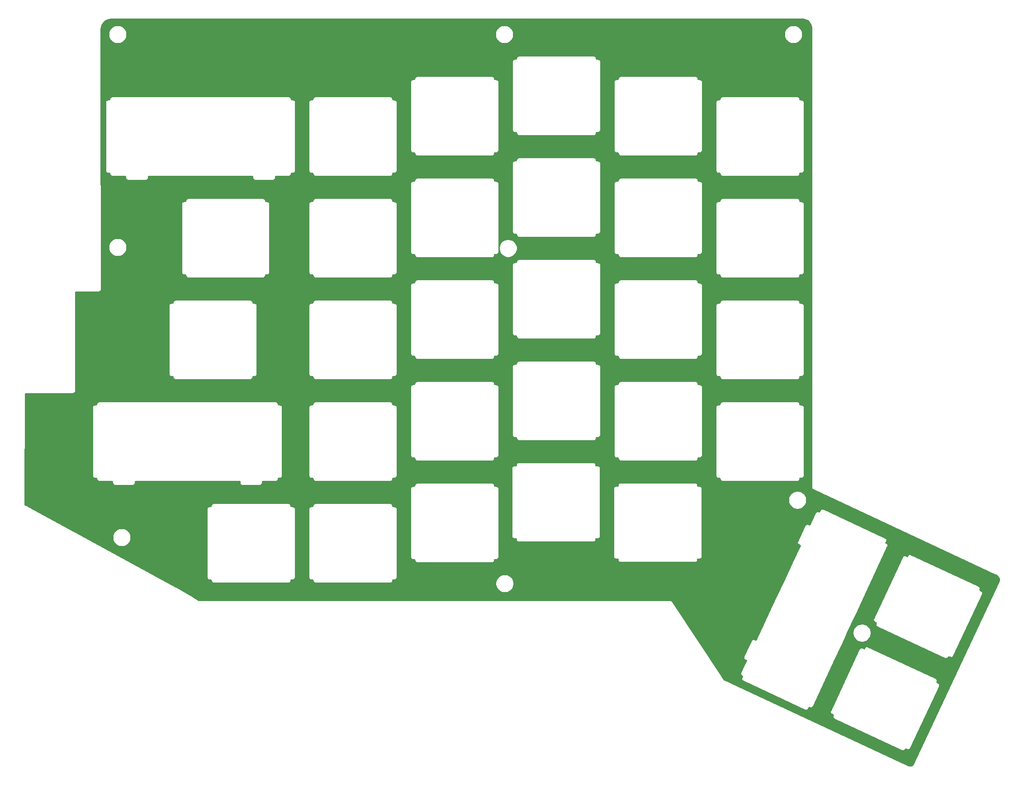
<source format=gbr>
G04 #@! TF.GenerationSoftware,KiCad,Pcbnew,(5.1.5)-3*
G04 #@! TF.CreationDate,2020-01-18T14:12:39+05:30*
G04 #@! TF.ProjectId,ergocape,6572676f-6361-4706-952e-6b696361645f,rev?*
G04 #@! TF.SameCoordinates,Original*
G04 #@! TF.FileFunction,Copper,L1,Top*
G04 #@! TF.FilePolarity,Positive*
%FSLAX46Y46*%
G04 Gerber Fmt 4.6, Leading zero omitted, Abs format (unit mm)*
G04 Created by KiCad (PCBNEW (5.1.5)-3) date 2020-01-18 14:12:39*
%MOMM*%
%LPD*%
G04 APERTURE LIST*
%ADD10C,0.254000*%
G04 APERTURE END LIST*
D10*
G36*
X168707689Y-17760160D02*
G01*
X169001735Y-17848937D01*
X169272936Y-17993138D01*
X169510961Y-18187266D01*
X169706751Y-18423936D01*
X169852840Y-18694120D01*
X169943669Y-18987542D01*
X169978000Y-19314187D01*
X169978001Y-105377068D01*
X169976280Y-105388921D01*
X169978001Y-105421893D01*
X169978001Y-105432399D01*
X169979168Y-105444245D01*
X169980962Y-105478622D01*
X169983563Y-105488872D01*
X169984599Y-105499392D01*
X169994586Y-105532315D01*
X170003054Y-105565686D01*
X170007606Y-105575235D01*
X170010674Y-105585348D01*
X170026893Y-105615692D01*
X170041708Y-105646768D01*
X170048033Y-105655243D01*
X170053017Y-105664566D01*
X170074852Y-105691172D01*
X170095437Y-105718751D01*
X170103291Y-105725825D01*
X170110000Y-105734001D01*
X170136605Y-105755835D01*
X170162176Y-105778869D01*
X170171264Y-105784278D01*
X170179435Y-105790984D01*
X170209780Y-105807204D01*
X170220022Y-105813300D01*
X170229544Y-105817768D01*
X170258653Y-105833327D01*
X170270112Y-105836803D01*
X204178884Y-121747454D01*
X204179352Y-121747731D01*
X204199044Y-121756913D01*
X204218942Y-121766250D01*
X204219460Y-121766434D01*
X204639837Y-121962458D01*
X204795505Y-122054519D01*
X204913617Y-122160123D01*
X205008969Y-122286659D01*
X205077926Y-122429303D01*
X205117864Y-122582626D01*
X205127259Y-122740784D01*
X205105757Y-122897758D01*
X205047312Y-123067492D01*
X189174156Y-157091768D01*
X189082069Y-157247479D01*
X188976466Y-157365588D01*
X188849934Y-157460937D01*
X188707288Y-157529895D01*
X188553964Y-157569834D01*
X188395808Y-157579230D01*
X188238835Y-157557727D01*
X188069046Y-157499265D01*
X166596569Y-147490865D01*
X173492176Y-147490865D01*
X173497340Y-147585472D01*
X173520863Y-147677254D01*
X173561840Y-147762684D01*
X173618697Y-147838478D01*
X173689247Y-147901723D01*
X173770780Y-147949990D01*
X173793177Y-147957866D01*
X174060877Y-148082697D01*
X174020572Y-148169130D01*
X174008475Y-148189565D01*
X173977043Y-148278947D01*
X173963652Y-148372745D01*
X173968816Y-148467352D01*
X173992339Y-148559134D01*
X174033316Y-148644564D01*
X174059615Y-148679622D01*
X174090173Y-148720358D01*
X174160723Y-148783603D01*
X174242256Y-148831870D01*
X174264653Y-148839746D01*
X186910136Y-154736431D01*
X186930564Y-154748524D01*
X186952959Y-154756400D01*
X186952960Y-154756400D01*
X187019946Y-154779957D01*
X187113744Y-154793349D01*
X187208352Y-154788184D01*
X187300134Y-154764661D01*
X187385564Y-154723684D01*
X187461358Y-154666827D01*
X187524603Y-154596277D01*
X187529705Y-154587658D01*
X187560776Y-154535174D01*
X187560778Y-154535171D01*
X187572870Y-154514744D01*
X187580745Y-154492351D01*
X187621052Y-154405911D01*
X187888758Y-154530744D01*
X187909182Y-154542835D01*
X187931572Y-154550709D01*
X187931577Y-154550711D01*
X187998564Y-154574267D01*
X188092362Y-154587659D01*
X188186969Y-154582494D01*
X188278752Y-154558971D01*
X188364182Y-154517994D01*
X188439975Y-154461137D01*
X188503221Y-154390587D01*
X188551487Y-154309054D01*
X188559364Y-154286655D01*
X193948908Y-142728743D01*
X193961001Y-142708315D01*
X193992433Y-142618933D01*
X194005825Y-142525135D01*
X194000660Y-142430527D01*
X193977137Y-142338745D01*
X193936160Y-142253315D01*
X193879303Y-142177521D01*
X193808753Y-142114277D01*
X193747649Y-142078104D01*
X193747644Y-142078102D01*
X193727220Y-142066011D01*
X193704829Y-142058137D01*
X193437124Y-141933304D01*
X193477432Y-141846863D01*
X193489525Y-141826435D01*
X193515435Y-141752756D01*
X193520957Y-141737054D01*
X193528856Y-141681728D01*
X193534349Y-141643255D01*
X193529184Y-141548647D01*
X193505661Y-141456865D01*
X193464684Y-141371435D01*
X193407828Y-141295641D01*
X193337277Y-141232396D01*
X193276174Y-141196223D01*
X193276157Y-141196215D01*
X193255744Y-141184131D01*
X193233366Y-141176261D01*
X180587864Y-135279570D01*
X180567435Y-135267476D01*
X180478053Y-135236043D01*
X180384255Y-135222652D01*
X180289648Y-135227816D01*
X180197866Y-135251339D01*
X180112436Y-135292316D01*
X180036642Y-135349173D01*
X179973397Y-135419723D01*
X179925130Y-135501256D01*
X179917254Y-135523653D01*
X179876948Y-135610090D01*
X179609247Y-135485259D01*
X179588818Y-135473166D01*
X179499436Y-135441733D01*
X179405638Y-135428342D01*
X179311030Y-135433507D01*
X179219248Y-135457030D01*
X179133818Y-135498007D01*
X179058024Y-135554863D01*
X178994779Y-135625413D01*
X178958606Y-135686517D01*
X178958603Y-135686524D01*
X178946513Y-135706946D01*
X178938640Y-135729334D01*
X173549097Y-147287250D01*
X173536999Y-147307685D01*
X173505990Y-147395864D01*
X173505567Y-147397067D01*
X173492176Y-147490865D01*
X166596569Y-147490865D01*
X153793201Y-141523169D01*
X153788067Y-141520307D01*
X153772909Y-141513711D01*
X153757925Y-141506727D01*
X153752380Y-141504778D01*
X153670543Y-141469167D01*
X152907660Y-140320909D01*
X156698679Y-140320909D01*
X156703843Y-140415516D01*
X156727366Y-140507298D01*
X156768343Y-140592728D01*
X156825200Y-140668522D01*
X156895750Y-140731767D01*
X156977283Y-140780034D01*
X156999680Y-140787910D01*
X157086555Y-140828421D01*
X156961747Y-141096072D01*
X156949650Y-141116507D01*
X156918218Y-141205889D01*
X156904827Y-141299687D01*
X156909991Y-141394294D01*
X156933514Y-141486076D01*
X156974491Y-141571506D01*
X157028314Y-141643255D01*
X157031348Y-141647300D01*
X157101898Y-141710545D01*
X157183431Y-141758812D01*
X157205828Y-141766688D01*
X168763504Y-147156121D01*
X168783928Y-147168212D01*
X168806319Y-147176086D01*
X168806323Y-147176088D01*
X168873310Y-147199645D01*
X168967108Y-147213036D01*
X169061715Y-147207872D01*
X169153498Y-147184349D01*
X169238927Y-147143372D01*
X169314721Y-147086516D01*
X169377967Y-147015965D01*
X169414140Y-146954862D01*
X169414144Y-146954853D01*
X169426233Y-146934432D01*
X169434106Y-146912046D01*
X169558920Y-146644381D01*
X169645332Y-146684675D01*
X169665756Y-146696766D01*
X169688146Y-146704640D01*
X169688151Y-146704642D01*
X169755138Y-146728198D01*
X169848936Y-146741590D01*
X169943543Y-146736425D01*
X170035326Y-146712902D01*
X170076303Y-146693247D01*
X170120755Y-146671925D01*
X170196549Y-146615068D01*
X170223276Y-146585254D01*
X170259795Y-146544518D01*
X170308061Y-146462985D01*
X170315938Y-146440586D01*
X174341375Y-137808010D01*
X174341376Y-137808007D01*
X176232667Y-133752121D01*
X176232668Y-133752118D01*
X176795784Y-132544511D01*
X177720000Y-132544511D01*
X177720000Y-132885489D01*
X177786521Y-133219914D01*
X177917007Y-133534936D01*
X178106444Y-133818448D01*
X178347552Y-134059556D01*
X178631064Y-134248993D01*
X178946086Y-134379479D01*
X179280511Y-134446000D01*
X179621489Y-134446000D01*
X179955914Y-134379479D01*
X180270936Y-134248993D01*
X180554448Y-134059556D01*
X180795556Y-133818448D01*
X180984993Y-133534936D01*
X181115479Y-133219914D01*
X181182000Y-132885489D01*
X181182000Y-132544511D01*
X181115479Y-132210086D01*
X180984993Y-131895064D01*
X180795556Y-131611552D01*
X180554448Y-131370444D01*
X180270936Y-131181007D01*
X179955914Y-131050521D01*
X179621489Y-130984000D01*
X179280511Y-130984000D01*
X178946086Y-131050521D01*
X178631064Y-131181007D01*
X178347552Y-131370444D01*
X178106444Y-131611552D01*
X177917007Y-131895064D01*
X177786521Y-132210086D01*
X177720000Y-132544511D01*
X176795784Y-132544511D01*
X177876986Y-130225865D01*
X181542176Y-130225865D01*
X181547340Y-130320472D01*
X181570863Y-130412254D01*
X181611840Y-130497684D01*
X181668697Y-130573478D01*
X181739247Y-130636723D01*
X181820780Y-130684990D01*
X181843177Y-130692866D01*
X182110877Y-130817697D01*
X182070572Y-130904130D01*
X182058475Y-130924565D01*
X182027043Y-131013947D01*
X182013652Y-131107745D01*
X182018816Y-131202352D01*
X182042339Y-131294134D01*
X182083316Y-131379564D01*
X182085804Y-131382880D01*
X182140173Y-131455358D01*
X182210723Y-131518603D01*
X182292256Y-131566870D01*
X182314653Y-131574746D01*
X194960136Y-137471431D01*
X194980564Y-137483524D01*
X195002959Y-137491400D01*
X195002960Y-137491400D01*
X195069946Y-137514957D01*
X195163744Y-137528349D01*
X195258352Y-137523184D01*
X195350134Y-137499661D01*
X195435564Y-137458684D01*
X195511358Y-137401827D01*
X195574603Y-137331277D01*
X195581761Y-137319185D01*
X195610776Y-137270174D01*
X195610778Y-137270171D01*
X195622870Y-137249744D01*
X195630745Y-137227351D01*
X195671052Y-137140911D01*
X195938758Y-137265744D01*
X195959182Y-137277835D01*
X195981572Y-137285709D01*
X195981577Y-137285711D01*
X196048564Y-137309267D01*
X196142362Y-137322659D01*
X196236969Y-137317494D01*
X196328752Y-137293971D01*
X196414182Y-137252994D01*
X196489975Y-137196137D01*
X196553221Y-137125587D01*
X196601487Y-137044054D01*
X196609364Y-137021655D01*
X201998908Y-125463743D01*
X202011001Y-125443315D01*
X202042433Y-125353933D01*
X202055825Y-125260135D01*
X202050660Y-125165527D01*
X202027137Y-125073745D01*
X201986160Y-124988315D01*
X201929303Y-124912521D01*
X201858753Y-124849277D01*
X201797649Y-124813104D01*
X201797644Y-124813102D01*
X201777220Y-124801011D01*
X201754829Y-124793137D01*
X201487124Y-124668304D01*
X201527432Y-124581863D01*
X201539525Y-124561435D01*
X201570957Y-124472053D01*
X201584349Y-124378255D01*
X201579184Y-124283647D01*
X201555661Y-124191865D01*
X201514684Y-124106435D01*
X201457828Y-124030641D01*
X201387277Y-123967396D01*
X201326174Y-123931223D01*
X201326157Y-123931215D01*
X201305744Y-123919131D01*
X201283366Y-123911261D01*
X188637864Y-118014570D01*
X188617435Y-118002476D01*
X188528053Y-117971043D01*
X188434255Y-117957652D01*
X188339648Y-117962816D01*
X188247866Y-117986339D01*
X188162436Y-118027316D01*
X188086642Y-118084173D01*
X188023397Y-118154723D01*
X187975130Y-118236256D01*
X187967254Y-118258653D01*
X187926948Y-118345090D01*
X187659247Y-118220259D01*
X187638818Y-118208166D01*
X187549436Y-118176733D01*
X187455638Y-118163342D01*
X187361030Y-118168507D01*
X187269248Y-118192030D01*
X187183818Y-118233007D01*
X187108024Y-118289863D01*
X187044779Y-118360413D01*
X187008606Y-118421517D01*
X187008603Y-118421524D01*
X186996513Y-118441946D01*
X186988640Y-118464334D01*
X181599097Y-130022250D01*
X181586999Y-130042685D01*
X181555990Y-130130864D01*
X181555567Y-130132067D01*
X181542176Y-130225865D01*
X177876986Y-130225865D01*
X178366814Y-129175427D01*
X180258106Y-125119539D01*
X180258107Y-125119536D01*
X184263577Y-116529780D01*
X184275670Y-116509352D01*
X184299598Y-116441310D01*
X184307102Y-116419971D01*
X184320493Y-116326174D01*
X184319188Y-116302271D01*
X184315329Y-116231564D01*
X184291806Y-116139782D01*
X184250828Y-116054352D01*
X184193972Y-115978559D01*
X184123422Y-115915314D01*
X184062318Y-115879141D01*
X184062313Y-115879139D01*
X184041889Y-115867048D01*
X184019498Y-115859174D01*
X183933087Y-115818880D01*
X184057899Y-115551219D01*
X184069991Y-115530793D01*
X184090379Y-115472818D01*
X184101424Y-115441412D01*
X184114816Y-115347614D01*
X184109651Y-115253006D01*
X184086128Y-115161224D01*
X184045151Y-115075794D01*
X183988295Y-115000000D01*
X183988294Y-114999999D01*
X183917744Y-114936754D01*
X183856640Y-114900581D01*
X183856637Y-114900580D01*
X183836212Y-114888488D01*
X183813818Y-114880613D01*
X172256147Y-109491185D01*
X172235712Y-109479087D01*
X172146330Y-109447655D01*
X172052532Y-109434264D01*
X171957925Y-109439428D01*
X171866143Y-109462951D01*
X171780713Y-109503928D01*
X171770451Y-109511626D01*
X171704918Y-109560785D01*
X171641674Y-109631335D01*
X171593407Y-109712868D01*
X171585531Y-109735266D01*
X171460721Y-110002921D01*
X171373844Y-109962409D01*
X171353415Y-109950316D01*
X171264033Y-109918883D01*
X171170235Y-109905492D01*
X171075627Y-109910657D01*
X170983845Y-109934180D01*
X170898415Y-109975157D01*
X170822621Y-110032013D01*
X170759376Y-110102563D01*
X170723203Y-110163667D01*
X170723200Y-110163674D01*
X170711110Y-110184096D01*
X170703237Y-110206485D01*
X169659205Y-112445422D01*
X169436985Y-112341799D01*
X169416550Y-112329702D01*
X169327168Y-112298270D01*
X169233370Y-112284878D01*
X169138762Y-112290043D01*
X169046980Y-112313566D01*
X168961550Y-112354543D01*
X168885756Y-112411399D01*
X168822511Y-112481950D01*
X168786338Y-112543054D01*
X168786335Y-112543061D01*
X168774245Y-112563483D01*
X168766372Y-112585872D01*
X167391677Y-115533916D01*
X167379580Y-115554351D01*
X167361408Y-115606027D01*
X167348148Y-115643733D01*
X167334757Y-115737531D01*
X167339921Y-115832138D01*
X167363444Y-115923920D01*
X167404421Y-116009350D01*
X167461278Y-116085144D01*
X167531828Y-116148389D01*
X167613361Y-116196656D01*
X167635758Y-116204532D01*
X167857981Y-116308156D01*
X166697772Y-118796235D01*
X166697765Y-118796248D01*
X164806481Y-122852124D01*
X164806473Y-122852137D01*
X162672334Y-127428817D01*
X162672326Y-127428830D01*
X160781042Y-131484706D01*
X160781034Y-131484719D01*
X159600849Y-134015637D01*
X159378622Y-133912011D01*
X159358193Y-133899918D01*
X159268811Y-133868485D01*
X159175013Y-133855094D01*
X159080405Y-133860259D01*
X158988623Y-133883782D01*
X158903193Y-133924759D01*
X158827399Y-133981615D01*
X158764154Y-134052165D01*
X158727981Y-134113269D01*
X158727978Y-134113276D01*
X158715888Y-134133698D01*
X158708015Y-134156087D01*
X157333321Y-137104130D01*
X157321226Y-137124562D01*
X157289793Y-137213945D01*
X157281766Y-137270174D01*
X157276402Y-137307743D01*
X157281538Y-137401828D01*
X157281566Y-137402349D01*
X157305089Y-137494132D01*
X157346066Y-137579562D01*
X157402922Y-137655355D01*
X157473473Y-137718601D01*
X157534576Y-137754774D01*
X157534579Y-137754776D01*
X157555006Y-137766868D01*
X157577399Y-137774743D01*
X157799626Y-137878369D01*
X156755597Y-140117300D01*
X156743503Y-140137729D01*
X156735627Y-140160125D01*
X156712070Y-140227111D01*
X156698679Y-140320909D01*
X152907660Y-140320909D01*
X143901879Y-126765817D01*
X143890984Y-126745434D01*
X143862734Y-126711011D01*
X143834851Y-126676852D01*
X143834387Y-126676469D01*
X143834001Y-126675999D01*
X143799574Y-126647746D01*
X143765565Y-126619686D01*
X143765035Y-126619401D01*
X143764566Y-126619016D01*
X143725244Y-126597998D01*
X143686459Y-126577136D01*
X143685886Y-126576960D01*
X143685348Y-126576673D01*
X143642643Y-126563718D01*
X143600572Y-126550835D01*
X143599974Y-126550774D01*
X143599392Y-126550598D01*
X143555091Y-126546235D01*
X143511204Y-126541796D01*
X143488206Y-126544000D01*
X55244305Y-126544000D01*
X54099406Y-125857062D01*
X54097113Y-125855403D01*
X54080134Y-125845499D01*
X54063403Y-125835460D01*
X54060864Y-125834257D01*
X51043452Y-124074101D01*
X51038020Y-124070405D01*
X51024087Y-124062805D01*
X51010417Y-124054831D01*
X51004461Y-124052100D01*
X33744381Y-114637511D01*
X39163000Y-114637511D01*
X39163000Y-114978489D01*
X39229521Y-115312914D01*
X39360007Y-115627936D01*
X39549444Y-115911448D01*
X39790552Y-116152556D01*
X40074064Y-116341993D01*
X40389086Y-116472479D01*
X40723511Y-116539000D01*
X41064489Y-116539000D01*
X41398914Y-116472479D01*
X41713936Y-116341993D01*
X41997448Y-116152556D01*
X42238556Y-115911448D01*
X42427993Y-115627936D01*
X42558479Y-115312914D01*
X42625000Y-114978489D01*
X42625000Y-114637511D01*
X42558479Y-114303086D01*
X42427993Y-113988064D01*
X42238556Y-113704552D01*
X41997448Y-113463444D01*
X41713936Y-113274007D01*
X41398914Y-113143521D01*
X41064489Y-113077000D01*
X40723511Y-113077000D01*
X40389086Y-113143521D01*
X40074064Y-113274007D01*
X39790552Y-113463444D01*
X39549444Y-113704552D01*
X39360007Y-113988064D01*
X39229521Y-114303086D01*
X39163000Y-114637511D01*
X33744381Y-114637511D01*
X24303611Y-109488000D01*
X56804173Y-109488000D01*
X56806500Y-109511625D01*
X56806501Y-122264364D01*
X56804173Y-122288000D01*
X56813460Y-122382292D01*
X56840964Y-122472961D01*
X56885628Y-122556522D01*
X56945736Y-122629764D01*
X57018978Y-122689872D01*
X57102539Y-122734536D01*
X57193208Y-122762040D01*
X57263874Y-122769000D01*
X57287500Y-122771327D01*
X57311126Y-122769000D01*
X57606501Y-122769000D01*
X57606501Y-122864364D01*
X57604173Y-122888000D01*
X57613460Y-122982292D01*
X57640964Y-123072961D01*
X57685628Y-123156522D01*
X57745736Y-123229764D01*
X57818978Y-123289872D01*
X57902539Y-123334536D01*
X57993208Y-123362040D01*
X58063874Y-123369000D01*
X58087500Y-123371327D01*
X58111126Y-123369000D01*
X72063874Y-123369000D01*
X72087500Y-123371327D01*
X72111126Y-123369000D01*
X72181792Y-123362040D01*
X72272461Y-123334536D01*
X72356022Y-123289872D01*
X72429264Y-123229764D01*
X72489372Y-123156522D01*
X72534036Y-123072961D01*
X72561540Y-122982292D01*
X72570827Y-122888000D01*
X72568500Y-122864374D01*
X72568500Y-122769000D01*
X72863874Y-122769000D01*
X72887500Y-122771327D01*
X72911126Y-122769000D01*
X72981792Y-122762040D01*
X73072461Y-122734536D01*
X73156022Y-122689872D01*
X73229264Y-122629764D01*
X73289372Y-122556522D01*
X73334036Y-122472961D01*
X73361540Y-122382292D01*
X73370827Y-122288000D01*
X73368500Y-122264374D01*
X73368500Y-109511625D01*
X73370827Y-109488000D01*
X75854173Y-109488000D01*
X75856500Y-109511625D01*
X75856501Y-122264364D01*
X75854173Y-122288000D01*
X75863460Y-122382292D01*
X75890964Y-122472961D01*
X75935628Y-122556522D01*
X75995736Y-122629764D01*
X76068978Y-122689872D01*
X76152539Y-122734536D01*
X76243208Y-122762040D01*
X76313874Y-122769000D01*
X76337500Y-122771327D01*
X76361126Y-122769000D01*
X76656501Y-122769000D01*
X76656501Y-122864364D01*
X76654173Y-122888000D01*
X76663460Y-122982292D01*
X76690964Y-123072961D01*
X76735628Y-123156522D01*
X76795736Y-123229764D01*
X76868978Y-123289872D01*
X76952539Y-123334536D01*
X77043208Y-123362040D01*
X77113874Y-123369000D01*
X77137500Y-123371327D01*
X77161126Y-123369000D01*
X91113874Y-123369000D01*
X91137500Y-123371327D01*
X91161126Y-123369000D01*
X91231792Y-123362040D01*
X91322461Y-123334536D01*
X91406022Y-123289872D01*
X91425957Y-123273511D01*
X110855000Y-123273511D01*
X110855000Y-123614489D01*
X110921521Y-123948914D01*
X111052007Y-124263936D01*
X111241444Y-124547448D01*
X111482552Y-124788556D01*
X111766064Y-124977993D01*
X112081086Y-125108479D01*
X112415511Y-125175000D01*
X112756489Y-125175000D01*
X113090914Y-125108479D01*
X113405936Y-124977993D01*
X113689448Y-124788556D01*
X113930556Y-124547448D01*
X114119993Y-124263936D01*
X114250479Y-123948914D01*
X114317000Y-123614489D01*
X114317000Y-123273511D01*
X114250479Y-122939086D01*
X114119993Y-122624064D01*
X113930556Y-122340552D01*
X113689448Y-122099444D01*
X113405936Y-121910007D01*
X113090914Y-121779521D01*
X112756489Y-121713000D01*
X112415511Y-121713000D01*
X112081086Y-121779521D01*
X111766064Y-121910007D01*
X111482552Y-122099444D01*
X111241444Y-122340552D01*
X111052007Y-122624064D01*
X110921521Y-122939086D01*
X110855000Y-123273511D01*
X91425957Y-123273511D01*
X91479264Y-123229764D01*
X91539372Y-123156522D01*
X91584036Y-123072961D01*
X91611540Y-122982292D01*
X91620827Y-122888000D01*
X91618500Y-122864374D01*
X91618500Y-122769000D01*
X91913874Y-122769000D01*
X91937500Y-122771327D01*
X91961126Y-122769000D01*
X92031792Y-122762040D01*
X92122461Y-122734536D01*
X92206022Y-122689872D01*
X92279264Y-122629764D01*
X92339372Y-122556522D01*
X92384036Y-122472961D01*
X92411540Y-122382292D01*
X92420827Y-122288000D01*
X92418500Y-122264374D01*
X92418500Y-109511625D01*
X92420827Y-109488000D01*
X92411540Y-109393708D01*
X92384036Y-109303039D01*
X92339372Y-109219478D01*
X92279264Y-109146236D01*
X92206022Y-109086128D01*
X92122461Y-109041464D01*
X92031792Y-109013960D01*
X91961126Y-109007000D01*
X91937500Y-109004673D01*
X91913874Y-109007000D01*
X91618500Y-109007000D01*
X91618500Y-108911626D01*
X91620827Y-108888000D01*
X91611540Y-108793708D01*
X91584036Y-108703039D01*
X91539372Y-108619478D01*
X91479264Y-108546236D01*
X91406022Y-108486128D01*
X91322461Y-108441464D01*
X91231792Y-108413960D01*
X91161126Y-108407000D01*
X91137500Y-108404673D01*
X91113874Y-108407000D01*
X77161126Y-108407000D01*
X77137500Y-108404673D01*
X77113874Y-108407000D01*
X77043208Y-108413960D01*
X76952539Y-108441464D01*
X76868978Y-108486128D01*
X76795736Y-108546236D01*
X76735628Y-108619478D01*
X76690964Y-108703039D01*
X76663460Y-108793708D01*
X76654173Y-108888000D01*
X76656500Y-108911627D01*
X76656500Y-109007000D01*
X76361126Y-109007000D01*
X76337500Y-109004673D01*
X76313874Y-109007000D01*
X76243208Y-109013960D01*
X76152539Y-109041464D01*
X76068978Y-109086128D01*
X75995736Y-109146236D01*
X75935628Y-109219478D01*
X75890964Y-109303039D01*
X75863460Y-109393708D01*
X75854173Y-109488000D01*
X73370827Y-109488000D01*
X73361540Y-109393708D01*
X73334036Y-109303039D01*
X73289372Y-109219478D01*
X73229264Y-109146236D01*
X73156022Y-109086128D01*
X73072461Y-109041464D01*
X72981792Y-109013960D01*
X72911126Y-109007000D01*
X72887500Y-109004673D01*
X72863874Y-109007000D01*
X72568500Y-109007000D01*
X72568500Y-108911626D01*
X72570827Y-108888000D01*
X72561540Y-108793708D01*
X72534036Y-108703039D01*
X72489372Y-108619478D01*
X72429264Y-108546236D01*
X72356022Y-108486128D01*
X72272461Y-108441464D01*
X72181792Y-108413960D01*
X72111126Y-108407000D01*
X72087500Y-108404673D01*
X72063874Y-108407000D01*
X58111126Y-108407000D01*
X58087500Y-108404673D01*
X58063874Y-108407000D01*
X57993208Y-108413960D01*
X57902539Y-108441464D01*
X57818978Y-108486128D01*
X57745736Y-108546236D01*
X57685628Y-108619478D01*
X57640964Y-108703039D01*
X57613460Y-108793708D01*
X57604173Y-108888000D01*
X57606500Y-108911627D01*
X57606500Y-109007000D01*
X57311126Y-109007000D01*
X57287500Y-109004673D01*
X57263874Y-109007000D01*
X57193208Y-109013960D01*
X57102539Y-109041464D01*
X57018978Y-109086128D01*
X56945736Y-109146236D01*
X56885628Y-109219478D01*
X56840964Y-109303039D01*
X56813460Y-109393708D01*
X56804173Y-109488000D01*
X24303611Y-109488000D01*
X23090857Y-108826498D01*
X23083963Y-108822159D01*
X23071221Y-108815788D01*
X23058692Y-108808954D01*
X23051181Y-108805768D01*
X22808000Y-108684178D01*
X22808000Y-105678000D01*
X94904673Y-105678000D01*
X94907000Y-105701625D01*
X94907001Y-118454364D01*
X94904673Y-118478000D01*
X94913960Y-118572292D01*
X94941464Y-118662961D01*
X94986128Y-118746522D01*
X95046236Y-118819764D01*
X95119478Y-118879872D01*
X95203039Y-118924536D01*
X95293708Y-118952040D01*
X95364374Y-118959000D01*
X95388000Y-118961327D01*
X95411626Y-118959000D01*
X95707001Y-118959000D01*
X95707001Y-119054364D01*
X95704673Y-119078000D01*
X95713960Y-119172292D01*
X95741464Y-119262961D01*
X95786128Y-119346522D01*
X95846236Y-119419764D01*
X95919478Y-119479872D01*
X96003039Y-119524536D01*
X96093708Y-119552040D01*
X96164374Y-119559000D01*
X96188000Y-119561327D01*
X96211626Y-119559000D01*
X110164374Y-119559000D01*
X110188000Y-119561327D01*
X110211626Y-119559000D01*
X110282292Y-119552040D01*
X110372961Y-119524536D01*
X110456522Y-119479872D01*
X110529764Y-119419764D01*
X110589872Y-119346522D01*
X110634536Y-119262961D01*
X110662040Y-119172292D01*
X110671327Y-119078000D01*
X110669000Y-119054374D01*
X110669000Y-118959000D01*
X110964374Y-118959000D01*
X110988000Y-118961327D01*
X111011626Y-118959000D01*
X111082292Y-118952040D01*
X111172961Y-118924536D01*
X111256522Y-118879872D01*
X111329764Y-118819764D01*
X111389872Y-118746522D01*
X111434536Y-118662961D01*
X111462040Y-118572292D01*
X111471327Y-118478000D01*
X111469000Y-118454374D01*
X111469000Y-105701625D01*
X111471327Y-105678000D01*
X111462040Y-105583708D01*
X111434536Y-105493039D01*
X111389872Y-105409478D01*
X111329764Y-105336236D01*
X111256522Y-105276128D01*
X111172961Y-105231464D01*
X111082292Y-105203960D01*
X110988000Y-105194673D01*
X110964374Y-105197000D01*
X110669000Y-105197000D01*
X110669000Y-105101626D01*
X110671327Y-105078000D01*
X110662040Y-104983708D01*
X110634536Y-104893039D01*
X110589872Y-104809478D01*
X110529764Y-104736236D01*
X110456522Y-104676128D01*
X110372961Y-104631464D01*
X110282292Y-104603960D01*
X110211626Y-104597000D01*
X110188000Y-104594673D01*
X110164374Y-104597000D01*
X96211626Y-104597000D01*
X96188000Y-104594673D01*
X96164374Y-104597000D01*
X96093708Y-104603960D01*
X96003039Y-104631464D01*
X95919478Y-104676128D01*
X95846236Y-104736236D01*
X95786128Y-104809478D01*
X95741464Y-104893039D01*
X95713960Y-104983708D01*
X95704673Y-105078000D01*
X95707000Y-105101627D01*
X95707000Y-105197000D01*
X95411626Y-105197000D01*
X95388000Y-105194673D01*
X95293708Y-105203960D01*
X95203039Y-105231464D01*
X95119478Y-105276128D01*
X95046236Y-105336236D01*
X94986128Y-105409478D01*
X94941464Y-105493039D01*
X94913960Y-105583708D01*
X94904673Y-105678000D01*
X22808000Y-105678000D01*
X22808000Y-98197762D01*
X22826040Y-98138292D01*
X22833000Y-98067626D01*
X22833000Y-90437037D01*
X35372168Y-90437037D01*
X35374495Y-90460662D01*
X35374496Y-103213135D01*
X35372168Y-103236771D01*
X35381455Y-103331063D01*
X35408959Y-103421732D01*
X35453623Y-103505293D01*
X35513731Y-103578535D01*
X35586973Y-103638643D01*
X35670534Y-103683307D01*
X35761203Y-103710811D01*
X35831869Y-103717771D01*
X35855495Y-103720098D01*
X35879121Y-103717771D01*
X36174448Y-103717771D01*
X36174448Y-103813618D01*
X36172120Y-103837254D01*
X36181407Y-103931546D01*
X36208911Y-104022215D01*
X36253575Y-104105776D01*
X36313683Y-104179018D01*
X36386925Y-104239126D01*
X36470486Y-104283790D01*
X36561155Y-104311294D01*
X36631821Y-104318254D01*
X36655447Y-104320581D01*
X36679073Y-104318254D01*
X39149460Y-104318254D01*
X39149460Y-104563442D01*
X39147132Y-104587078D01*
X39156419Y-104681370D01*
X39183923Y-104772039D01*
X39228587Y-104855600D01*
X39288695Y-104928842D01*
X39361937Y-104988950D01*
X39445498Y-105033614D01*
X39536167Y-105061118D01*
X39606833Y-105068078D01*
X39630459Y-105070405D01*
X39654085Y-105068078D01*
X42906891Y-105068078D01*
X42930517Y-105070405D01*
X42954143Y-105068078D01*
X43024809Y-105061118D01*
X43115478Y-105033614D01*
X43199039Y-104988950D01*
X43272281Y-104928842D01*
X43332389Y-104855600D01*
X43377053Y-104772039D01*
X43404557Y-104681370D01*
X43413844Y-104587078D01*
X43411517Y-104563452D01*
X43411517Y-104318254D01*
X62949559Y-104318254D01*
X62949559Y-104563442D01*
X62947231Y-104587078D01*
X62956518Y-104681370D01*
X62984022Y-104772039D01*
X63028686Y-104855600D01*
X63088794Y-104928842D01*
X63162036Y-104988950D01*
X63245597Y-105033614D01*
X63336266Y-105061118D01*
X63406932Y-105068078D01*
X63430558Y-105070405D01*
X63454184Y-105068078D01*
X66706987Y-105068078D01*
X66730613Y-105070405D01*
X66754239Y-105068078D01*
X66824905Y-105061118D01*
X66915574Y-105033614D01*
X66999135Y-104988950D01*
X67072377Y-104928842D01*
X67132485Y-104855600D01*
X67177149Y-104772039D01*
X67204653Y-104681370D01*
X67213940Y-104587078D01*
X67211613Y-104563452D01*
X67211613Y-104318254D01*
X69681999Y-104318254D01*
X69705625Y-104320581D01*
X69729251Y-104318254D01*
X69799917Y-104311294D01*
X69890586Y-104283790D01*
X69974147Y-104239126D01*
X70047389Y-104179018D01*
X70107497Y-104105776D01*
X70152161Y-104022215D01*
X70179665Y-103931546D01*
X70188952Y-103837254D01*
X70186625Y-103813628D01*
X70186625Y-103717771D01*
X70481951Y-103717771D01*
X70505577Y-103720098D01*
X70529203Y-103717771D01*
X70599869Y-103710811D01*
X70690538Y-103683307D01*
X70774099Y-103638643D01*
X70847341Y-103578535D01*
X70907449Y-103505293D01*
X70952113Y-103421732D01*
X70979617Y-103331063D01*
X70988904Y-103236771D01*
X70986577Y-103213145D01*
X70986577Y-90460662D01*
X70988858Y-90437500D01*
X75854173Y-90437500D01*
X75856500Y-90461125D01*
X75856501Y-103213864D01*
X75854173Y-103237500D01*
X75863460Y-103331792D01*
X75890964Y-103422461D01*
X75935628Y-103506022D01*
X75995736Y-103579264D01*
X76068978Y-103639372D01*
X76152539Y-103684036D01*
X76243208Y-103711540D01*
X76313874Y-103718500D01*
X76337500Y-103720827D01*
X76361126Y-103718500D01*
X76656501Y-103718500D01*
X76656501Y-103813864D01*
X76654173Y-103837500D01*
X76663460Y-103931792D01*
X76690964Y-104022461D01*
X76735628Y-104106022D01*
X76795736Y-104179264D01*
X76868978Y-104239372D01*
X76952539Y-104284036D01*
X77043208Y-104311540D01*
X77113874Y-104318500D01*
X77137500Y-104320827D01*
X77161126Y-104318500D01*
X91113874Y-104318500D01*
X91137500Y-104320827D01*
X91161126Y-104318500D01*
X91231792Y-104311540D01*
X91322461Y-104284036D01*
X91406022Y-104239372D01*
X91479264Y-104179264D01*
X91539372Y-104106022D01*
X91584036Y-104022461D01*
X91611540Y-103931792D01*
X91620827Y-103837500D01*
X91618500Y-103813874D01*
X91618500Y-103718500D01*
X91913874Y-103718500D01*
X91937500Y-103720827D01*
X91961126Y-103718500D01*
X92031792Y-103711540D01*
X92122461Y-103684036D01*
X92206022Y-103639372D01*
X92279264Y-103579264D01*
X92339372Y-103506022D01*
X92384036Y-103422461D01*
X92411540Y-103331792D01*
X92420827Y-103237500D01*
X92418500Y-103213874D01*
X92418500Y-101804000D01*
X113890673Y-101804000D01*
X113893000Y-101827625D01*
X113893001Y-114580364D01*
X113890673Y-114604000D01*
X113899960Y-114698292D01*
X113927464Y-114788961D01*
X113972128Y-114872522D01*
X114032236Y-114945764D01*
X114105478Y-115005872D01*
X114189039Y-115050536D01*
X114279708Y-115078040D01*
X114350374Y-115085000D01*
X114374000Y-115087327D01*
X114397626Y-115085000D01*
X114693001Y-115085000D01*
X114693001Y-115180364D01*
X114690673Y-115204000D01*
X114699960Y-115298292D01*
X114727464Y-115388961D01*
X114772128Y-115472522D01*
X114832236Y-115545764D01*
X114905478Y-115605872D01*
X114989039Y-115650536D01*
X115079708Y-115678040D01*
X115150374Y-115685000D01*
X115174000Y-115687327D01*
X115197626Y-115685000D01*
X129150374Y-115685000D01*
X129174000Y-115687327D01*
X129197626Y-115685000D01*
X129268292Y-115678040D01*
X129358961Y-115650536D01*
X129442522Y-115605872D01*
X129515764Y-115545764D01*
X129575872Y-115472522D01*
X129620536Y-115388961D01*
X129648040Y-115298292D01*
X129657327Y-115204000D01*
X129655000Y-115180374D01*
X129655000Y-115085000D01*
X129950374Y-115085000D01*
X129974000Y-115087327D01*
X129997626Y-115085000D01*
X130068292Y-115078040D01*
X130158961Y-115050536D01*
X130242522Y-115005872D01*
X130315764Y-114945764D01*
X130375872Y-114872522D01*
X130420536Y-114788961D01*
X130448040Y-114698292D01*
X130457327Y-114604000D01*
X130455000Y-114580374D01*
X130455000Y-105614000D01*
X132940673Y-105614000D01*
X132943000Y-105637625D01*
X132943001Y-118390364D01*
X132940673Y-118414000D01*
X132949960Y-118508292D01*
X132977464Y-118598961D01*
X133022128Y-118682522D01*
X133082236Y-118755764D01*
X133155478Y-118815872D01*
X133239039Y-118860536D01*
X133329708Y-118888040D01*
X133400374Y-118895000D01*
X133424000Y-118897327D01*
X133447626Y-118895000D01*
X133743001Y-118895000D01*
X133743001Y-118990364D01*
X133740673Y-119014000D01*
X133749960Y-119108292D01*
X133777464Y-119198961D01*
X133822128Y-119282522D01*
X133882236Y-119355764D01*
X133955478Y-119415872D01*
X134039039Y-119460536D01*
X134129708Y-119488040D01*
X134200374Y-119495000D01*
X134224000Y-119497327D01*
X134247626Y-119495000D01*
X148200374Y-119495000D01*
X148224000Y-119497327D01*
X148247626Y-119495000D01*
X148318292Y-119488040D01*
X148408961Y-119460536D01*
X148492522Y-119415872D01*
X148565764Y-119355764D01*
X148625872Y-119282522D01*
X148670536Y-119198961D01*
X148698040Y-119108292D01*
X148707327Y-119014000D01*
X148705000Y-118990374D01*
X148705000Y-118895000D01*
X149000374Y-118895000D01*
X149024000Y-118897327D01*
X149047626Y-118895000D01*
X149118292Y-118888040D01*
X149208961Y-118860536D01*
X149292522Y-118815872D01*
X149365764Y-118755764D01*
X149425872Y-118682522D01*
X149470536Y-118598961D01*
X149498040Y-118508292D01*
X149507327Y-118414000D01*
X149505000Y-118390374D01*
X149505000Y-107652511D01*
X165655000Y-107652511D01*
X165655000Y-107993489D01*
X165721521Y-108327914D01*
X165852007Y-108642936D01*
X166041444Y-108926448D01*
X166282552Y-109167556D01*
X166566064Y-109356993D01*
X166881086Y-109487479D01*
X167215511Y-109554000D01*
X167556489Y-109554000D01*
X167890914Y-109487479D01*
X168205936Y-109356993D01*
X168489448Y-109167556D01*
X168730556Y-108926448D01*
X168919993Y-108642936D01*
X169050479Y-108327914D01*
X169117000Y-107993489D01*
X169117000Y-107652511D01*
X169050479Y-107318086D01*
X168919993Y-107003064D01*
X168730556Y-106719552D01*
X168489448Y-106478444D01*
X168205936Y-106289007D01*
X167890914Y-106158521D01*
X167556489Y-106092000D01*
X167215511Y-106092000D01*
X166881086Y-106158521D01*
X166566064Y-106289007D01*
X166282552Y-106478444D01*
X166041444Y-106719552D01*
X165852007Y-107003064D01*
X165721521Y-107318086D01*
X165655000Y-107652511D01*
X149505000Y-107652511D01*
X149505000Y-105637625D01*
X149507327Y-105614000D01*
X149498040Y-105519708D01*
X149470536Y-105429039D01*
X149425872Y-105345478D01*
X149365764Y-105272236D01*
X149292522Y-105212128D01*
X149208961Y-105167464D01*
X149118292Y-105139960D01*
X149047626Y-105133000D01*
X149024000Y-105130673D01*
X149000374Y-105133000D01*
X148705000Y-105133000D01*
X148705000Y-105037626D01*
X148707327Y-105014000D01*
X148698040Y-104919708D01*
X148670536Y-104829039D01*
X148625872Y-104745478D01*
X148565764Y-104672236D01*
X148492522Y-104612128D01*
X148408961Y-104567464D01*
X148318292Y-104539960D01*
X148247626Y-104533000D01*
X148224000Y-104530673D01*
X148200374Y-104533000D01*
X134247626Y-104533000D01*
X134224000Y-104530673D01*
X134200374Y-104533000D01*
X134129708Y-104539960D01*
X134039039Y-104567464D01*
X133955478Y-104612128D01*
X133882236Y-104672236D01*
X133822128Y-104745478D01*
X133777464Y-104829039D01*
X133749960Y-104919708D01*
X133740673Y-105014000D01*
X133743000Y-105037627D01*
X133743000Y-105133000D01*
X133447626Y-105133000D01*
X133424000Y-105130673D01*
X133400374Y-105133000D01*
X133329708Y-105139960D01*
X133239039Y-105167464D01*
X133155478Y-105212128D01*
X133082236Y-105272236D01*
X133022128Y-105345478D01*
X132977464Y-105429039D01*
X132949960Y-105519708D01*
X132940673Y-105614000D01*
X130455000Y-105614000D01*
X130455000Y-101827625D01*
X130457327Y-101804000D01*
X130448040Y-101709708D01*
X130420536Y-101619039D01*
X130375872Y-101535478D01*
X130315764Y-101462236D01*
X130242522Y-101402128D01*
X130158961Y-101357464D01*
X130068292Y-101329960D01*
X129997626Y-101323000D01*
X129974000Y-101320673D01*
X129950374Y-101323000D01*
X129655000Y-101323000D01*
X129655000Y-101227626D01*
X129657327Y-101204000D01*
X129648040Y-101109708D01*
X129620536Y-101019039D01*
X129575872Y-100935478D01*
X129515764Y-100862236D01*
X129442522Y-100802128D01*
X129358961Y-100757464D01*
X129268292Y-100729960D01*
X129197626Y-100723000D01*
X129174000Y-100720673D01*
X129150374Y-100723000D01*
X115197626Y-100723000D01*
X115174000Y-100720673D01*
X115150374Y-100723000D01*
X115079708Y-100729960D01*
X114989039Y-100757464D01*
X114905478Y-100802128D01*
X114832236Y-100862236D01*
X114772128Y-100935478D01*
X114727464Y-101019039D01*
X114699960Y-101109708D01*
X114690673Y-101204000D01*
X114693000Y-101227627D01*
X114693000Y-101323000D01*
X114397626Y-101323000D01*
X114374000Y-101320673D01*
X114350374Y-101323000D01*
X114279708Y-101329960D01*
X114189039Y-101357464D01*
X114105478Y-101402128D01*
X114032236Y-101462236D01*
X113972128Y-101535478D01*
X113927464Y-101619039D01*
X113899960Y-101709708D01*
X113890673Y-101804000D01*
X92418500Y-101804000D01*
X92418500Y-90461125D01*
X92420827Y-90437500D01*
X92411540Y-90343208D01*
X92384036Y-90252539D01*
X92339372Y-90168978D01*
X92279264Y-90095736D01*
X92206022Y-90035628D01*
X92122461Y-89990964D01*
X92031792Y-89963460D01*
X91961126Y-89956500D01*
X91937500Y-89954173D01*
X91913874Y-89956500D01*
X91618500Y-89956500D01*
X91618500Y-89861126D01*
X91620827Y-89837500D01*
X91611540Y-89743208D01*
X91584036Y-89652539D01*
X91539372Y-89568978D01*
X91479264Y-89495736D01*
X91406022Y-89435628D01*
X91322461Y-89390964D01*
X91231792Y-89363460D01*
X91161126Y-89356500D01*
X91137500Y-89354173D01*
X91113874Y-89356500D01*
X77161126Y-89356500D01*
X77137500Y-89354173D01*
X77113874Y-89356500D01*
X77043208Y-89363460D01*
X76952539Y-89390964D01*
X76868978Y-89435628D01*
X76795736Y-89495736D01*
X76735628Y-89568978D01*
X76690964Y-89652539D01*
X76663460Y-89743208D01*
X76654173Y-89837500D01*
X76656500Y-89861127D01*
X76656500Y-89956500D01*
X76361126Y-89956500D01*
X76337500Y-89954173D01*
X76313874Y-89956500D01*
X76243208Y-89963460D01*
X76152539Y-89990964D01*
X76068978Y-90035628D01*
X75995736Y-90095736D01*
X75935628Y-90168978D01*
X75890964Y-90252539D01*
X75863460Y-90343208D01*
X75854173Y-90437500D01*
X70988858Y-90437500D01*
X70988904Y-90437037D01*
X70979617Y-90342745D01*
X70952113Y-90252076D01*
X70907449Y-90168515D01*
X70847341Y-90095273D01*
X70774099Y-90035165D01*
X70690538Y-89990501D01*
X70599869Y-89962997D01*
X70529203Y-89956037D01*
X70505577Y-89953710D01*
X70481951Y-89956037D01*
X70186625Y-89956037D01*
X70186625Y-89860699D01*
X70188952Y-89837073D01*
X70179665Y-89742781D01*
X70152161Y-89652112D01*
X70107497Y-89568551D01*
X70047389Y-89495309D01*
X69974147Y-89435201D01*
X69890586Y-89390537D01*
X69799917Y-89363033D01*
X69705625Y-89353746D01*
X69681999Y-89356073D01*
X36679073Y-89356073D01*
X36655447Y-89353746D01*
X36561155Y-89363033D01*
X36470486Y-89390537D01*
X36386925Y-89435201D01*
X36313683Y-89495309D01*
X36253575Y-89568551D01*
X36208911Y-89652112D01*
X36181407Y-89742781D01*
X36172120Y-89837073D01*
X36174447Y-89860700D01*
X36174447Y-89956037D01*
X35879121Y-89956037D01*
X35855495Y-89953710D01*
X35831869Y-89956037D01*
X35761203Y-89962997D01*
X35670534Y-89990501D01*
X35586973Y-90035165D01*
X35513731Y-90095273D01*
X35453623Y-90168515D01*
X35408959Y-90252076D01*
X35381455Y-90342745D01*
X35372168Y-90437037D01*
X22833000Y-90437037D01*
X22833000Y-87857000D01*
X31726374Y-87857000D01*
X31750000Y-87859327D01*
X31773626Y-87857000D01*
X31844292Y-87850040D01*
X31934961Y-87822536D01*
X32018522Y-87777872D01*
X32091764Y-87717764D01*
X32151872Y-87644522D01*
X32196536Y-87560961D01*
X32224040Y-87470292D01*
X32233327Y-87376000D01*
X32231000Y-87352374D01*
X32231000Y-86627500D01*
X94904673Y-86627500D01*
X94907000Y-86651125D01*
X94907001Y-99403864D01*
X94904673Y-99427500D01*
X94913960Y-99521792D01*
X94941464Y-99612461D01*
X94986128Y-99696022D01*
X95046236Y-99769264D01*
X95119478Y-99829372D01*
X95203039Y-99874036D01*
X95293708Y-99901540D01*
X95364374Y-99908500D01*
X95388000Y-99910827D01*
X95411626Y-99908500D01*
X95707001Y-99908500D01*
X95707001Y-100003864D01*
X95704673Y-100027500D01*
X95713960Y-100121792D01*
X95741464Y-100212461D01*
X95786128Y-100296022D01*
X95846236Y-100369264D01*
X95919478Y-100429372D01*
X96003039Y-100474036D01*
X96093708Y-100501540D01*
X96164374Y-100508500D01*
X96188000Y-100510827D01*
X96211626Y-100508500D01*
X110164374Y-100508500D01*
X110188000Y-100510827D01*
X110211626Y-100508500D01*
X110282292Y-100501540D01*
X110372961Y-100474036D01*
X110456522Y-100429372D01*
X110529764Y-100369264D01*
X110589872Y-100296022D01*
X110634536Y-100212461D01*
X110662040Y-100121792D01*
X110671327Y-100027500D01*
X110669000Y-100003874D01*
X110669000Y-99908500D01*
X110964374Y-99908500D01*
X110988000Y-99910827D01*
X111011626Y-99908500D01*
X111082292Y-99901540D01*
X111172961Y-99874036D01*
X111256522Y-99829372D01*
X111329764Y-99769264D01*
X111389872Y-99696022D01*
X111434536Y-99612461D01*
X111462040Y-99521792D01*
X111471327Y-99427500D01*
X111469000Y-99403874D01*
X111469000Y-86651125D01*
X111471327Y-86627500D01*
X111462040Y-86533208D01*
X111434536Y-86442539D01*
X111389872Y-86358978D01*
X111329764Y-86285736D01*
X111256522Y-86225628D01*
X111172961Y-86180964D01*
X111082292Y-86153460D01*
X111011626Y-86146500D01*
X110988000Y-86144173D01*
X110964374Y-86146500D01*
X110669000Y-86146500D01*
X110669000Y-86051126D01*
X110671327Y-86027500D01*
X110662040Y-85933208D01*
X110634536Y-85842539D01*
X110589872Y-85758978D01*
X110529764Y-85685736D01*
X110456522Y-85625628D01*
X110372961Y-85580964D01*
X110282292Y-85553460D01*
X110211626Y-85546500D01*
X110188000Y-85544173D01*
X110164374Y-85546500D01*
X96211626Y-85546500D01*
X96188000Y-85544173D01*
X96164374Y-85546500D01*
X96093708Y-85553460D01*
X96003039Y-85580964D01*
X95919478Y-85625628D01*
X95846236Y-85685736D01*
X95786128Y-85758978D01*
X95741464Y-85842539D01*
X95713960Y-85933208D01*
X95704673Y-86027500D01*
X95707000Y-86051127D01*
X95707000Y-86146500D01*
X95411626Y-86146500D01*
X95388000Y-86144173D01*
X95364374Y-86146500D01*
X95293708Y-86153460D01*
X95203039Y-86180964D01*
X95119478Y-86225628D01*
X95046236Y-86285736D01*
X94986128Y-86358978D01*
X94941464Y-86442539D01*
X94913960Y-86533208D01*
X94904673Y-86627500D01*
X32231000Y-86627500D01*
X32231000Y-71387500D01*
X49660473Y-71387500D01*
X49662800Y-71411125D01*
X49662801Y-84163864D01*
X49660473Y-84187500D01*
X49669760Y-84281792D01*
X49697264Y-84372461D01*
X49741928Y-84456022D01*
X49802036Y-84529264D01*
X49875278Y-84589372D01*
X49958839Y-84634036D01*
X50049508Y-84661540D01*
X50120174Y-84668500D01*
X50143800Y-84670827D01*
X50167426Y-84668500D01*
X50462801Y-84668500D01*
X50462801Y-84763864D01*
X50460473Y-84787500D01*
X50469760Y-84881792D01*
X50497264Y-84972461D01*
X50541928Y-85056022D01*
X50602036Y-85129264D01*
X50675278Y-85189372D01*
X50758839Y-85234036D01*
X50849508Y-85261540D01*
X50920174Y-85268500D01*
X50943800Y-85270827D01*
X50967426Y-85268500D01*
X64920174Y-85268500D01*
X64943800Y-85270827D01*
X64967426Y-85268500D01*
X65038092Y-85261540D01*
X65128761Y-85234036D01*
X65212322Y-85189372D01*
X65285564Y-85129264D01*
X65345672Y-85056022D01*
X65390336Y-84972461D01*
X65417840Y-84881792D01*
X65427127Y-84787500D01*
X65424800Y-84763874D01*
X65424800Y-84668500D01*
X65720174Y-84668500D01*
X65743800Y-84670827D01*
X65767426Y-84668500D01*
X65838092Y-84661540D01*
X65928761Y-84634036D01*
X66012322Y-84589372D01*
X66085564Y-84529264D01*
X66145672Y-84456022D01*
X66190336Y-84372461D01*
X66217840Y-84281792D01*
X66227127Y-84187500D01*
X66224800Y-84163874D01*
X66224800Y-71411125D01*
X66227127Y-71387500D01*
X75854173Y-71387500D01*
X75856500Y-71411125D01*
X75856501Y-84163864D01*
X75854173Y-84187500D01*
X75863460Y-84281792D01*
X75890964Y-84372461D01*
X75935628Y-84456022D01*
X75995736Y-84529264D01*
X76068978Y-84589372D01*
X76152539Y-84634036D01*
X76243208Y-84661540D01*
X76313874Y-84668500D01*
X76337500Y-84670827D01*
X76361126Y-84668500D01*
X76656501Y-84668500D01*
X76656501Y-84763864D01*
X76654173Y-84787500D01*
X76663460Y-84881792D01*
X76690964Y-84972461D01*
X76735628Y-85056022D01*
X76795736Y-85129264D01*
X76868978Y-85189372D01*
X76952539Y-85234036D01*
X77043208Y-85261540D01*
X77113874Y-85268500D01*
X77137500Y-85270827D01*
X77161126Y-85268500D01*
X91113874Y-85268500D01*
X91137500Y-85270827D01*
X91161126Y-85268500D01*
X91231792Y-85261540D01*
X91322461Y-85234036D01*
X91406022Y-85189372D01*
X91479264Y-85129264D01*
X91539372Y-85056022D01*
X91584036Y-84972461D01*
X91611540Y-84881792D01*
X91620827Y-84787500D01*
X91618500Y-84763874D01*
X91618500Y-84668500D01*
X91913874Y-84668500D01*
X91937500Y-84670827D01*
X91961126Y-84668500D01*
X92031792Y-84661540D01*
X92122461Y-84634036D01*
X92206022Y-84589372D01*
X92279264Y-84529264D01*
X92339372Y-84456022D01*
X92384036Y-84372461D01*
X92411540Y-84281792D01*
X92420827Y-84187500D01*
X92418500Y-84163874D01*
X92418500Y-82817500D01*
X113954673Y-82817500D01*
X113957000Y-82841125D01*
X113957001Y-95593864D01*
X113954673Y-95617500D01*
X113963960Y-95711792D01*
X113991464Y-95802461D01*
X114036128Y-95886022D01*
X114096236Y-95959264D01*
X114169478Y-96019372D01*
X114253039Y-96064036D01*
X114343708Y-96091540D01*
X114414374Y-96098500D01*
X114438000Y-96100827D01*
X114461626Y-96098500D01*
X114757001Y-96098500D01*
X114757001Y-96193864D01*
X114754673Y-96217500D01*
X114763960Y-96311792D01*
X114791464Y-96402461D01*
X114836128Y-96486022D01*
X114896236Y-96559264D01*
X114969478Y-96619372D01*
X115053039Y-96664036D01*
X115143708Y-96691540D01*
X115214374Y-96698500D01*
X115238000Y-96700827D01*
X115261626Y-96698500D01*
X129214374Y-96698500D01*
X129238000Y-96700827D01*
X129261626Y-96698500D01*
X129332292Y-96691540D01*
X129422961Y-96664036D01*
X129506522Y-96619372D01*
X129579764Y-96559264D01*
X129639872Y-96486022D01*
X129684536Y-96402461D01*
X129712040Y-96311792D01*
X129721327Y-96217500D01*
X129719000Y-96193874D01*
X129719000Y-96098500D01*
X130014374Y-96098500D01*
X130038000Y-96100827D01*
X130061626Y-96098500D01*
X130132292Y-96091540D01*
X130222961Y-96064036D01*
X130306522Y-96019372D01*
X130379764Y-95959264D01*
X130439872Y-95886022D01*
X130484536Y-95802461D01*
X130512040Y-95711792D01*
X130521327Y-95617500D01*
X130519000Y-95593874D01*
X130519000Y-86627500D01*
X133004673Y-86627500D01*
X133007000Y-86651125D01*
X133007001Y-99403864D01*
X133004673Y-99427500D01*
X133013960Y-99521792D01*
X133041464Y-99612461D01*
X133086128Y-99696022D01*
X133146236Y-99769264D01*
X133219478Y-99829372D01*
X133303039Y-99874036D01*
X133393708Y-99901540D01*
X133464374Y-99908500D01*
X133488000Y-99910827D01*
X133511626Y-99908500D01*
X133807001Y-99908500D01*
X133807001Y-100003864D01*
X133804673Y-100027500D01*
X133813960Y-100121792D01*
X133841464Y-100212461D01*
X133886128Y-100296022D01*
X133946236Y-100369264D01*
X134019478Y-100429372D01*
X134103039Y-100474036D01*
X134193708Y-100501540D01*
X134264374Y-100508500D01*
X134288000Y-100510827D01*
X134311626Y-100508500D01*
X148264374Y-100508500D01*
X148288000Y-100510827D01*
X148311626Y-100508500D01*
X148382292Y-100501540D01*
X148472961Y-100474036D01*
X148556522Y-100429372D01*
X148629764Y-100369264D01*
X148689872Y-100296022D01*
X148734536Y-100212461D01*
X148762040Y-100121792D01*
X148771327Y-100027500D01*
X148769000Y-100003874D01*
X148769000Y-99908500D01*
X149064374Y-99908500D01*
X149088000Y-99910827D01*
X149111626Y-99908500D01*
X149182292Y-99901540D01*
X149272961Y-99874036D01*
X149356522Y-99829372D01*
X149429764Y-99769264D01*
X149489872Y-99696022D01*
X149534536Y-99612461D01*
X149562040Y-99521792D01*
X149571327Y-99427500D01*
X149569000Y-99403874D01*
X149569000Y-90437500D01*
X152054673Y-90437500D01*
X152057000Y-90461125D01*
X152057001Y-103213864D01*
X152054673Y-103237500D01*
X152063960Y-103331792D01*
X152091464Y-103422461D01*
X152136128Y-103506022D01*
X152196236Y-103579264D01*
X152269478Y-103639372D01*
X152353039Y-103684036D01*
X152443708Y-103711540D01*
X152514374Y-103718500D01*
X152538000Y-103720827D01*
X152561626Y-103718500D01*
X152857001Y-103718500D01*
X152857001Y-103813864D01*
X152854673Y-103837500D01*
X152863960Y-103931792D01*
X152891464Y-104022461D01*
X152936128Y-104106022D01*
X152996236Y-104179264D01*
X153069478Y-104239372D01*
X153153039Y-104284036D01*
X153243708Y-104311540D01*
X153314374Y-104318500D01*
X153338000Y-104320827D01*
X153361626Y-104318500D01*
X167314374Y-104318500D01*
X167338000Y-104320827D01*
X167361626Y-104318500D01*
X167432292Y-104311540D01*
X167522961Y-104284036D01*
X167606522Y-104239372D01*
X167679764Y-104179264D01*
X167739872Y-104106022D01*
X167784536Y-104022461D01*
X167812040Y-103931792D01*
X167821327Y-103837500D01*
X167819000Y-103813874D01*
X167819000Y-103718500D01*
X168114374Y-103718500D01*
X168138000Y-103720827D01*
X168161626Y-103718500D01*
X168232292Y-103711540D01*
X168322961Y-103684036D01*
X168406522Y-103639372D01*
X168479764Y-103579264D01*
X168539872Y-103506022D01*
X168584536Y-103422461D01*
X168612040Y-103331792D01*
X168621327Y-103237500D01*
X168619000Y-103213874D01*
X168619000Y-90461125D01*
X168621327Y-90437500D01*
X168612040Y-90343208D01*
X168584536Y-90252539D01*
X168539872Y-90168978D01*
X168479764Y-90095736D01*
X168406522Y-90035628D01*
X168322961Y-89990964D01*
X168232292Y-89963460D01*
X168161626Y-89956500D01*
X168138000Y-89954173D01*
X168114374Y-89956500D01*
X167819000Y-89956500D01*
X167819000Y-89861126D01*
X167821327Y-89837500D01*
X167812040Y-89743208D01*
X167784536Y-89652539D01*
X167739872Y-89568978D01*
X167679764Y-89495736D01*
X167606522Y-89435628D01*
X167522961Y-89390964D01*
X167432292Y-89363460D01*
X167361626Y-89356500D01*
X167338000Y-89354173D01*
X167314374Y-89356500D01*
X153361626Y-89356500D01*
X153338000Y-89354173D01*
X153314374Y-89356500D01*
X153243708Y-89363460D01*
X153153039Y-89390964D01*
X153069478Y-89435628D01*
X152996236Y-89495736D01*
X152936128Y-89568978D01*
X152891464Y-89652539D01*
X152863960Y-89743208D01*
X152854673Y-89837500D01*
X152857000Y-89861127D01*
X152857000Y-89956500D01*
X152561626Y-89956500D01*
X152538000Y-89954173D01*
X152514374Y-89956500D01*
X152443708Y-89963460D01*
X152353039Y-89990964D01*
X152269478Y-90035628D01*
X152196236Y-90095736D01*
X152136128Y-90168978D01*
X152091464Y-90252539D01*
X152063960Y-90343208D01*
X152054673Y-90437500D01*
X149569000Y-90437500D01*
X149569000Y-86651125D01*
X149571327Y-86627500D01*
X149562040Y-86533208D01*
X149534536Y-86442539D01*
X149489872Y-86358978D01*
X149429764Y-86285736D01*
X149356522Y-86225628D01*
X149272961Y-86180964D01*
X149182292Y-86153460D01*
X149111626Y-86146500D01*
X149088000Y-86144173D01*
X149064374Y-86146500D01*
X148769000Y-86146500D01*
X148769000Y-86051126D01*
X148771327Y-86027500D01*
X148762040Y-85933208D01*
X148734536Y-85842539D01*
X148689872Y-85758978D01*
X148629764Y-85685736D01*
X148556522Y-85625628D01*
X148472961Y-85580964D01*
X148382292Y-85553460D01*
X148311626Y-85546500D01*
X148288000Y-85544173D01*
X148264374Y-85546500D01*
X134311626Y-85546500D01*
X134288000Y-85544173D01*
X134264374Y-85546500D01*
X134193708Y-85553460D01*
X134103039Y-85580964D01*
X134019478Y-85625628D01*
X133946236Y-85685736D01*
X133886128Y-85758978D01*
X133841464Y-85842539D01*
X133813960Y-85933208D01*
X133804673Y-86027500D01*
X133807000Y-86051127D01*
X133807000Y-86146500D01*
X133511626Y-86146500D01*
X133488000Y-86144173D01*
X133464374Y-86146500D01*
X133393708Y-86153460D01*
X133303039Y-86180964D01*
X133219478Y-86225628D01*
X133146236Y-86285736D01*
X133086128Y-86358978D01*
X133041464Y-86442539D01*
X133013960Y-86533208D01*
X133004673Y-86627500D01*
X130519000Y-86627500D01*
X130519000Y-82841125D01*
X130521327Y-82817500D01*
X130512040Y-82723208D01*
X130484536Y-82632539D01*
X130439872Y-82548978D01*
X130379764Y-82475736D01*
X130306522Y-82415628D01*
X130222961Y-82370964D01*
X130132292Y-82343460D01*
X130061626Y-82336500D01*
X130038000Y-82334173D01*
X130014374Y-82336500D01*
X129719000Y-82336500D01*
X129719000Y-82241126D01*
X129721327Y-82217500D01*
X129712040Y-82123208D01*
X129684536Y-82032539D01*
X129639872Y-81948978D01*
X129579764Y-81875736D01*
X129506522Y-81815628D01*
X129422961Y-81770964D01*
X129332292Y-81743460D01*
X129261626Y-81736500D01*
X129238000Y-81734173D01*
X129214374Y-81736500D01*
X115261626Y-81736500D01*
X115238000Y-81734173D01*
X115214374Y-81736500D01*
X115143708Y-81743460D01*
X115053039Y-81770964D01*
X114969478Y-81815628D01*
X114896236Y-81875736D01*
X114836128Y-81948978D01*
X114791464Y-82032539D01*
X114763960Y-82123208D01*
X114754673Y-82217500D01*
X114757000Y-82241127D01*
X114757000Y-82336500D01*
X114461626Y-82336500D01*
X114438000Y-82334173D01*
X114414374Y-82336500D01*
X114343708Y-82343460D01*
X114253039Y-82370964D01*
X114169478Y-82415628D01*
X114096236Y-82475736D01*
X114036128Y-82548978D01*
X113991464Y-82632539D01*
X113963960Y-82723208D01*
X113954673Y-82817500D01*
X92418500Y-82817500D01*
X92418500Y-71411125D01*
X92420827Y-71387500D01*
X92411540Y-71293208D01*
X92384036Y-71202539D01*
X92339372Y-71118978D01*
X92279264Y-71045736D01*
X92206022Y-70985628D01*
X92122461Y-70940964D01*
X92031792Y-70913460D01*
X91961126Y-70906500D01*
X91937500Y-70904173D01*
X91913874Y-70906500D01*
X91618500Y-70906500D01*
X91618500Y-70811126D01*
X91620827Y-70787500D01*
X91611540Y-70693208D01*
X91584036Y-70602539D01*
X91539372Y-70518978D01*
X91479264Y-70445736D01*
X91406022Y-70385628D01*
X91322461Y-70340964D01*
X91231792Y-70313460D01*
X91161126Y-70306500D01*
X91137500Y-70304173D01*
X91113874Y-70306500D01*
X77161126Y-70306500D01*
X77137500Y-70304173D01*
X77113874Y-70306500D01*
X77043208Y-70313460D01*
X76952539Y-70340964D01*
X76868978Y-70385628D01*
X76795736Y-70445736D01*
X76735628Y-70518978D01*
X76690964Y-70602539D01*
X76663460Y-70693208D01*
X76654173Y-70787500D01*
X76656500Y-70811127D01*
X76656500Y-70906500D01*
X76361126Y-70906500D01*
X76337500Y-70904173D01*
X76313874Y-70906500D01*
X76243208Y-70913460D01*
X76152539Y-70940964D01*
X76068978Y-70985628D01*
X75995736Y-71045736D01*
X75935628Y-71118978D01*
X75890964Y-71202539D01*
X75863460Y-71293208D01*
X75854173Y-71387500D01*
X66227127Y-71387500D01*
X66217840Y-71293208D01*
X66190336Y-71202539D01*
X66145672Y-71118978D01*
X66085564Y-71045736D01*
X66012322Y-70985628D01*
X65928761Y-70940964D01*
X65838092Y-70913460D01*
X65767426Y-70906500D01*
X65743800Y-70904173D01*
X65720174Y-70906500D01*
X65424800Y-70906500D01*
X65424800Y-70811126D01*
X65427127Y-70787500D01*
X65417840Y-70693208D01*
X65390336Y-70602539D01*
X65345672Y-70518978D01*
X65285564Y-70445736D01*
X65212322Y-70385628D01*
X65128761Y-70340964D01*
X65038092Y-70313460D01*
X64967426Y-70306500D01*
X64943800Y-70304173D01*
X64920174Y-70306500D01*
X50967426Y-70306500D01*
X50943800Y-70304173D01*
X50920174Y-70306500D01*
X50849508Y-70313460D01*
X50758839Y-70340964D01*
X50675278Y-70385628D01*
X50602036Y-70445736D01*
X50541928Y-70518978D01*
X50497264Y-70602539D01*
X50469760Y-70693208D01*
X50460473Y-70787500D01*
X50462800Y-70811127D01*
X50462800Y-70906500D01*
X50167426Y-70906500D01*
X50143800Y-70904173D01*
X50120174Y-70906500D01*
X50049508Y-70913460D01*
X49958839Y-70940964D01*
X49875278Y-70985628D01*
X49802036Y-71045736D01*
X49741928Y-71118978D01*
X49697264Y-71202539D01*
X49669760Y-71293208D01*
X49660473Y-71387500D01*
X32231000Y-71387500D01*
X32231000Y-68807000D01*
X36552374Y-68807000D01*
X36576000Y-68809327D01*
X36599626Y-68807000D01*
X36670292Y-68800040D01*
X36760961Y-68772536D01*
X36844522Y-68727872D01*
X36917764Y-68667764D01*
X36977872Y-68594522D01*
X37022536Y-68510961D01*
X37050040Y-68420292D01*
X37059327Y-68326000D01*
X37057000Y-68302374D01*
X37057000Y-67577500D01*
X94904673Y-67577500D01*
X94907000Y-67601125D01*
X94907001Y-80353864D01*
X94904673Y-80377500D01*
X94913960Y-80471792D01*
X94941464Y-80562461D01*
X94986128Y-80646022D01*
X95046236Y-80719264D01*
X95119478Y-80779372D01*
X95203039Y-80824036D01*
X95293708Y-80851540D01*
X95364374Y-80858500D01*
X95388000Y-80860827D01*
X95411626Y-80858500D01*
X95707001Y-80858500D01*
X95707001Y-80953864D01*
X95704673Y-80977500D01*
X95713960Y-81071792D01*
X95741464Y-81162461D01*
X95786128Y-81246022D01*
X95846236Y-81319264D01*
X95919478Y-81379372D01*
X96003039Y-81424036D01*
X96093708Y-81451540D01*
X96164374Y-81458500D01*
X96188000Y-81460827D01*
X96211626Y-81458500D01*
X110164374Y-81458500D01*
X110188000Y-81460827D01*
X110211626Y-81458500D01*
X110282292Y-81451540D01*
X110372961Y-81424036D01*
X110456522Y-81379372D01*
X110529764Y-81319264D01*
X110589872Y-81246022D01*
X110634536Y-81162461D01*
X110662040Y-81071792D01*
X110671327Y-80977500D01*
X110669000Y-80953874D01*
X110669000Y-80858500D01*
X110964374Y-80858500D01*
X110988000Y-80860827D01*
X111011626Y-80858500D01*
X111082292Y-80851540D01*
X111172961Y-80824036D01*
X111256522Y-80779372D01*
X111329764Y-80719264D01*
X111389872Y-80646022D01*
X111434536Y-80562461D01*
X111462040Y-80471792D01*
X111471327Y-80377500D01*
X111469000Y-80353874D01*
X111469000Y-67601125D01*
X111471327Y-67577500D01*
X111462040Y-67483208D01*
X111434536Y-67392539D01*
X111389872Y-67308978D01*
X111329764Y-67235736D01*
X111256522Y-67175628D01*
X111172961Y-67130964D01*
X111082292Y-67103460D01*
X111011626Y-67096500D01*
X110988000Y-67094173D01*
X110964374Y-67096500D01*
X110669000Y-67096500D01*
X110669000Y-67001126D01*
X110671327Y-66977500D01*
X110662040Y-66883208D01*
X110634536Y-66792539D01*
X110589872Y-66708978D01*
X110529764Y-66635736D01*
X110456522Y-66575628D01*
X110372961Y-66530964D01*
X110282292Y-66503460D01*
X110211626Y-66496500D01*
X110188000Y-66494173D01*
X110164374Y-66496500D01*
X96211626Y-66496500D01*
X96188000Y-66494173D01*
X96164374Y-66496500D01*
X96093708Y-66503460D01*
X96003039Y-66530964D01*
X95919478Y-66575628D01*
X95846236Y-66635736D01*
X95786128Y-66708978D01*
X95741464Y-66792539D01*
X95713960Y-66883208D01*
X95704673Y-66977500D01*
X95707000Y-67001127D01*
X95707000Y-67096500D01*
X95411626Y-67096500D01*
X95388000Y-67094173D01*
X95364374Y-67096500D01*
X95293708Y-67103460D01*
X95203039Y-67130964D01*
X95119478Y-67175628D01*
X95046236Y-67235736D01*
X94986128Y-67308978D01*
X94941464Y-67392539D01*
X94913960Y-67483208D01*
X94904673Y-67577500D01*
X37057000Y-67577500D01*
X37057000Y-60281511D01*
X38401000Y-60281511D01*
X38401000Y-60622489D01*
X38467521Y-60956914D01*
X38598007Y-61271936D01*
X38787444Y-61555448D01*
X39028552Y-61796556D01*
X39312064Y-61985993D01*
X39627086Y-62116479D01*
X39961511Y-62183000D01*
X40302489Y-62183000D01*
X40636914Y-62116479D01*
X40951936Y-61985993D01*
X41235448Y-61796556D01*
X41476556Y-61555448D01*
X41665993Y-61271936D01*
X41796479Y-60956914D01*
X41863000Y-60622489D01*
X41863000Y-60281511D01*
X41796479Y-59947086D01*
X41665993Y-59632064D01*
X41476556Y-59348552D01*
X41235448Y-59107444D01*
X40951936Y-58918007D01*
X40636914Y-58787521D01*
X40302489Y-58721000D01*
X39961511Y-58721000D01*
X39627086Y-58787521D01*
X39312064Y-58918007D01*
X39028552Y-59107444D01*
X38787444Y-59348552D01*
X38598007Y-59632064D01*
X38467521Y-59947086D01*
X38401000Y-60281511D01*
X37057000Y-60281511D01*
X37057000Y-52337500D01*
X52041673Y-52337500D01*
X52044001Y-52361136D01*
X52044000Y-65113874D01*
X52041673Y-65137500D01*
X52050960Y-65231792D01*
X52078464Y-65322461D01*
X52085502Y-65335628D01*
X52123128Y-65406022D01*
X52183236Y-65479264D01*
X52256478Y-65539372D01*
X52340039Y-65584036D01*
X52430708Y-65611540D01*
X52525000Y-65620827D01*
X52548626Y-65618500D01*
X52844000Y-65618500D01*
X52844000Y-65713873D01*
X52841673Y-65737500D01*
X52850960Y-65831792D01*
X52878464Y-65922461D01*
X52923128Y-66006022D01*
X52983236Y-66079264D01*
X53056478Y-66139372D01*
X53140039Y-66184036D01*
X53230708Y-66211540D01*
X53325000Y-66220827D01*
X53348626Y-66218500D01*
X67301374Y-66218500D01*
X67325000Y-66220827D01*
X67348626Y-66218500D01*
X67419292Y-66211540D01*
X67509961Y-66184036D01*
X67593522Y-66139372D01*
X67666764Y-66079264D01*
X67726872Y-66006022D01*
X67771536Y-65922461D01*
X67799040Y-65831792D01*
X67808327Y-65737500D01*
X67806000Y-65713874D01*
X67806000Y-65618500D01*
X68101374Y-65618500D01*
X68125000Y-65620827D01*
X68148626Y-65618500D01*
X68219292Y-65611540D01*
X68309961Y-65584036D01*
X68393522Y-65539372D01*
X68466764Y-65479264D01*
X68526872Y-65406022D01*
X68571536Y-65322461D01*
X68599040Y-65231792D01*
X68608327Y-65137500D01*
X68606000Y-65113874D01*
X68606000Y-52361125D01*
X68608327Y-52337500D01*
X75854173Y-52337500D01*
X75856500Y-52361125D01*
X75856501Y-65113864D01*
X75854173Y-65137500D01*
X75863460Y-65231792D01*
X75890964Y-65322461D01*
X75935628Y-65406022D01*
X75995736Y-65479264D01*
X76068978Y-65539372D01*
X76152539Y-65584036D01*
X76243208Y-65611540D01*
X76313874Y-65618500D01*
X76337500Y-65620827D01*
X76361126Y-65618500D01*
X76656501Y-65618500D01*
X76656501Y-65713864D01*
X76654173Y-65737500D01*
X76663460Y-65831792D01*
X76690964Y-65922461D01*
X76735628Y-66006022D01*
X76795736Y-66079264D01*
X76868978Y-66139372D01*
X76952539Y-66184036D01*
X77043208Y-66211540D01*
X77113874Y-66218500D01*
X77137500Y-66220827D01*
X77161126Y-66218500D01*
X91113874Y-66218500D01*
X91137500Y-66220827D01*
X91161126Y-66218500D01*
X91231792Y-66211540D01*
X91322461Y-66184036D01*
X91406022Y-66139372D01*
X91479264Y-66079264D01*
X91539372Y-66006022D01*
X91584036Y-65922461D01*
X91611540Y-65831792D01*
X91620827Y-65737500D01*
X91618500Y-65713874D01*
X91618500Y-65618500D01*
X91913874Y-65618500D01*
X91937500Y-65620827D01*
X91961126Y-65618500D01*
X92031792Y-65611540D01*
X92122461Y-65584036D01*
X92206022Y-65539372D01*
X92279264Y-65479264D01*
X92339372Y-65406022D01*
X92384036Y-65322461D01*
X92411540Y-65231792D01*
X92420827Y-65137500D01*
X92418500Y-65113874D01*
X92418500Y-63767500D01*
X113954673Y-63767500D01*
X113957000Y-63791125D01*
X113957001Y-76543864D01*
X113954673Y-76567500D01*
X113963960Y-76661792D01*
X113991464Y-76752461D01*
X114036128Y-76836022D01*
X114096236Y-76909264D01*
X114169478Y-76969372D01*
X114253039Y-77014036D01*
X114343708Y-77041540D01*
X114414374Y-77048500D01*
X114438000Y-77050827D01*
X114461626Y-77048500D01*
X114757001Y-77048500D01*
X114757001Y-77143864D01*
X114754673Y-77167500D01*
X114763960Y-77261792D01*
X114791464Y-77352461D01*
X114836128Y-77436022D01*
X114896236Y-77509264D01*
X114969478Y-77569372D01*
X115053039Y-77614036D01*
X115143708Y-77641540D01*
X115214374Y-77648500D01*
X115238000Y-77650827D01*
X115261626Y-77648500D01*
X129214374Y-77648500D01*
X129238000Y-77650827D01*
X129261626Y-77648500D01*
X129332292Y-77641540D01*
X129422961Y-77614036D01*
X129506522Y-77569372D01*
X129579764Y-77509264D01*
X129639872Y-77436022D01*
X129684536Y-77352461D01*
X129712040Y-77261792D01*
X129721327Y-77167500D01*
X129719000Y-77143874D01*
X129719000Y-77048500D01*
X130014374Y-77048500D01*
X130038000Y-77050827D01*
X130061626Y-77048500D01*
X130132292Y-77041540D01*
X130222961Y-77014036D01*
X130306522Y-76969372D01*
X130379764Y-76909264D01*
X130439872Y-76836022D01*
X130484536Y-76752461D01*
X130512040Y-76661792D01*
X130521327Y-76567500D01*
X130519000Y-76543874D01*
X130519000Y-67577500D01*
X133004673Y-67577500D01*
X133007000Y-67601125D01*
X133007001Y-80353864D01*
X133004673Y-80377500D01*
X133013960Y-80471792D01*
X133041464Y-80562461D01*
X133086128Y-80646022D01*
X133146236Y-80719264D01*
X133219478Y-80779372D01*
X133303039Y-80824036D01*
X133393708Y-80851540D01*
X133464374Y-80858500D01*
X133488000Y-80860827D01*
X133511626Y-80858500D01*
X133807001Y-80858500D01*
X133807001Y-80953864D01*
X133804673Y-80977500D01*
X133813960Y-81071792D01*
X133841464Y-81162461D01*
X133886128Y-81246022D01*
X133946236Y-81319264D01*
X134019478Y-81379372D01*
X134103039Y-81424036D01*
X134193708Y-81451540D01*
X134264374Y-81458500D01*
X134288000Y-81460827D01*
X134311626Y-81458500D01*
X148264374Y-81458500D01*
X148288000Y-81460827D01*
X148311626Y-81458500D01*
X148382292Y-81451540D01*
X148472961Y-81424036D01*
X148556522Y-81379372D01*
X148629764Y-81319264D01*
X148689872Y-81246022D01*
X148734536Y-81162461D01*
X148762040Y-81071792D01*
X148771327Y-80977500D01*
X148769000Y-80953874D01*
X148769000Y-80858500D01*
X149064374Y-80858500D01*
X149088000Y-80860827D01*
X149111626Y-80858500D01*
X149182292Y-80851540D01*
X149272961Y-80824036D01*
X149356522Y-80779372D01*
X149429764Y-80719264D01*
X149489872Y-80646022D01*
X149534536Y-80562461D01*
X149562040Y-80471792D01*
X149571327Y-80377500D01*
X149569000Y-80353874D01*
X149569000Y-71387500D01*
X152054673Y-71387500D01*
X152057000Y-71411125D01*
X152057001Y-84163864D01*
X152054673Y-84187500D01*
X152063960Y-84281792D01*
X152091464Y-84372461D01*
X152136128Y-84456022D01*
X152196236Y-84529264D01*
X152269478Y-84589372D01*
X152353039Y-84634036D01*
X152443708Y-84661540D01*
X152514374Y-84668500D01*
X152538000Y-84670827D01*
X152561626Y-84668500D01*
X152857001Y-84668500D01*
X152857001Y-84763864D01*
X152854673Y-84787500D01*
X152863960Y-84881792D01*
X152891464Y-84972461D01*
X152936128Y-85056022D01*
X152996236Y-85129264D01*
X153069478Y-85189372D01*
X153153039Y-85234036D01*
X153243708Y-85261540D01*
X153314374Y-85268500D01*
X153338000Y-85270827D01*
X153361626Y-85268500D01*
X167314374Y-85268500D01*
X167338000Y-85270827D01*
X167361626Y-85268500D01*
X167432292Y-85261540D01*
X167522961Y-85234036D01*
X167606522Y-85189372D01*
X167679764Y-85129264D01*
X167739872Y-85056022D01*
X167784536Y-84972461D01*
X167812040Y-84881792D01*
X167821327Y-84787500D01*
X167819000Y-84763874D01*
X167819000Y-84668500D01*
X168114374Y-84668500D01*
X168138000Y-84670827D01*
X168161626Y-84668500D01*
X168232292Y-84661540D01*
X168322961Y-84634036D01*
X168406522Y-84589372D01*
X168479764Y-84529264D01*
X168539872Y-84456022D01*
X168584536Y-84372461D01*
X168612040Y-84281792D01*
X168621327Y-84187500D01*
X168619000Y-84163874D01*
X168619000Y-71411125D01*
X168621327Y-71387500D01*
X168612040Y-71293208D01*
X168584536Y-71202539D01*
X168539872Y-71118978D01*
X168479764Y-71045736D01*
X168406522Y-70985628D01*
X168322961Y-70940964D01*
X168232292Y-70913460D01*
X168161626Y-70906500D01*
X168138000Y-70904173D01*
X168114374Y-70906500D01*
X167819000Y-70906500D01*
X167819000Y-70811126D01*
X167821327Y-70787500D01*
X167812040Y-70693208D01*
X167784536Y-70602539D01*
X167739872Y-70518978D01*
X167679764Y-70445736D01*
X167606522Y-70385628D01*
X167522961Y-70340964D01*
X167432292Y-70313460D01*
X167361626Y-70306500D01*
X167338000Y-70304173D01*
X167314374Y-70306500D01*
X153361626Y-70306500D01*
X153338000Y-70304173D01*
X153314374Y-70306500D01*
X153243708Y-70313460D01*
X153153039Y-70340964D01*
X153069478Y-70385628D01*
X152996236Y-70445736D01*
X152936128Y-70518978D01*
X152891464Y-70602539D01*
X152863960Y-70693208D01*
X152854673Y-70787500D01*
X152857000Y-70811127D01*
X152857000Y-70906500D01*
X152561626Y-70906500D01*
X152538000Y-70904173D01*
X152514374Y-70906500D01*
X152443708Y-70913460D01*
X152353039Y-70940964D01*
X152269478Y-70985628D01*
X152196236Y-71045736D01*
X152136128Y-71118978D01*
X152091464Y-71202539D01*
X152063960Y-71293208D01*
X152054673Y-71387500D01*
X149569000Y-71387500D01*
X149569000Y-67601125D01*
X149571327Y-67577500D01*
X149562040Y-67483208D01*
X149534536Y-67392539D01*
X149489872Y-67308978D01*
X149429764Y-67235736D01*
X149356522Y-67175628D01*
X149272961Y-67130964D01*
X149182292Y-67103460D01*
X149111626Y-67096500D01*
X149088000Y-67094173D01*
X149064374Y-67096500D01*
X148769000Y-67096500D01*
X148769000Y-67001126D01*
X148771327Y-66977500D01*
X148762040Y-66883208D01*
X148734536Y-66792539D01*
X148689872Y-66708978D01*
X148629764Y-66635736D01*
X148556522Y-66575628D01*
X148472961Y-66530964D01*
X148382292Y-66503460D01*
X148311626Y-66496500D01*
X148288000Y-66494173D01*
X148264374Y-66496500D01*
X134311626Y-66496500D01*
X134288000Y-66494173D01*
X134264374Y-66496500D01*
X134193708Y-66503460D01*
X134103039Y-66530964D01*
X134019478Y-66575628D01*
X133946236Y-66635736D01*
X133886128Y-66708978D01*
X133841464Y-66792539D01*
X133813960Y-66883208D01*
X133804673Y-66977500D01*
X133807000Y-67001127D01*
X133807000Y-67096500D01*
X133511626Y-67096500D01*
X133488000Y-67094173D01*
X133464374Y-67096500D01*
X133393708Y-67103460D01*
X133303039Y-67130964D01*
X133219478Y-67175628D01*
X133146236Y-67235736D01*
X133086128Y-67308978D01*
X133041464Y-67392539D01*
X133013960Y-67483208D01*
X133004673Y-67577500D01*
X130519000Y-67577500D01*
X130519000Y-63791125D01*
X130521327Y-63767500D01*
X130512040Y-63673208D01*
X130484536Y-63582539D01*
X130439872Y-63498978D01*
X130379764Y-63425736D01*
X130306522Y-63365628D01*
X130222961Y-63320964D01*
X130132292Y-63293460D01*
X130061626Y-63286500D01*
X130038000Y-63284173D01*
X130014374Y-63286500D01*
X129719000Y-63286500D01*
X129719000Y-63191126D01*
X129721327Y-63167500D01*
X129712040Y-63073208D01*
X129684536Y-62982539D01*
X129639872Y-62898978D01*
X129579764Y-62825736D01*
X129506522Y-62765628D01*
X129422961Y-62720964D01*
X129332292Y-62693460D01*
X129261626Y-62686500D01*
X129238000Y-62684173D01*
X129214374Y-62686500D01*
X115261626Y-62686500D01*
X115238000Y-62684173D01*
X115214374Y-62686500D01*
X115143708Y-62693460D01*
X115053039Y-62720964D01*
X114969478Y-62765628D01*
X114896236Y-62825736D01*
X114836128Y-62898978D01*
X114791464Y-62982539D01*
X114763960Y-63073208D01*
X114754673Y-63167500D01*
X114757000Y-63191127D01*
X114757000Y-63286500D01*
X114461626Y-63286500D01*
X114438000Y-63284173D01*
X114414374Y-63286500D01*
X114343708Y-63293460D01*
X114253039Y-63320964D01*
X114169478Y-63365628D01*
X114096236Y-63425736D01*
X114036128Y-63498978D01*
X113991464Y-63582539D01*
X113963960Y-63673208D01*
X113954673Y-63767500D01*
X92418500Y-63767500D01*
X92418500Y-52361125D01*
X92420827Y-52337500D01*
X92411540Y-52243208D01*
X92384036Y-52152539D01*
X92339372Y-52068978D01*
X92279264Y-51995736D01*
X92206022Y-51935628D01*
X92122461Y-51890964D01*
X92031792Y-51863460D01*
X91961126Y-51856500D01*
X91937500Y-51854173D01*
X91913874Y-51856500D01*
X91618500Y-51856500D01*
X91618500Y-51761126D01*
X91620827Y-51737500D01*
X91611540Y-51643208D01*
X91584036Y-51552539D01*
X91539372Y-51468978D01*
X91479264Y-51395736D01*
X91406022Y-51335628D01*
X91322461Y-51290964D01*
X91231792Y-51263460D01*
X91161126Y-51256500D01*
X91137500Y-51254173D01*
X91113874Y-51256500D01*
X77161126Y-51256500D01*
X77137500Y-51254173D01*
X77113874Y-51256500D01*
X77043208Y-51263460D01*
X76952539Y-51290964D01*
X76868978Y-51335628D01*
X76795736Y-51395736D01*
X76735628Y-51468978D01*
X76690964Y-51552539D01*
X76663460Y-51643208D01*
X76654173Y-51737500D01*
X76656500Y-51761127D01*
X76656500Y-51856500D01*
X76361126Y-51856500D01*
X76337500Y-51854173D01*
X76313874Y-51856500D01*
X76243208Y-51863460D01*
X76152539Y-51890964D01*
X76068978Y-51935628D01*
X75995736Y-51995736D01*
X75935628Y-52068978D01*
X75890964Y-52152539D01*
X75863460Y-52243208D01*
X75854173Y-52337500D01*
X68608327Y-52337500D01*
X68599040Y-52243208D01*
X68571536Y-52152539D01*
X68526872Y-52068978D01*
X68466764Y-51995736D01*
X68393522Y-51935628D01*
X68309961Y-51890964D01*
X68219292Y-51863460D01*
X68148626Y-51856500D01*
X68125000Y-51854173D01*
X68101374Y-51856500D01*
X67806000Y-51856500D01*
X67806000Y-51761126D01*
X67808327Y-51737500D01*
X67799040Y-51643208D01*
X67771536Y-51552539D01*
X67726872Y-51468978D01*
X67666764Y-51395736D01*
X67593522Y-51335628D01*
X67509961Y-51290964D01*
X67419292Y-51263460D01*
X67348626Y-51256500D01*
X67325000Y-51254173D01*
X67301374Y-51256500D01*
X53348626Y-51256500D01*
X53325000Y-51254173D01*
X53301374Y-51256500D01*
X53230708Y-51263460D01*
X53140039Y-51290964D01*
X53056478Y-51335628D01*
X52983236Y-51395736D01*
X52923128Y-51468978D01*
X52878464Y-51552539D01*
X52850960Y-51643208D01*
X52841673Y-51737500D01*
X52844001Y-51761136D01*
X52844001Y-51856500D01*
X52548626Y-51856500D01*
X52525000Y-51854173D01*
X52501374Y-51856500D01*
X52430708Y-51863460D01*
X52340039Y-51890964D01*
X52256478Y-51935628D01*
X52183236Y-51995736D01*
X52123128Y-52068978D01*
X52078464Y-52152539D01*
X52050960Y-52243208D01*
X52041673Y-52337500D01*
X37057000Y-52337500D01*
X37057000Y-48871374D01*
X37050040Y-48800708D01*
X37032020Y-48741304D01*
X37032049Y-48527500D01*
X94904673Y-48527500D01*
X94907000Y-48551125D01*
X94907001Y-61303864D01*
X94904673Y-61327500D01*
X94913960Y-61421792D01*
X94941464Y-61512461D01*
X94986128Y-61596022D01*
X95046236Y-61669264D01*
X95119478Y-61729372D01*
X95203039Y-61774036D01*
X95293708Y-61801540D01*
X95364374Y-61808500D01*
X95388000Y-61810827D01*
X95411626Y-61808500D01*
X95707001Y-61808500D01*
X95707001Y-61903864D01*
X95704673Y-61927500D01*
X95713960Y-62021792D01*
X95741464Y-62112461D01*
X95786128Y-62196022D01*
X95846236Y-62269264D01*
X95919478Y-62329372D01*
X96003039Y-62374036D01*
X96093708Y-62401540D01*
X96164374Y-62408500D01*
X96188000Y-62410827D01*
X96211626Y-62408500D01*
X110164374Y-62408500D01*
X110188000Y-62410827D01*
X110211626Y-62408500D01*
X110282292Y-62401540D01*
X110372961Y-62374036D01*
X110456522Y-62329372D01*
X110529764Y-62269264D01*
X110589872Y-62196022D01*
X110634536Y-62112461D01*
X110662040Y-62021792D01*
X110671327Y-61927500D01*
X110669000Y-61903874D01*
X110669000Y-61808500D01*
X110964374Y-61808500D01*
X110988000Y-61810827D01*
X111011626Y-61808500D01*
X111082292Y-61801540D01*
X111172961Y-61774036D01*
X111256522Y-61729372D01*
X111329764Y-61669264D01*
X111389872Y-61596022D01*
X111434536Y-61512461D01*
X111462040Y-61421792D01*
X111471327Y-61327500D01*
X111469000Y-61303874D01*
X111469000Y-60472011D01*
X111489000Y-60472011D01*
X111489000Y-60812989D01*
X111555521Y-61147414D01*
X111686007Y-61462436D01*
X111875444Y-61745948D01*
X112116552Y-61987056D01*
X112400064Y-62176493D01*
X112715086Y-62306979D01*
X113049511Y-62373500D01*
X113390489Y-62373500D01*
X113724914Y-62306979D01*
X114039936Y-62176493D01*
X114323448Y-61987056D01*
X114564556Y-61745948D01*
X114753993Y-61462436D01*
X114884479Y-61147414D01*
X114951000Y-60812989D01*
X114951000Y-60472011D01*
X114884479Y-60137586D01*
X114753993Y-59822564D01*
X114564556Y-59539052D01*
X114323448Y-59297944D01*
X114039936Y-59108507D01*
X113724914Y-58978021D01*
X113390489Y-58911500D01*
X113049511Y-58911500D01*
X112715086Y-58978021D01*
X112400064Y-59108507D01*
X112116552Y-59297944D01*
X111875444Y-59539052D01*
X111686007Y-59822564D01*
X111555521Y-60137586D01*
X111489000Y-60472011D01*
X111469000Y-60472011D01*
X111469000Y-48551125D01*
X111471327Y-48527500D01*
X111462040Y-48433208D01*
X111434536Y-48342539D01*
X111389872Y-48258978D01*
X111329764Y-48185736D01*
X111256522Y-48125628D01*
X111172961Y-48080964D01*
X111082292Y-48053460D01*
X111011626Y-48046500D01*
X110988000Y-48044173D01*
X110964374Y-48046500D01*
X110669000Y-48046500D01*
X110669000Y-47951126D01*
X110671327Y-47927500D01*
X110662040Y-47833208D01*
X110634536Y-47742539D01*
X110589872Y-47658978D01*
X110529764Y-47585736D01*
X110456522Y-47525628D01*
X110372961Y-47480964D01*
X110282292Y-47453460D01*
X110211626Y-47446500D01*
X110188000Y-47444173D01*
X110164374Y-47446500D01*
X96211626Y-47446500D01*
X96188000Y-47444173D01*
X96164374Y-47446500D01*
X96093708Y-47453460D01*
X96003039Y-47480964D01*
X95919478Y-47525628D01*
X95846236Y-47585736D01*
X95786128Y-47658978D01*
X95741464Y-47742539D01*
X95713960Y-47833208D01*
X95704673Y-47927500D01*
X95707000Y-47951127D01*
X95707000Y-48046500D01*
X95411626Y-48046500D01*
X95388000Y-48044173D01*
X95364374Y-48046500D01*
X95293708Y-48053460D01*
X95203039Y-48080964D01*
X95119478Y-48125628D01*
X95046236Y-48185736D01*
X94986128Y-48258978D01*
X94941464Y-48342539D01*
X94913960Y-48433208D01*
X94904673Y-48527500D01*
X37032049Y-48527500D01*
X37034127Y-33287037D01*
X37816968Y-33287037D01*
X37819295Y-33310662D01*
X37819296Y-46063135D01*
X37816968Y-46086771D01*
X37826255Y-46181063D01*
X37853759Y-46271732D01*
X37898423Y-46355293D01*
X37958531Y-46428535D01*
X38031773Y-46488643D01*
X38115334Y-46533307D01*
X38206003Y-46560811D01*
X38276669Y-46567771D01*
X38300295Y-46570098D01*
X38323921Y-46567771D01*
X38619248Y-46567771D01*
X38619248Y-46663618D01*
X38616920Y-46687254D01*
X38626207Y-46781546D01*
X38653711Y-46872215D01*
X38698375Y-46955776D01*
X38758483Y-47029018D01*
X38831725Y-47089126D01*
X38915286Y-47133790D01*
X39005955Y-47161294D01*
X39076621Y-47168254D01*
X39100247Y-47170581D01*
X39123873Y-47168254D01*
X41594260Y-47168254D01*
X41594260Y-47413442D01*
X41591932Y-47437078D01*
X41601219Y-47531370D01*
X41628723Y-47622039D01*
X41673387Y-47705600D01*
X41733495Y-47778842D01*
X41806737Y-47838950D01*
X41890298Y-47883614D01*
X41980967Y-47911118D01*
X42051633Y-47918078D01*
X42075259Y-47920405D01*
X42098885Y-47918078D01*
X45351691Y-47918078D01*
X45375317Y-47920405D01*
X45398943Y-47918078D01*
X45469609Y-47911118D01*
X45560278Y-47883614D01*
X45643839Y-47838950D01*
X45717081Y-47778842D01*
X45777189Y-47705600D01*
X45821853Y-47622039D01*
X45849357Y-47531370D01*
X45858644Y-47437078D01*
X45856317Y-47413452D01*
X45856317Y-47168254D01*
X65394359Y-47168254D01*
X65394359Y-47413442D01*
X65392031Y-47437078D01*
X65401318Y-47531370D01*
X65428822Y-47622039D01*
X65473486Y-47705600D01*
X65533594Y-47778842D01*
X65606836Y-47838950D01*
X65690397Y-47883614D01*
X65781066Y-47911118D01*
X65851732Y-47918078D01*
X65875358Y-47920405D01*
X65898984Y-47918078D01*
X69151787Y-47918078D01*
X69175413Y-47920405D01*
X69199039Y-47918078D01*
X69269705Y-47911118D01*
X69360374Y-47883614D01*
X69443935Y-47838950D01*
X69517177Y-47778842D01*
X69577285Y-47705600D01*
X69621949Y-47622039D01*
X69649453Y-47531370D01*
X69658740Y-47437078D01*
X69656413Y-47413452D01*
X69656413Y-47168254D01*
X72126799Y-47168254D01*
X72150425Y-47170581D01*
X72174051Y-47168254D01*
X72244717Y-47161294D01*
X72335386Y-47133790D01*
X72418947Y-47089126D01*
X72492189Y-47029018D01*
X72552297Y-46955776D01*
X72596961Y-46872215D01*
X72624465Y-46781546D01*
X72633752Y-46687254D01*
X72631425Y-46663628D01*
X72631425Y-46567771D01*
X72926751Y-46567771D01*
X72950377Y-46570098D01*
X72974003Y-46567771D01*
X73044669Y-46560811D01*
X73135338Y-46533307D01*
X73218899Y-46488643D01*
X73292141Y-46428535D01*
X73352249Y-46355293D01*
X73396913Y-46271732D01*
X73424417Y-46181063D01*
X73433704Y-46086771D01*
X73431377Y-46063145D01*
X73431377Y-33310662D01*
X73433658Y-33287500D01*
X75854173Y-33287500D01*
X75856500Y-33311125D01*
X75856501Y-46063864D01*
X75854173Y-46087500D01*
X75863460Y-46181792D01*
X75890964Y-46272461D01*
X75935628Y-46356022D01*
X75995736Y-46429264D01*
X76068978Y-46489372D01*
X76152539Y-46534036D01*
X76243208Y-46561540D01*
X76313874Y-46568500D01*
X76337500Y-46570827D01*
X76361126Y-46568500D01*
X76656501Y-46568500D01*
X76656501Y-46663864D01*
X76654173Y-46687500D01*
X76663460Y-46781792D01*
X76690964Y-46872461D01*
X76735628Y-46956022D01*
X76795736Y-47029264D01*
X76868978Y-47089372D01*
X76952539Y-47134036D01*
X77043208Y-47161540D01*
X77113874Y-47168500D01*
X77137500Y-47170827D01*
X77161126Y-47168500D01*
X91113874Y-47168500D01*
X91137500Y-47170827D01*
X91161126Y-47168500D01*
X91231792Y-47161540D01*
X91322461Y-47134036D01*
X91406022Y-47089372D01*
X91479264Y-47029264D01*
X91539372Y-46956022D01*
X91584036Y-46872461D01*
X91611540Y-46781792D01*
X91620827Y-46687500D01*
X91618500Y-46663874D01*
X91618500Y-46568500D01*
X91913874Y-46568500D01*
X91937500Y-46570827D01*
X91961126Y-46568500D01*
X92031792Y-46561540D01*
X92122461Y-46534036D01*
X92206022Y-46489372D01*
X92279264Y-46429264D01*
X92339372Y-46356022D01*
X92384036Y-46272461D01*
X92411540Y-46181792D01*
X92420827Y-46087500D01*
X92418500Y-46063874D01*
X92418500Y-44717500D01*
X113954673Y-44717500D01*
X113957000Y-44741125D01*
X113957001Y-57493864D01*
X113954673Y-57517500D01*
X113963960Y-57611792D01*
X113991464Y-57702461D01*
X114036128Y-57786022D01*
X114096236Y-57859264D01*
X114169478Y-57919372D01*
X114253039Y-57964036D01*
X114343708Y-57991540D01*
X114414374Y-57998500D01*
X114438000Y-58000827D01*
X114461626Y-57998500D01*
X114757001Y-57998500D01*
X114757001Y-58093864D01*
X114754673Y-58117500D01*
X114763960Y-58211792D01*
X114791464Y-58302461D01*
X114836128Y-58386022D01*
X114896236Y-58459264D01*
X114969478Y-58519372D01*
X115053039Y-58564036D01*
X115143708Y-58591540D01*
X115214374Y-58598500D01*
X115238000Y-58600827D01*
X115261626Y-58598500D01*
X129214374Y-58598500D01*
X129238000Y-58600827D01*
X129261626Y-58598500D01*
X129332292Y-58591540D01*
X129422961Y-58564036D01*
X129506522Y-58519372D01*
X129579764Y-58459264D01*
X129639872Y-58386022D01*
X129684536Y-58302461D01*
X129712040Y-58211792D01*
X129721327Y-58117500D01*
X129719000Y-58093874D01*
X129719000Y-57998500D01*
X130014374Y-57998500D01*
X130038000Y-58000827D01*
X130061626Y-57998500D01*
X130132292Y-57991540D01*
X130222961Y-57964036D01*
X130306522Y-57919372D01*
X130379764Y-57859264D01*
X130439872Y-57786022D01*
X130484536Y-57702461D01*
X130512040Y-57611792D01*
X130521327Y-57517500D01*
X130519000Y-57493874D01*
X130519000Y-48527500D01*
X133004673Y-48527500D01*
X133007000Y-48551125D01*
X133007001Y-61303864D01*
X133004673Y-61327500D01*
X133013960Y-61421792D01*
X133041464Y-61512461D01*
X133086128Y-61596022D01*
X133146236Y-61669264D01*
X133219478Y-61729372D01*
X133303039Y-61774036D01*
X133393708Y-61801540D01*
X133464374Y-61808500D01*
X133488000Y-61810827D01*
X133511626Y-61808500D01*
X133807001Y-61808500D01*
X133807001Y-61903864D01*
X133804673Y-61927500D01*
X133813960Y-62021792D01*
X133841464Y-62112461D01*
X133886128Y-62196022D01*
X133946236Y-62269264D01*
X134019478Y-62329372D01*
X134103039Y-62374036D01*
X134193708Y-62401540D01*
X134264374Y-62408500D01*
X134288000Y-62410827D01*
X134311626Y-62408500D01*
X148264374Y-62408500D01*
X148288000Y-62410827D01*
X148311626Y-62408500D01*
X148382292Y-62401540D01*
X148472961Y-62374036D01*
X148556522Y-62329372D01*
X148629764Y-62269264D01*
X148689872Y-62196022D01*
X148734536Y-62112461D01*
X148762040Y-62021792D01*
X148771327Y-61927500D01*
X148769000Y-61903874D01*
X148769000Y-61808500D01*
X149064374Y-61808500D01*
X149088000Y-61810827D01*
X149111626Y-61808500D01*
X149182292Y-61801540D01*
X149272961Y-61774036D01*
X149356522Y-61729372D01*
X149429764Y-61669264D01*
X149489872Y-61596022D01*
X149534536Y-61512461D01*
X149562040Y-61421792D01*
X149571327Y-61327500D01*
X149569000Y-61303874D01*
X149569000Y-52337500D01*
X152054673Y-52337500D01*
X152057000Y-52361125D01*
X152057001Y-65113864D01*
X152054673Y-65137500D01*
X152063960Y-65231792D01*
X152091464Y-65322461D01*
X152136128Y-65406022D01*
X152196236Y-65479264D01*
X152269478Y-65539372D01*
X152353039Y-65584036D01*
X152443708Y-65611540D01*
X152514374Y-65618500D01*
X152538000Y-65620827D01*
X152561626Y-65618500D01*
X152857001Y-65618500D01*
X152857001Y-65713864D01*
X152854673Y-65737500D01*
X152863960Y-65831792D01*
X152891464Y-65922461D01*
X152936128Y-66006022D01*
X152996236Y-66079264D01*
X153069478Y-66139372D01*
X153153039Y-66184036D01*
X153243708Y-66211540D01*
X153314374Y-66218500D01*
X153338000Y-66220827D01*
X153361626Y-66218500D01*
X167314374Y-66218500D01*
X167338000Y-66220827D01*
X167361626Y-66218500D01*
X167432292Y-66211540D01*
X167522961Y-66184036D01*
X167606522Y-66139372D01*
X167679764Y-66079264D01*
X167739872Y-66006022D01*
X167784536Y-65922461D01*
X167812040Y-65831792D01*
X167821327Y-65737500D01*
X167819000Y-65713874D01*
X167819000Y-65618500D01*
X168114374Y-65618500D01*
X168138000Y-65620827D01*
X168161626Y-65618500D01*
X168232292Y-65611540D01*
X168322961Y-65584036D01*
X168406522Y-65539372D01*
X168479764Y-65479264D01*
X168539872Y-65406022D01*
X168584536Y-65322461D01*
X168612040Y-65231792D01*
X168621327Y-65137500D01*
X168619000Y-65113874D01*
X168619000Y-52361125D01*
X168621327Y-52337500D01*
X168612040Y-52243208D01*
X168584536Y-52152539D01*
X168539872Y-52068978D01*
X168479764Y-51995736D01*
X168406522Y-51935628D01*
X168322961Y-51890964D01*
X168232292Y-51863460D01*
X168161626Y-51856500D01*
X168138000Y-51854173D01*
X168114374Y-51856500D01*
X167819000Y-51856500D01*
X167819000Y-51761126D01*
X167821327Y-51737500D01*
X167812040Y-51643208D01*
X167784536Y-51552539D01*
X167739872Y-51468978D01*
X167679764Y-51395736D01*
X167606522Y-51335628D01*
X167522961Y-51290964D01*
X167432292Y-51263460D01*
X167361626Y-51256500D01*
X167338000Y-51254173D01*
X167314374Y-51256500D01*
X153361626Y-51256500D01*
X153338000Y-51254173D01*
X153314374Y-51256500D01*
X153243708Y-51263460D01*
X153153039Y-51290964D01*
X153069478Y-51335628D01*
X152996236Y-51395736D01*
X152936128Y-51468978D01*
X152891464Y-51552539D01*
X152863960Y-51643208D01*
X152854673Y-51737500D01*
X152857000Y-51761127D01*
X152857000Y-51856500D01*
X152561626Y-51856500D01*
X152538000Y-51854173D01*
X152514374Y-51856500D01*
X152443708Y-51863460D01*
X152353039Y-51890964D01*
X152269478Y-51935628D01*
X152196236Y-51995736D01*
X152136128Y-52068978D01*
X152091464Y-52152539D01*
X152063960Y-52243208D01*
X152054673Y-52337500D01*
X149569000Y-52337500D01*
X149569000Y-48551125D01*
X149571327Y-48527500D01*
X149562040Y-48433208D01*
X149534536Y-48342539D01*
X149489872Y-48258978D01*
X149429764Y-48185736D01*
X149356522Y-48125628D01*
X149272961Y-48080964D01*
X149182292Y-48053460D01*
X149111626Y-48046500D01*
X149088000Y-48044173D01*
X149064374Y-48046500D01*
X148769000Y-48046500D01*
X148769000Y-47951126D01*
X148771327Y-47927500D01*
X148762040Y-47833208D01*
X148734536Y-47742539D01*
X148689872Y-47658978D01*
X148629764Y-47585736D01*
X148556522Y-47525628D01*
X148472961Y-47480964D01*
X148382292Y-47453460D01*
X148311626Y-47446500D01*
X148288000Y-47444173D01*
X148264374Y-47446500D01*
X134311626Y-47446500D01*
X134288000Y-47444173D01*
X134264374Y-47446500D01*
X134193708Y-47453460D01*
X134103039Y-47480964D01*
X134019478Y-47525628D01*
X133946236Y-47585736D01*
X133886128Y-47658978D01*
X133841464Y-47742539D01*
X133813960Y-47833208D01*
X133804673Y-47927500D01*
X133807000Y-47951127D01*
X133807000Y-48046500D01*
X133511626Y-48046500D01*
X133488000Y-48044173D01*
X133464374Y-48046500D01*
X133393708Y-48053460D01*
X133303039Y-48080964D01*
X133219478Y-48125628D01*
X133146236Y-48185736D01*
X133086128Y-48258978D01*
X133041464Y-48342539D01*
X133013960Y-48433208D01*
X133004673Y-48527500D01*
X130519000Y-48527500D01*
X130519000Y-44741125D01*
X130521327Y-44717500D01*
X130512040Y-44623208D01*
X130484536Y-44532539D01*
X130439872Y-44448978D01*
X130379764Y-44375736D01*
X130306522Y-44315628D01*
X130222961Y-44270964D01*
X130132292Y-44243460D01*
X130061626Y-44236500D01*
X130038000Y-44234173D01*
X130014374Y-44236500D01*
X129719000Y-44236500D01*
X129719000Y-44141126D01*
X129721327Y-44117500D01*
X129712040Y-44023208D01*
X129684536Y-43932539D01*
X129639872Y-43848978D01*
X129579764Y-43775736D01*
X129506522Y-43715628D01*
X129422961Y-43670964D01*
X129332292Y-43643460D01*
X129261626Y-43636500D01*
X129238000Y-43634173D01*
X129214374Y-43636500D01*
X115261626Y-43636500D01*
X115238000Y-43634173D01*
X115214374Y-43636500D01*
X115143708Y-43643460D01*
X115053039Y-43670964D01*
X114969478Y-43715628D01*
X114896236Y-43775736D01*
X114836128Y-43848978D01*
X114791464Y-43932539D01*
X114763960Y-44023208D01*
X114754673Y-44117500D01*
X114757000Y-44141127D01*
X114757000Y-44236500D01*
X114461626Y-44236500D01*
X114438000Y-44234173D01*
X114414374Y-44236500D01*
X114343708Y-44243460D01*
X114253039Y-44270964D01*
X114169478Y-44315628D01*
X114096236Y-44375736D01*
X114036128Y-44448978D01*
X113991464Y-44532539D01*
X113963960Y-44623208D01*
X113954673Y-44717500D01*
X92418500Y-44717500D01*
X92418500Y-33311125D01*
X92420827Y-33287500D01*
X92411540Y-33193208D01*
X92384036Y-33102539D01*
X92339372Y-33018978D01*
X92279264Y-32945736D01*
X92206022Y-32885628D01*
X92122461Y-32840964D01*
X92031792Y-32813460D01*
X91961126Y-32806500D01*
X91937500Y-32804173D01*
X91913874Y-32806500D01*
X91618500Y-32806500D01*
X91618500Y-32711126D01*
X91620827Y-32687500D01*
X91611540Y-32593208D01*
X91584036Y-32502539D01*
X91539372Y-32418978D01*
X91479264Y-32345736D01*
X91406022Y-32285628D01*
X91322461Y-32240964D01*
X91231792Y-32213460D01*
X91161126Y-32206500D01*
X91137500Y-32204173D01*
X91113874Y-32206500D01*
X77161126Y-32206500D01*
X77137500Y-32204173D01*
X77113874Y-32206500D01*
X77043208Y-32213460D01*
X76952539Y-32240964D01*
X76868978Y-32285628D01*
X76795736Y-32345736D01*
X76735628Y-32418978D01*
X76690964Y-32502539D01*
X76663460Y-32593208D01*
X76654173Y-32687500D01*
X76656500Y-32711127D01*
X76656500Y-32806500D01*
X76361126Y-32806500D01*
X76337500Y-32804173D01*
X76313874Y-32806500D01*
X76243208Y-32813460D01*
X76152539Y-32840964D01*
X76068978Y-32885628D01*
X75995736Y-32945736D01*
X75935628Y-33018978D01*
X75890964Y-33102539D01*
X75863460Y-33193208D01*
X75854173Y-33287500D01*
X73433658Y-33287500D01*
X73433704Y-33287037D01*
X73424417Y-33192745D01*
X73396913Y-33102076D01*
X73352249Y-33018515D01*
X73292141Y-32945273D01*
X73218899Y-32885165D01*
X73135338Y-32840501D01*
X73044669Y-32812997D01*
X72974003Y-32806037D01*
X72950377Y-32803710D01*
X72926751Y-32806037D01*
X72631425Y-32806037D01*
X72631425Y-32710699D01*
X72633752Y-32687073D01*
X72624465Y-32592781D01*
X72596961Y-32502112D01*
X72552297Y-32418551D01*
X72492189Y-32345309D01*
X72418947Y-32285201D01*
X72335386Y-32240537D01*
X72244717Y-32213033D01*
X72150425Y-32203746D01*
X72126799Y-32206073D01*
X39123873Y-32206073D01*
X39100247Y-32203746D01*
X39005955Y-32213033D01*
X38915286Y-32240537D01*
X38831725Y-32285201D01*
X38758483Y-32345309D01*
X38698375Y-32418551D01*
X38653711Y-32502112D01*
X38626207Y-32592781D01*
X38616920Y-32687073D01*
X38619247Y-32710700D01*
X38619247Y-32806037D01*
X38323921Y-32806037D01*
X38300295Y-32803710D01*
X38276669Y-32806037D01*
X38206003Y-32812997D01*
X38115334Y-32840501D01*
X38031773Y-32885165D01*
X37958531Y-32945273D01*
X37898423Y-33018515D01*
X37853759Y-33102076D01*
X37826255Y-33192745D01*
X37816968Y-33287037D01*
X37034127Y-33287037D01*
X37034646Y-29477500D01*
X94904673Y-29477500D01*
X94907000Y-29501125D01*
X94907001Y-42253864D01*
X94904673Y-42277500D01*
X94913960Y-42371792D01*
X94941464Y-42462461D01*
X94986128Y-42546022D01*
X95046236Y-42619264D01*
X95119478Y-42679372D01*
X95203039Y-42724036D01*
X95293708Y-42751540D01*
X95364374Y-42758500D01*
X95388000Y-42760827D01*
X95411626Y-42758500D01*
X95707001Y-42758500D01*
X95707001Y-42853864D01*
X95704673Y-42877500D01*
X95713960Y-42971792D01*
X95741464Y-43062461D01*
X95786128Y-43146022D01*
X95846236Y-43219264D01*
X95919478Y-43279372D01*
X96003039Y-43324036D01*
X96093708Y-43351540D01*
X96164374Y-43358500D01*
X96188000Y-43360827D01*
X96211626Y-43358500D01*
X110164374Y-43358500D01*
X110188000Y-43360827D01*
X110211626Y-43358500D01*
X110282292Y-43351540D01*
X110372961Y-43324036D01*
X110456522Y-43279372D01*
X110529764Y-43219264D01*
X110589872Y-43146022D01*
X110634536Y-43062461D01*
X110662040Y-42971792D01*
X110671327Y-42877500D01*
X110669000Y-42853874D01*
X110669000Y-42758500D01*
X110964374Y-42758500D01*
X110988000Y-42760827D01*
X111011626Y-42758500D01*
X111082292Y-42751540D01*
X111172961Y-42724036D01*
X111256522Y-42679372D01*
X111329764Y-42619264D01*
X111389872Y-42546022D01*
X111434536Y-42462461D01*
X111462040Y-42371792D01*
X111471327Y-42277500D01*
X111469000Y-42253874D01*
X111469000Y-29501125D01*
X111471327Y-29477500D01*
X111462040Y-29383208D01*
X111434536Y-29292539D01*
X111389872Y-29208978D01*
X111329764Y-29135736D01*
X111256522Y-29075628D01*
X111172961Y-29030964D01*
X111082292Y-29003460D01*
X111011626Y-28996500D01*
X110988000Y-28994173D01*
X110964374Y-28996500D01*
X110669000Y-28996500D01*
X110669000Y-28901126D01*
X110671327Y-28877500D01*
X110662040Y-28783208D01*
X110634536Y-28692539D01*
X110589872Y-28608978D01*
X110529764Y-28535736D01*
X110456522Y-28475628D01*
X110372961Y-28430964D01*
X110282292Y-28403460D01*
X110211626Y-28396500D01*
X110188000Y-28394173D01*
X110164374Y-28396500D01*
X96211626Y-28396500D01*
X96188000Y-28394173D01*
X96164374Y-28396500D01*
X96093708Y-28403460D01*
X96003039Y-28430964D01*
X95919478Y-28475628D01*
X95846236Y-28535736D01*
X95786128Y-28608978D01*
X95741464Y-28692539D01*
X95713960Y-28783208D01*
X95704673Y-28877500D01*
X95707000Y-28901127D01*
X95707000Y-28996500D01*
X95411626Y-28996500D01*
X95388000Y-28994173D01*
X95364374Y-28996500D01*
X95293708Y-29003460D01*
X95203039Y-29030964D01*
X95119478Y-29075628D01*
X95046236Y-29135736D01*
X94986128Y-29208978D01*
X94941464Y-29292539D01*
X94913960Y-29383208D01*
X94904673Y-29477500D01*
X37034646Y-29477500D01*
X37035165Y-25667500D01*
X113954673Y-25667500D01*
X113957000Y-25691125D01*
X113957001Y-38443864D01*
X113954673Y-38467500D01*
X113963960Y-38561792D01*
X113991464Y-38652461D01*
X114036128Y-38736022D01*
X114096236Y-38809264D01*
X114169478Y-38869372D01*
X114253039Y-38914036D01*
X114343708Y-38941540D01*
X114414374Y-38948500D01*
X114438000Y-38950827D01*
X114461626Y-38948500D01*
X114757001Y-38948500D01*
X114757001Y-39043864D01*
X114754673Y-39067500D01*
X114763960Y-39161792D01*
X114791464Y-39252461D01*
X114836128Y-39336022D01*
X114896236Y-39409264D01*
X114969478Y-39469372D01*
X115053039Y-39514036D01*
X115143708Y-39541540D01*
X115214374Y-39548500D01*
X115238000Y-39550827D01*
X115261626Y-39548500D01*
X129214374Y-39548500D01*
X129238000Y-39550827D01*
X129261626Y-39548500D01*
X129332292Y-39541540D01*
X129422961Y-39514036D01*
X129506522Y-39469372D01*
X129579764Y-39409264D01*
X129639872Y-39336022D01*
X129684536Y-39252461D01*
X129712040Y-39161792D01*
X129721327Y-39067500D01*
X129719000Y-39043874D01*
X129719000Y-38948500D01*
X130014374Y-38948500D01*
X130038000Y-38950827D01*
X130061626Y-38948500D01*
X130132292Y-38941540D01*
X130222961Y-38914036D01*
X130306522Y-38869372D01*
X130379764Y-38809264D01*
X130439872Y-38736022D01*
X130484536Y-38652461D01*
X130512040Y-38561792D01*
X130521327Y-38467500D01*
X130519000Y-38443874D01*
X130519000Y-29477500D01*
X133004673Y-29477500D01*
X133007000Y-29501125D01*
X133007001Y-42253864D01*
X133004673Y-42277500D01*
X133013960Y-42371792D01*
X133041464Y-42462461D01*
X133086128Y-42546022D01*
X133146236Y-42619264D01*
X133219478Y-42679372D01*
X133303039Y-42724036D01*
X133393708Y-42751540D01*
X133464374Y-42758500D01*
X133488000Y-42760827D01*
X133511626Y-42758500D01*
X133807001Y-42758500D01*
X133807001Y-42853864D01*
X133804673Y-42877500D01*
X133813960Y-42971792D01*
X133841464Y-43062461D01*
X133886128Y-43146022D01*
X133946236Y-43219264D01*
X134019478Y-43279372D01*
X134103039Y-43324036D01*
X134193708Y-43351540D01*
X134264374Y-43358500D01*
X134288000Y-43360827D01*
X134311626Y-43358500D01*
X148264374Y-43358500D01*
X148288000Y-43360827D01*
X148311626Y-43358500D01*
X148382292Y-43351540D01*
X148472961Y-43324036D01*
X148556522Y-43279372D01*
X148629764Y-43219264D01*
X148689872Y-43146022D01*
X148734536Y-43062461D01*
X148762040Y-42971792D01*
X148771327Y-42877500D01*
X148769000Y-42853874D01*
X148769000Y-42758500D01*
X149064374Y-42758500D01*
X149088000Y-42760827D01*
X149111626Y-42758500D01*
X149182292Y-42751540D01*
X149272961Y-42724036D01*
X149356522Y-42679372D01*
X149429764Y-42619264D01*
X149489872Y-42546022D01*
X149534536Y-42462461D01*
X149562040Y-42371792D01*
X149571327Y-42277500D01*
X149569000Y-42253874D01*
X149569000Y-33287500D01*
X152054673Y-33287500D01*
X152057000Y-33311125D01*
X152057001Y-46063864D01*
X152054673Y-46087500D01*
X152063960Y-46181792D01*
X152091464Y-46272461D01*
X152136128Y-46356022D01*
X152196236Y-46429264D01*
X152269478Y-46489372D01*
X152353039Y-46534036D01*
X152443708Y-46561540D01*
X152514374Y-46568500D01*
X152538000Y-46570827D01*
X152561626Y-46568500D01*
X152857001Y-46568500D01*
X152857001Y-46663864D01*
X152854673Y-46687500D01*
X152863960Y-46781792D01*
X152891464Y-46872461D01*
X152936128Y-46956022D01*
X152996236Y-47029264D01*
X153069478Y-47089372D01*
X153153039Y-47134036D01*
X153243708Y-47161540D01*
X153314374Y-47168500D01*
X153338000Y-47170827D01*
X153361626Y-47168500D01*
X167314374Y-47168500D01*
X167338000Y-47170827D01*
X167361626Y-47168500D01*
X167432292Y-47161540D01*
X167522961Y-47134036D01*
X167606522Y-47089372D01*
X167679764Y-47029264D01*
X167739872Y-46956022D01*
X167784536Y-46872461D01*
X167812040Y-46781792D01*
X167821327Y-46687500D01*
X167819000Y-46663874D01*
X167819000Y-46568500D01*
X168114374Y-46568500D01*
X168138000Y-46570827D01*
X168161626Y-46568500D01*
X168232292Y-46561540D01*
X168322961Y-46534036D01*
X168406522Y-46489372D01*
X168479764Y-46429264D01*
X168539872Y-46356022D01*
X168584536Y-46272461D01*
X168612040Y-46181792D01*
X168621327Y-46087500D01*
X168619000Y-46063874D01*
X168619000Y-33311125D01*
X168621327Y-33287500D01*
X168612040Y-33193208D01*
X168584536Y-33102539D01*
X168539872Y-33018978D01*
X168479764Y-32945736D01*
X168406522Y-32885628D01*
X168322961Y-32840964D01*
X168232292Y-32813460D01*
X168161626Y-32806500D01*
X168138000Y-32804173D01*
X168114374Y-32806500D01*
X167819000Y-32806500D01*
X167819000Y-32711126D01*
X167821327Y-32687500D01*
X167812040Y-32593208D01*
X167784536Y-32502539D01*
X167739872Y-32418978D01*
X167679764Y-32345736D01*
X167606522Y-32285628D01*
X167522961Y-32240964D01*
X167432292Y-32213460D01*
X167361626Y-32206500D01*
X167338000Y-32204173D01*
X167314374Y-32206500D01*
X153361626Y-32206500D01*
X153338000Y-32204173D01*
X153314374Y-32206500D01*
X153243708Y-32213460D01*
X153153039Y-32240964D01*
X153069478Y-32285628D01*
X152996236Y-32345736D01*
X152936128Y-32418978D01*
X152891464Y-32502539D01*
X152863960Y-32593208D01*
X152854673Y-32687500D01*
X152857000Y-32711127D01*
X152857000Y-32806500D01*
X152561626Y-32806500D01*
X152538000Y-32804173D01*
X152514374Y-32806500D01*
X152443708Y-32813460D01*
X152353039Y-32840964D01*
X152269478Y-32885628D01*
X152196236Y-32945736D01*
X152136128Y-33018978D01*
X152091464Y-33102539D01*
X152063960Y-33193208D01*
X152054673Y-33287500D01*
X149569000Y-33287500D01*
X149569000Y-29501125D01*
X149571327Y-29477500D01*
X149562040Y-29383208D01*
X149534536Y-29292539D01*
X149489872Y-29208978D01*
X149429764Y-29135736D01*
X149356522Y-29075628D01*
X149272961Y-29030964D01*
X149182292Y-29003460D01*
X149111626Y-28996500D01*
X149088000Y-28994173D01*
X149064374Y-28996500D01*
X148769000Y-28996500D01*
X148769000Y-28901126D01*
X148771327Y-28877500D01*
X148762040Y-28783208D01*
X148734536Y-28692539D01*
X148689872Y-28608978D01*
X148629764Y-28535736D01*
X148556522Y-28475628D01*
X148472961Y-28430964D01*
X148382292Y-28403460D01*
X148311626Y-28396500D01*
X148288000Y-28394173D01*
X148264374Y-28396500D01*
X134311626Y-28396500D01*
X134288000Y-28394173D01*
X134264374Y-28396500D01*
X134193708Y-28403460D01*
X134103039Y-28430964D01*
X134019478Y-28475628D01*
X133946236Y-28535736D01*
X133886128Y-28608978D01*
X133841464Y-28692539D01*
X133813960Y-28783208D01*
X133804673Y-28877500D01*
X133807000Y-28901127D01*
X133807000Y-28996500D01*
X133511626Y-28996500D01*
X133488000Y-28994173D01*
X133464374Y-28996500D01*
X133393708Y-29003460D01*
X133303039Y-29030964D01*
X133219478Y-29075628D01*
X133146236Y-29135736D01*
X133086128Y-29208978D01*
X133041464Y-29292539D01*
X133013960Y-29383208D01*
X133004673Y-29477500D01*
X130519000Y-29477500D01*
X130519000Y-25691125D01*
X130521327Y-25667500D01*
X130512040Y-25573208D01*
X130484536Y-25482539D01*
X130439872Y-25398978D01*
X130379764Y-25325736D01*
X130306522Y-25265628D01*
X130222961Y-25220964D01*
X130132292Y-25193460D01*
X130061626Y-25186500D01*
X130038000Y-25184173D01*
X130014374Y-25186500D01*
X129719000Y-25186500D01*
X129719000Y-25091126D01*
X129721327Y-25067500D01*
X129712040Y-24973208D01*
X129684536Y-24882539D01*
X129639872Y-24798978D01*
X129579764Y-24725736D01*
X129506522Y-24665628D01*
X129422961Y-24620964D01*
X129332292Y-24593460D01*
X129261626Y-24586500D01*
X129238000Y-24584173D01*
X129214374Y-24586500D01*
X115261626Y-24586500D01*
X115238000Y-24584173D01*
X115214374Y-24586500D01*
X115143708Y-24593460D01*
X115053039Y-24620964D01*
X114969478Y-24665628D01*
X114896236Y-24725736D01*
X114836128Y-24798978D01*
X114791464Y-24882539D01*
X114763960Y-24973208D01*
X114754673Y-25067500D01*
X114757000Y-25091127D01*
X114757000Y-25186500D01*
X114461626Y-25186500D01*
X114438000Y-25184173D01*
X114414374Y-25186500D01*
X114343708Y-25193460D01*
X114253039Y-25220964D01*
X114169478Y-25265628D01*
X114096236Y-25325736D01*
X114036128Y-25398978D01*
X113991464Y-25482539D01*
X113963960Y-25573208D01*
X113954673Y-25667500D01*
X37035165Y-25667500D01*
X37035884Y-20403511D01*
X38401000Y-20403511D01*
X38401000Y-20744489D01*
X38467521Y-21078914D01*
X38598007Y-21393936D01*
X38787444Y-21677448D01*
X39028552Y-21918556D01*
X39312064Y-22107993D01*
X39627086Y-22238479D01*
X39961511Y-22305000D01*
X40302489Y-22305000D01*
X40636914Y-22238479D01*
X40951936Y-22107993D01*
X41235448Y-21918556D01*
X41476556Y-21677448D01*
X41665993Y-21393936D01*
X41796479Y-21078914D01*
X41863000Y-20744489D01*
X41863000Y-20403511D01*
X110791000Y-20403511D01*
X110791000Y-20744489D01*
X110857521Y-21078914D01*
X110988007Y-21393936D01*
X111177444Y-21677448D01*
X111418552Y-21918556D01*
X111702064Y-22107993D01*
X112017086Y-22238479D01*
X112351511Y-22305000D01*
X112692489Y-22305000D01*
X113026914Y-22238479D01*
X113341936Y-22107993D01*
X113625448Y-21918556D01*
X113866556Y-21677448D01*
X114055993Y-21393936D01*
X114186479Y-21078914D01*
X114253000Y-20744489D01*
X114253000Y-20403511D01*
X164893000Y-20403511D01*
X164893000Y-20744489D01*
X164959521Y-21078914D01*
X165090007Y-21393936D01*
X165279444Y-21677448D01*
X165520552Y-21918556D01*
X165804064Y-22107993D01*
X166119086Y-22238479D01*
X166453511Y-22305000D01*
X166794489Y-22305000D01*
X167128914Y-22238479D01*
X167443936Y-22107993D01*
X167727448Y-21918556D01*
X167968556Y-21677448D01*
X168157993Y-21393936D01*
X168288479Y-21078914D01*
X168355000Y-20744489D01*
X168355000Y-20403511D01*
X168288479Y-20069086D01*
X168157993Y-19754064D01*
X167968556Y-19470552D01*
X167727448Y-19229444D01*
X167443936Y-19040007D01*
X167128914Y-18909521D01*
X166794489Y-18843000D01*
X166453511Y-18843000D01*
X166119086Y-18909521D01*
X165804064Y-19040007D01*
X165520552Y-19229444D01*
X165279444Y-19470552D01*
X165090007Y-19754064D01*
X164959521Y-20069086D01*
X164893000Y-20403511D01*
X114253000Y-20403511D01*
X114186479Y-20069086D01*
X114055993Y-19754064D01*
X113866556Y-19470552D01*
X113625448Y-19229444D01*
X113341936Y-19040007D01*
X113026914Y-18909521D01*
X112692489Y-18843000D01*
X112351511Y-18843000D01*
X112017086Y-18909521D01*
X111702064Y-19040007D01*
X111418552Y-19229444D01*
X111177444Y-19470552D01*
X110988007Y-19754064D01*
X110857521Y-20069086D01*
X110791000Y-20403511D01*
X41863000Y-20403511D01*
X41796479Y-20069086D01*
X41665993Y-19754064D01*
X41476556Y-19470552D01*
X41235448Y-19229444D01*
X40951936Y-19040007D01*
X40636914Y-18909521D01*
X40302489Y-18843000D01*
X39961511Y-18843000D01*
X39627086Y-18909521D01*
X39312064Y-19040007D01*
X39028552Y-19229444D01*
X38787444Y-19470552D01*
X38598007Y-19754064D01*
X38467521Y-20069086D01*
X38401000Y-20403511D01*
X37035884Y-20403511D01*
X37035997Y-19580337D01*
X37072998Y-19202974D01*
X37176103Y-18861473D01*
X37343575Y-18546504D01*
X37569038Y-18270059D01*
X37843897Y-18042676D01*
X38157695Y-17873006D01*
X38498468Y-17767519D01*
X38874472Y-17728000D01*
X168379695Y-17728000D01*
X168707689Y-17760160D01*
G37*
X168707689Y-17760160D02*
X169001735Y-17848937D01*
X169272936Y-17993138D01*
X169510961Y-18187266D01*
X169706751Y-18423936D01*
X169852840Y-18694120D01*
X169943669Y-18987542D01*
X169978000Y-19314187D01*
X169978001Y-105377068D01*
X169976280Y-105388921D01*
X169978001Y-105421893D01*
X169978001Y-105432399D01*
X169979168Y-105444245D01*
X169980962Y-105478622D01*
X169983563Y-105488872D01*
X169984599Y-105499392D01*
X169994586Y-105532315D01*
X170003054Y-105565686D01*
X170007606Y-105575235D01*
X170010674Y-105585348D01*
X170026893Y-105615692D01*
X170041708Y-105646768D01*
X170048033Y-105655243D01*
X170053017Y-105664566D01*
X170074852Y-105691172D01*
X170095437Y-105718751D01*
X170103291Y-105725825D01*
X170110000Y-105734001D01*
X170136605Y-105755835D01*
X170162176Y-105778869D01*
X170171264Y-105784278D01*
X170179435Y-105790984D01*
X170209780Y-105807204D01*
X170220022Y-105813300D01*
X170229544Y-105817768D01*
X170258653Y-105833327D01*
X170270112Y-105836803D01*
X204178884Y-121747454D01*
X204179352Y-121747731D01*
X204199044Y-121756913D01*
X204218942Y-121766250D01*
X204219460Y-121766434D01*
X204639837Y-121962458D01*
X204795505Y-122054519D01*
X204913617Y-122160123D01*
X205008969Y-122286659D01*
X205077926Y-122429303D01*
X205117864Y-122582626D01*
X205127259Y-122740784D01*
X205105757Y-122897758D01*
X205047312Y-123067492D01*
X189174156Y-157091768D01*
X189082069Y-157247479D01*
X188976466Y-157365588D01*
X188849934Y-157460937D01*
X188707288Y-157529895D01*
X188553964Y-157569834D01*
X188395808Y-157579230D01*
X188238835Y-157557727D01*
X188069046Y-157499265D01*
X166596569Y-147490865D01*
X173492176Y-147490865D01*
X173497340Y-147585472D01*
X173520863Y-147677254D01*
X173561840Y-147762684D01*
X173618697Y-147838478D01*
X173689247Y-147901723D01*
X173770780Y-147949990D01*
X173793177Y-147957866D01*
X174060877Y-148082697D01*
X174020572Y-148169130D01*
X174008475Y-148189565D01*
X173977043Y-148278947D01*
X173963652Y-148372745D01*
X173968816Y-148467352D01*
X173992339Y-148559134D01*
X174033316Y-148644564D01*
X174059615Y-148679622D01*
X174090173Y-148720358D01*
X174160723Y-148783603D01*
X174242256Y-148831870D01*
X174264653Y-148839746D01*
X186910136Y-154736431D01*
X186930564Y-154748524D01*
X186952959Y-154756400D01*
X186952960Y-154756400D01*
X187019946Y-154779957D01*
X187113744Y-154793349D01*
X187208352Y-154788184D01*
X187300134Y-154764661D01*
X187385564Y-154723684D01*
X187461358Y-154666827D01*
X187524603Y-154596277D01*
X187529705Y-154587658D01*
X187560776Y-154535174D01*
X187560778Y-154535171D01*
X187572870Y-154514744D01*
X187580745Y-154492351D01*
X187621052Y-154405911D01*
X187888758Y-154530744D01*
X187909182Y-154542835D01*
X187931572Y-154550709D01*
X187931577Y-154550711D01*
X187998564Y-154574267D01*
X188092362Y-154587659D01*
X188186969Y-154582494D01*
X188278752Y-154558971D01*
X188364182Y-154517994D01*
X188439975Y-154461137D01*
X188503221Y-154390587D01*
X188551487Y-154309054D01*
X188559364Y-154286655D01*
X193948908Y-142728743D01*
X193961001Y-142708315D01*
X193992433Y-142618933D01*
X194005825Y-142525135D01*
X194000660Y-142430527D01*
X193977137Y-142338745D01*
X193936160Y-142253315D01*
X193879303Y-142177521D01*
X193808753Y-142114277D01*
X193747649Y-142078104D01*
X193747644Y-142078102D01*
X193727220Y-142066011D01*
X193704829Y-142058137D01*
X193437124Y-141933304D01*
X193477432Y-141846863D01*
X193489525Y-141826435D01*
X193515435Y-141752756D01*
X193520957Y-141737054D01*
X193528856Y-141681728D01*
X193534349Y-141643255D01*
X193529184Y-141548647D01*
X193505661Y-141456865D01*
X193464684Y-141371435D01*
X193407828Y-141295641D01*
X193337277Y-141232396D01*
X193276174Y-141196223D01*
X193276157Y-141196215D01*
X193255744Y-141184131D01*
X193233366Y-141176261D01*
X180587864Y-135279570D01*
X180567435Y-135267476D01*
X180478053Y-135236043D01*
X180384255Y-135222652D01*
X180289648Y-135227816D01*
X180197866Y-135251339D01*
X180112436Y-135292316D01*
X180036642Y-135349173D01*
X179973397Y-135419723D01*
X179925130Y-135501256D01*
X179917254Y-135523653D01*
X179876948Y-135610090D01*
X179609247Y-135485259D01*
X179588818Y-135473166D01*
X179499436Y-135441733D01*
X179405638Y-135428342D01*
X179311030Y-135433507D01*
X179219248Y-135457030D01*
X179133818Y-135498007D01*
X179058024Y-135554863D01*
X178994779Y-135625413D01*
X178958606Y-135686517D01*
X178958603Y-135686524D01*
X178946513Y-135706946D01*
X178938640Y-135729334D01*
X173549097Y-147287250D01*
X173536999Y-147307685D01*
X173505990Y-147395864D01*
X173505567Y-147397067D01*
X173492176Y-147490865D01*
X166596569Y-147490865D01*
X153793201Y-141523169D01*
X153788067Y-141520307D01*
X153772909Y-141513711D01*
X153757925Y-141506727D01*
X153752380Y-141504778D01*
X153670543Y-141469167D01*
X152907660Y-140320909D01*
X156698679Y-140320909D01*
X156703843Y-140415516D01*
X156727366Y-140507298D01*
X156768343Y-140592728D01*
X156825200Y-140668522D01*
X156895750Y-140731767D01*
X156977283Y-140780034D01*
X156999680Y-140787910D01*
X157086555Y-140828421D01*
X156961747Y-141096072D01*
X156949650Y-141116507D01*
X156918218Y-141205889D01*
X156904827Y-141299687D01*
X156909991Y-141394294D01*
X156933514Y-141486076D01*
X156974491Y-141571506D01*
X157028314Y-141643255D01*
X157031348Y-141647300D01*
X157101898Y-141710545D01*
X157183431Y-141758812D01*
X157205828Y-141766688D01*
X168763504Y-147156121D01*
X168783928Y-147168212D01*
X168806319Y-147176086D01*
X168806323Y-147176088D01*
X168873310Y-147199645D01*
X168967108Y-147213036D01*
X169061715Y-147207872D01*
X169153498Y-147184349D01*
X169238927Y-147143372D01*
X169314721Y-147086516D01*
X169377967Y-147015965D01*
X169414140Y-146954862D01*
X169414144Y-146954853D01*
X169426233Y-146934432D01*
X169434106Y-146912046D01*
X169558920Y-146644381D01*
X169645332Y-146684675D01*
X169665756Y-146696766D01*
X169688146Y-146704640D01*
X169688151Y-146704642D01*
X169755138Y-146728198D01*
X169848936Y-146741590D01*
X169943543Y-146736425D01*
X170035326Y-146712902D01*
X170076303Y-146693247D01*
X170120755Y-146671925D01*
X170196549Y-146615068D01*
X170223276Y-146585254D01*
X170259795Y-146544518D01*
X170308061Y-146462985D01*
X170315938Y-146440586D01*
X174341375Y-137808010D01*
X174341376Y-137808007D01*
X176232667Y-133752121D01*
X176232668Y-133752118D01*
X176795784Y-132544511D01*
X177720000Y-132544511D01*
X177720000Y-132885489D01*
X177786521Y-133219914D01*
X177917007Y-133534936D01*
X178106444Y-133818448D01*
X178347552Y-134059556D01*
X178631064Y-134248993D01*
X178946086Y-134379479D01*
X179280511Y-134446000D01*
X179621489Y-134446000D01*
X179955914Y-134379479D01*
X180270936Y-134248993D01*
X180554448Y-134059556D01*
X180795556Y-133818448D01*
X180984993Y-133534936D01*
X181115479Y-133219914D01*
X181182000Y-132885489D01*
X181182000Y-132544511D01*
X181115479Y-132210086D01*
X180984993Y-131895064D01*
X180795556Y-131611552D01*
X180554448Y-131370444D01*
X180270936Y-131181007D01*
X179955914Y-131050521D01*
X179621489Y-130984000D01*
X179280511Y-130984000D01*
X178946086Y-131050521D01*
X178631064Y-131181007D01*
X178347552Y-131370444D01*
X178106444Y-131611552D01*
X177917007Y-131895064D01*
X177786521Y-132210086D01*
X177720000Y-132544511D01*
X176795784Y-132544511D01*
X177876986Y-130225865D01*
X181542176Y-130225865D01*
X181547340Y-130320472D01*
X181570863Y-130412254D01*
X181611840Y-130497684D01*
X181668697Y-130573478D01*
X181739247Y-130636723D01*
X181820780Y-130684990D01*
X181843177Y-130692866D01*
X182110877Y-130817697D01*
X182070572Y-130904130D01*
X182058475Y-130924565D01*
X182027043Y-131013947D01*
X182013652Y-131107745D01*
X182018816Y-131202352D01*
X182042339Y-131294134D01*
X182083316Y-131379564D01*
X182085804Y-131382880D01*
X182140173Y-131455358D01*
X182210723Y-131518603D01*
X182292256Y-131566870D01*
X182314653Y-131574746D01*
X194960136Y-137471431D01*
X194980564Y-137483524D01*
X195002959Y-137491400D01*
X195002960Y-137491400D01*
X195069946Y-137514957D01*
X195163744Y-137528349D01*
X195258352Y-137523184D01*
X195350134Y-137499661D01*
X195435564Y-137458684D01*
X195511358Y-137401827D01*
X195574603Y-137331277D01*
X195581761Y-137319185D01*
X195610776Y-137270174D01*
X195610778Y-137270171D01*
X195622870Y-137249744D01*
X195630745Y-137227351D01*
X195671052Y-137140911D01*
X195938758Y-137265744D01*
X195959182Y-137277835D01*
X195981572Y-137285709D01*
X195981577Y-137285711D01*
X196048564Y-137309267D01*
X196142362Y-137322659D01*
X196236969Y-137317494D01*
X196328752Y-137293971D01*
X196414182Y-137252994D01*
X196489975Y-137196137D01*
X196553221Y-137125587D01*
X196601487Y-137044054D01*
X196609364Y-137021655D01*
X201998908Y-125463743D01*
X202011001Y-125443315D01*
X202042433Y-125353933D01*
X202055825Y-125260135D01*
X202050660Y-125165527D01*
X202027137Y-125073745D01*
X201986160Y-124988315D01*
X201929303Y-124912521D01*
X201858753Y-124849277D01*
X201797649Y-124813104D01*
X201797644Y-124813102D01*
X201777220Y-124801011D01*
X201754829Y-124793137D01*
X201487124Y-124668304D01*
X201527432Y-124581863D01*
X201539525Y-124561435D01*
X201570957Y-124472053D01*
X201584349Y-124378255D01*
X201579184Y-124283647D01*
X201555661Y-124191865D01*
X201514684Y-124106435D01*
X201457828Y-124030641D01*
X201387277Y-123967396D01*
X201326174Y-123931223D01*
X201326157Y-123931215D01*
X201305744Y-123919131D01*
X201283366Y-123911261D01*
X188637864Y-118014570D01*
X188617435Y-118002476D01*
X188528053Y-117971043D01*
X188434255Y-117957652D01*
X188339648Y-117962816D01*
X188247866Y-117986339D01*
X188162436Y-118027316D01*
X188086642Y-118084173D01*
X188023397Y-118154723D01*
X187975130Y-118236256D01*
X187967254Y-118258653D01*
X187926948Y-118345090D01*
X187659247Y-118220259D01*
X187638818Y-118208166D01*
X187549436Y-118176733D01*
X187455638Y-118163342D01*
X187361030Y-118168507D01*
X187269248Y-118192030D01*
X187183818Y-118233007D01*
X187108024Y-118289863D01*
X187044779Y-118360413D01*
X187008606Y-118421517D01*
X187008603Y-118421524D01*
X186996513Y-118441946D01*
X186988640Y-118464334D01*
X181599097Y-130022250D01*
X181586999Y-130042685D01*
X181555990Y-130130864D01*
X181555567Y-130132067D01*
X181542176Y-130225865D01*
X177876986Y-130225865D01*
X178366814Y-129175427D01*
X180258106Y-125119539D01*
X180258107Y-125119536D01*
X184263577Y-116529780D01*
X184275670Y-116509352D01*
X184299598Y-116441310D01*
X184307102Y-116419971D01*
X184320493Y-116326174D01*
X184319188Y-116302271D01*
X184315329Y-116231564D01*
X184291806Y-116139782D01*
X184250828Y-116054352D01*
X184193972Y-115978559D01*
X184123422Y-115915314D01*
X184062318Y-115879141D01*
X184062313Y-115879139D01*
X184041889Y-115867048D01*
X184019498Y-115859174D01*
X183933087Y-115818880D01*
X184057899Y-115551219D01*
X184069991Y-115530793D01*
X184090379Y-115472818D01*
X184101424Y-115441412D01*
X184114816Y-115347614D01*
X184109651Y-115253006D01*
X184086128Y-115161224D01*
X184045151Y-115075794D01*
X183988295Y-115000000D01*
X183988294Y-114999999D01*
X183917744Y-114936754D01*
X183856640Y-114900581D01*
X183856637Y-114900580D01*
X183836212Y-114888488D01*
X183813818Y-114880613D01*
X172256147Y-109491185D01*
X172235712Y-109479087D01*
X172146330Y-109447655D01*
X172052532Y-109434264D01*
X171957925Y-109439428D01*
X171866143Y-109462951D01*
X171780713Y-109503928D01*
X171770451Y-109511626D01*
X171704918Y-109560785D01*
X171641674Y-109631335D01*
X171593407Y-109712868D01*
X171585531Y-109735266D01*
X171460721Y-110002921D01*
X171373844Y-109962409D01*
X171353415Y-109950316D01*
X171264033Y-109918883D01*
X171170235Y-109905492D01*
X171075627Y-109910657D01*
X170983845Y-109934180D01*
X170898415Y-109975157D01*
X170822621Y-110032013D01*
X170759376Y-110102563D01*
X170723203Y-110163667D01*
X170723200Y-110163674D01*
X170711110Y-110184096D01*
X170703237Y-110206485D01*
X169659205Y-112445422D01*
X169436985Y-112341799D01*
X169416550Y-112329702D01*
X169327168Y-112298270D01*
X169233370Y-112284878D01*
X169138762Y-112290043D01*
X169046980Y-112313566D01*
X168961550Y-112354543D01*
X168885756Y-112411399D01*
X168822511Y-112481950D01*
X168786338Y-112543054D01*
X168786335Y-112543061D01*
X168774245Y-112563483D01*
X168766372Y-112585872D01*
X167391677Y-115533916D01*
X167379580Y-115554351D01*
X167361408Y-115606027D01*
X167348148Y-115643733D01*
X167334757Y-115737531D01*
X167339921Y-115832138D01*
X167363444Y-115923920D01*
X167404421Y-116009350D01*
X167461278Y-116085144D01*
X167531828Y-116148389D01*
X167613361Y-116196656D01*
X167635758Y-116204532D01*
X167857981Y-116308156D01*
X166697772Y-118796235D01*
X166697765Y-118796248D01*
X164806481Y-122852124D01*
X164806473Y-122852137D01*
X162672334Y-127428817D01*
X162672326Y-127428830D01*
X160781042Y-131484706D01*
X160781034Y-131484719D01*
X159600849Y-134015637D01*
X159378622Y-133912011D01*
X159358193Y-133899918D01*
X159268811Y-133868485D01*
X159175013Y-133855094D01*
X159080405Y-133860259D01*
X158988623Y-133883782D01*
X158903193Y-133924759D01*
X158827399Y-133981615D01*
X158764154Y-134052165D01*
X158727981Y-134113269D01*
X158727978Y-134113276D01*
X158715888Y-134133698D01*
X158708015Y-134156087D01*
X157333321Y-137104130D01*
X157321226Y-137124562D01*
X157289793Y-137213945D01*
X157281766Y-137270174D01*
X157276402Y-137307743D01*
X157281538Y-137401828D01*
X157281566Y-137402349D01*
X157305089Y-137494132D01*
X157346066Y-137579562D01*
X157402922Y-137655355D01*
X157473473Y-137718601D01*
X157534576Y-137754774D01*
X157534579Y-137754776D01*
X157555006Y-137766868D01*
X157577399Y-137774743D01*
X157799626Y-137878369D01*
X156755597Y-140117300D01*
X156743503Y-140137729D01*
X156735627Y-140160125D01*
X156712070Y-140227111D01*
X156698679Y-140320909D01*
X152907660Y-140320909D01*
X143901879Y-126765817D01*
X143890984Y-126745434D01*
X143862734Y-126711011D01*
X143834851Y-126676852D01*
X143834387Y-126676469D01*
X143834001Y-126675999D01*
X143799574Y-126647746D01*
X143765565Y-126619686D01*
X143765035Y-126619401D01*
X143764566Y-126619016D01*
X143725244Y-126597998D01*
X143686459Y-126577136D01*
X143685886Y-126576960D01*
X143685348Y-126576673D01*
X143642643Y-126563718D01*
X143600572Y-126550835D01*
X143599974Y-126550774D01*
X143599392Y-126550598D01*
X143555091Y-126546235D01*
X143511204Y-126541796D01*
X143488206Y-126544000D01*
X55244305Y-126544000D01*
X54099406Y-125857062D01*
X54097113Y-125855403D01*
X54080134Y-125845499D01*
X54063403Y-125835460D01*
X54060864Y-125834257D01*
X51043452Y-124074101D01*
X51038020Y-124070405D01*
X51024087Y-124062805D01*
X51010417Y-124054831D01*
X51004461Y-124052100D01*
X33744381Y-114637511D01*
X39163000Y-114637511D01*
X39163000Y-114978489D01*
X39229521Y-115312914D01*
X39360007Y-115627936D01*
X39549444Y-115911448D01*
X39790552Y-116152556D01*
X40074064Y-116341993D01*
X40389086Y-116472479D01*
X40723511Y-116539000D01*
X41064489Y-116539000D01*
X41398914Y-116472479D01*
X41713936Y-116341993D01*
X41997448Y-116152556D01*
X42238556Y-115911448D01*
X42427993Y-115627936D01*
X42558479Y-115312914D01*
X42625000Y-114978489D01*
X42625000Y-114637511D01*
X42558479Y-114303086D01*
X42427993Y-113988064D01*
X42238556Y-113704552D01*
X41997448Y-113463444D01*
X41713936Y-113274007D01*
X41398914Y-113143521D01*
X41064489Y-113077000D01*
X40723511Y-113077000D01*
X40389086Y-113143521D01*
X40074064Y-113274007D01*
X39790552Y-113463444D01*
X39549444Y-113704552D01*
X39360007Y-113988064D01*
X39229521Y-114303086D01*
X39163000Y-114637511D01*
X33744381Y-114637511D01*
X24303611Y-109488000D01*
X56804173Y-109488000D01*
X56806500Y-109511625D01*
X56806501Y-122264364D01*
X56804173Y-122288000D01*
X56813460Y-122382292D01*
X56840964Y-122472961D01*
X56885628Y-122556522D01*
X56945736Y-122629764D01*
X57018978Y-122689872D01*
X57102539Y-122734536D01*
X57193208Y-122762040D01*
X57263874Y-122769000D01*
X57287500Y-122771327D01*
X57311126Y-122769000D01*
X57606501Y-122769000D01*
X57606501Y-122864364D01*
X57604173Y-122888000D01*
X57613460Y-122982292D01*
X57640964Y-123072961D01*
X57685628Y-123156522D01*
X57745736Y-123229764D01*
X57818978Y-123289872D01*
X57902539Y-123334536D01*
X57993208Y-123362040D01*
X58063874Y-123369000D01*
X58087500Y-123371327D01*
X58111126Y-123369000D01*
X72063874Y-123369000D01*
X72087500Y-123371327D01*
X72111126Y-123369000D01*
X72181792Y-123362040D01*
X72272461Y-123334536D01*
X72356022Y-123289872D01*
X72429264Y-123229764D01*
X72489372Y-123156522D01*
X72534036Y-123072961D01*
X72561540Y-122982292D01*
X72570827Y-122888000D01*
X72568500Y-122864374D01*
X72568500Y-122769000D01*
X72863874Y-122769000D01*
X72887500Y-122771327D01*
X72911126Y-122769000D01*
X72981792Y-122762040D01*
X73072461Y-122734536D01*
X73156022Y-122689872D01*
X73229264Y-122629764D01*
X73289372Y-122556522D01*
X73334036Y-122472961D01*
X73361540Y-122382292D01*
X73370827Y-122288000D01*
X73368500Y-122264374D01*
X73368500Y-109511625D01*
X73370827Y-109488000D01*
X75854173Y-109488000D01*
X75856500Y-109511625D01*
X75856501Y-122264364D01*
X75854173Y-122288000D01*
X75863460Y-122382292D01*
X75890964Y-122472961D01*
X75935628Y-122556522D01*
X75995736Y-122629764D01*
X76068978Y-122689872D01*
X76152539Y-122734536D01*
X76243208Y-122762040D01*
X76313874Y-122769000D01*
X76337500Y-122771327D01*
X76361126Y-122769000D01*
X76656501Y-122769000D01*
X76656501Y-122864364D01*
X76654173Y-122888000D01*
X76663460Y-122982292D01*
X76690964Y-123072961D01*
X76735628Y-123156522D01*
X76795736Y-123229764D01*
X76868978Y-123289872D01*
X76952539Y-123334536D01*
X77043208Y-123362040D01*
X77113874Y-123369000D01*
X77137500Y-123371327D01*
X77161126Y-123369000D01*
X91113874Y-123369000D01*
X91137500Y-123371327D01*
X91161126Y-123369000D01*
X91231792Y-123362040D01*
X91322461Y-123334536D01*
X91406022Y-123289872D01*
X91425957Y-123273511D01*
X110855000Y-123273511D01*
X110855000Y-123614489D01*
X110921521Y-123948914D01*
X111052007Y-124263936D01*
X111241444Y-124547448D01*
X111482552Y-124788556D01*
X111766064Y-124977993D01*
X112081086Y-125108479D01*
X112415511Y-125175000D01*
X112756489Y-125175000D01*
X113090914Y-125108479D01*
X113405936Y-124977993D01*
X113689448Y-124788556D01*
X113930556Y-124547448D01*
X114119993Y-124263936D01*
X114250479Y-123948914D01*
X114317000Y-123614489D01*
X114317000Y-123273511D01*
X114250479Y-122939086D01*
X114119993Y-122624064D01*
X113930556Y-122340552D01*
X113689448Y-122099444D01*
X113405936Y-121910007D01*
X113090914Y-121779521D01*
X112756489Y-121713000D01*
X112415511Y-121713000D01*
X112081086Y-121779521D01*
X111766064Y-121910007D01*
X111482552Y-122099444D01*
X111241444Y-122340552D01*
X111052007Y-122624064D01*
X110921521Y-122939086D01*
X110855000Y-123273511D01*
X91425957Y-123273511D01*
X91479264Y-123229764D01*
X91539372Y-123156522D01*
X91584036Y-123072961D01*
X91611540Y-122982292D01*
X91620827Y-122888000D01*
X91618500Y-122864374D01*
X91618500Y-122769000D01*
X91913874Y-122769000D01*
X91937500Y-122771327D01*
X91961126Y-122769000D01*
X92031792Y-122762040D01*
X92122461Y-122734536D01*
X92206022Y-122689872D01*
X92279264Y-122629764D01*
X92339372Y-122556522D01*
X92384036Y-122472961D01*
X92411540Y-122382292D01*
X92420827Y-122288000D01*
X92418500Y-122264374D01*
X92418500Y-109511625D01*
X92420827Y-109488000D01*
X92411540Y-109393708D01*
X92384036Y-109303039D01*
X92339372Y-109219478D01*
X92279264Y-109146236D01*
X92206022Y-109086128D01*
X92122461Y-109041464D01*
X92031792Y-109013960D01*
X91961126Y-109007000D01*
X91937500Y-109004673D01*
X91913874Y-109007000D01*
X91618500Y-109007000D01*
X91618500Y-108911626D01*
X91620827Y-108888000D01*
X91611540Y-108793708D01*
X91584036Y-108703039D01*
X91539372Y-108619478D01*
X91479264Y-108546236D01*
X91406022Y-108486128D01*
X91322461Y-108441464D01*
X91231792Y-108413960D01*
X91161126Y-108407000D01*
X91137500Y-108404673D01*
X91113874Y-108407000D01*
X77161126Y-108407000D01*
X77137500Y-108404673D01*
X77113874Y-108407000D01*
X77043208Y-108413960D01*
X76952539Y-108441464D01*
X76868978Y-108486128D01*
X76795736Y-108546236D01*
X76735628Y-108619478D01*
X76690964Y-108703039D01*
X76663460Y-108793708D01*
X76654173Y-108888000D01*
X76656500Y-108911627D01*
X76656500Y-109007000D01*
X76361126Y-109007000D01*
X76337500Y-109004673D01*
X76313874Y-109007000D01*
X76243208Y-109013960D01*
X76152539Y-109041464D01*
X76068978Y-109086128D01*
X75995736Y-109146236D01*
X75935628Y-109219478D01*
X75890964Y-109303039D01*
X75863460Y-109393708D01*
X75854173Y-109488000D01*
X73370827Y-109488000D01*
X73361540Y-109393708D01*
X73334036Y-109303039D01*
X73289372Y-109219478D01*
X73229264Y-109146236D01*
X73156022Y-109086128D01*
X73072461Y-109041464D01*
X72981792Y-109013960D01*
X72911126Y-109007000D01*
X72887500Y-109004673D01*
X72863874Y-109007000D01*
X72568500Y-109007000D01*
X72568500Y-108911626D01*
X72570827Y-108888000D01*
X72561540Y-108793708D01*
X72534036Y-108703039D01*
X72489372Y-108619478D01*
X72429264Y-108546236D01*
X72356022Y-108486128D01*
X72272461Y-108441464D01*
X72181792Y-108413960D01*
X72111126Y-108407000D01*
X72087500Y-108404673D01*
X72063874Y-108407000D01*
X58111126Y-108407000D01*
X58087500Y-108404673D01*
X58063874Y-108407000D01*
X57993208Y-108413960D01*
X57902539Y-108441464D01*
X57818978Y-108486128D01*
X57745736Y-108546236D01*
X57685628Y-108619478D01*
X57640964Y-108703039D01*
X57613460Y-108793708D01*
X57604173Y-108888000D01*
X57606500Y-108911627D01*
X57606500Y-109007000D01*
X57311126Y-109007000D01*
X57287500Y-109004673D01*
X57263874Y-109007000D01*
X57193208Y-109013960D01*
X57102539Y-109041464D01*
X57018978Y-109086128D01*
X56945736Y-109146236D01*
X56885628Y-109219478D01*
X56840964Y-109303039D01*
X56813460Y-109393708D01*
X56804173Y-109488000D01*
X24303611Y-109488000D01*
X23090857Y-108826498D01*
X23083963Y-108822159D01*
X23071221Y-108815788D01*
X23058692Y-108808954D01*
X23051181Y-108805768D01*
X22808000Y-108684178D01*
X22808000Y-105678000D01*
X94904673Y-105678000D01*
X94907000Y-105701625D01*
X94907001Y-118454364D01*
X94904673Y-118478000D01*
X94913960Y-118572292D01*
X94941464Y-118662961D01*
X94986128Y-118746522D01*
X95046236Y-118819764D01*
X95119478Y-118879872D01*
X95203039Y-118924536D01*
X95293708Y-118952040D01*
X95364374Y-118959000D01*
X95388000Y-118961327D01*
X95411626Y-118959000D01*
X95707001Y-118959000D01*
X95707001Y-119054364D01*
X95704673Y-119078000D01*
X95713960Y-119172292D01*
X95741464Y-119262961D01*
X95786128Y-119346522D01*
X95846236Y-119419764D01*
X95919478Y-119479872D01*
X96003039Y-119524536D01*
X96093708Y-119552040D01*
X96164374Y-119559000D01*
X96188000Y-119561327D01*
X96211626Y-119559000D01*
X110164374Y-119559000D01*
X110188000Y-119561327D01*
X110211626Y-119559000D01*
X110282292Y-119552040D01*
X110372961Y-119524536D01*
X110456522Y-119479872D01*
X110529764Y-119419764D01*
X110589872Y-119346522D01*
X110634536Y-119262961D01*
X110662040Y-119172292D01*
X110671327Y-119078000D01*
X110669000Y-119054374D01*
X110669000Y-118959000D01*
X110964374Y-118959000D01*
X110988000Y-118961327D01*
X111011626Y-118959000D01*
X111082292Y-118952040D01*
X111172961Y-118924536D01*
X111256522Y-118879872D01*
X111329764Y-118819764D01*
X111389872Y-118746522D01*
X111434536Y-118662961D01*
X111462040Y-118572292D01*
X111471327Y-118478000D01*
X111469000Y-118454374D01*
X111469000Y-105701625D01*
X111471327Y-105678000D01*
X111462040Y-105583708D01*
X111434536Y-105493039D01*
X111389872Y-105409478D01*
X111329764Y-105336236D01*
X111256522Y-105276128D01*
X111172961Y-105231464D01*
X111082292Y-105203960D01*
X110988000Y-105194673D01*
X110964374Y-105197000D01*
X110669000Y-105197000D01*
X110669000Y-105101626D01*
X110671327Y-105078000D01*
X110662040Y-104983708D01*
X110634536Y-104893039D01*
X110589872Y-104809478D01*
X110529764Y-104736236D01*
X110456522Y-104676128D01*
X110372961Y-104631464D01*
X110282292Y-104603960D01*
X110211626Y-104597000D01*
X110188000Y-104594673D01*
X110164374Y-104597000D01*
X96211626Y-104597000D01*
X96188000Y-104594673D01*
X96164374Y-104597000D01*
X96093708Y-104603960D01*
X96003039Y-104631464D01*
X95919478Y-104676128D01*
X95846236Y-104736236D01*
X95786128Y-104809478D01*
X95741464Y-104893039D01*
X95713960Y-104983708D01*
X95704673Y-105078000D01*
X95707000Y-105101627D01*
X95707000Y-105197000D01*
X95411626Y-105197000D01*
X95388000Y-105194673D01*
X95293708Y-105203960D01*
X95203039Y-105231464D01*
X95119478Y-105276128D01*
X95046236Y-105336236D01*
X94986128Y-105409478D01*
X94941464Y-105493039D01*
X94913960Y-105583708D01*
X94904673Y-105678000D01*
X22808000Y-105678000D01*
X22808000Y-98197762D01*
X22826040Y-98138292D01*
X22833000Y-98067626D01*
X22833000Y-90437037D01*
X35372168Y-90437037D01*
X35374495Y-90460662D01*
X35374496Y-103213135D01*
X35372168Y-103236771D01*
X35381455Y-103331063D01*
X35408959Y-103421732D01*
X35453623Y-103505293D01*
X35513731Y-103578535D01*
X35586973Y-103638643D01*
X35670534Y-103683307D01*
X35761203Y-103710811D01*
X35831869Y-103717771D01*
X35855495Y-103720098D01*
X35879121Y-103717771D01*
X36174448Y-103717771D01*
X36174448Y-103813618D01*
X36172120Y-103837254D01*
X36181407Y-103931546D01*
X36208911Y-104022215D01*
X36253575Y-104105776D01*
X36313683Y-104179018D01*
X36386925Y-104239126D01*
X36470486Y-104283790D01*
X36561155Y-104311294D01*
X36631821Y-104318254D01*
X36655447Y-104320581D01*
X36679073Y-104318254D01*
X39149460Y-104318254D01*
X39149460Y-104563442D01*
X39147132Y-104587078D01*
X39156419Y-104681370D01*
X39183923Y-104772039D01*
X39228587Y-104855600D01*
X39288695Y-104928842D01*
X39361937Y-104988950D01*
X39445498Y-105033614D01*
X39536167Y-105061118D01*
X39606833Y-105068078D01*
X39630459Y-105070405D01*
X39654085Y-105068078D01*
X42906891Y-105068078D01*
X42930517Y-105070405D01*
X42954143Y-105068078D01*
X43024809Y-105061118D01*
X43115478Y-105033614D01*
X43199039Y-104988950D01*
X43272281Y-104928842D01*
X43332389Y-104855600D01*
X43377053Y-104772039D01*
X43404557Y-104681370D01*
X43413844Y-104587078D01*
X43411517Y-104563452D01*
X43411517Y-104318254D01*
X62949559Y-104318254D01*
X62949559Y-104563442D01*
X62947231Y-104587078D01*
X62956518Y-104681370D01*
X62984022Y-104772039D01*
X63028686Y-104855600D01*
X63088794Y-104928842D01*
X63162036Y-104988950D01*
X63245597Y-105033614D01*
X63336266Y-105061118D01*
X63406932Y-105068078D01*
X63430558Y-105070405D01*
X63454184Y-105068078D01*
X66706987Y-105068078D01*
X66730613Y-105070405D01*
X66754239Y-105068078D01*
X66824905Y-105061118D01*
X66915574Y-105033614D01*
X66999135Y-104988950D01*
X67072377Y-104928842D01*
X67132485Y-104855600D01*
X67177149Y-104772039D01*
X67204653Y-104681370D01*
X67213940Y-104587078D01*
X67211613Y-104563452D01*
X67211613Y-104318254D01*
X69681999Y-104318254D01*
X69705625Y-104320581D01*
X69729251Y-104318254D01*
X69799917Y-104311294D01*
X69890586Y-104283790D01*
X69974147Y-104239126D01*
X70047389Y-104179018D01*
X70107497Y-104105776D01*
X70152161Y-104022215D01*
X70179665Y-103931546D01*
X70188952Y-103837254D01*
X70186625Y-103813628D01*
X70186625Y-103717771D01*
X70481951Y-103717771D01*
X70505577Y-103720098D01*
X70529203Y-103717771D01*
X70599869Y-103710811D01*
X70690538Y-103683307D01*
X70774099Y-103638643D01*
X70847341Y-103578535D01*
X70907449Y-103505293D01*
X70952113Y-103421732D01*
X70979617Y-103331063D01*
X70988904Y-103236771D01*
X70986577Y-103213145D01*
X70986577Y-90460662D01*
X70988858Y-90437500D01*
X75854173Y-90437500D01*
X75856500Y-90461125D01*
X75856501Y-103213864D01*
X75854173Y-103237500D01*
X75863460Y-103331792D01*
X75890964Y-103422461D01*
X75935628Y-103506022D01*
X75995736Y-103579264D01*
X76068978Y-103639372D01*
X76152539Y-103684036D01*
X76243208Y-103711540D01*
X76313874Y-103718500D01*
X76337500Y-103720827D01*
X76361126Y-103718500D01*
X76656501Y-103718500D01*
X76656501Y-103813864D01*
X76654173Y-103837500D01*
X76663460Y-103931792D01*
X76690964Y-104022461D01*
X76735628Y-104106022D01*
X76795736Y-104179264D01*
X76868978Y-104239372D01*
X76952539Y-104284036D01*
X77043208Y-104311540D01*
X77113874Y-104318500D01*
X77137500Y-104320827D01*
X77161126Y-104318500D01*
X91113874Y-104318500D01*
X91137500Y-104320827D01*
X91161126Y-104318500D01*
X91231792Y-104311540D01*
X91322461Y-104284036D01*
X91406022Y-104239372D01*
X91479264Y-104179264D01*
X91539372Y-104106022D01*
X91584036Y-104022461D01*
X91611540Y-103931792D01*
X91620827Y-103837500D01*
X91618500Y-103813874D01*
X91618500Y-103718500D01*
X91913874Y-103718500D01*
X91937500Y-103720827D01*
X91961126Y-103718500D01*
X92031792Y-103711540D01*
X92122461Y-103684036D01*
X92206022Y-103639372D01*
X92279264Y-103579264D01*
X92339372Y-103506022D01*
X92384036Y-103422461D01*
X92411540Y-103331792D01*
X92420827Y-103237500D01*
X92418500Y-103213874D01*
X92418500Y-101804000D01*
X113890673Y-101804000D01*
X113893000Y-101827625D01*
X113893001Y-114580364D01*
X113890673Y-114604000D01*
X113899960Y-114698292D01*
X113927464Y-114788961D01*
X113972128Y-114872522D01*
X114032236Y-114945764D01*
X114105478Y-115005872D01*
X114189039Y-115050536D01*
X114279708Y-115078040D01*
X114350374Y-115085000D01*
X114374000Y-115087327D01*
X114397626Y-115085000D01*
X114693001Y-115085000D01*
X114693001Y-115180364D01*
X114690673Y-115204000D01*
X114699960Y-115298292D01*
X114727464Y-115388961D01*
X114772128Y-115472522D01*
X114832236Y-115545764D01*
X114905478Y-115605872D01*
X114989039Y-115650536D01*
X115079708Y-115678040D01*
X115150374Y-115685000D01*
X115174000Y-115687327D01*
X115197626Y-115685000D01*
X129150374Y-115685000D01*
X129174000Y-115687327D01*
X129197626Y-115685000D01*
X129268292Y-115678040D01*
X129358961Y-115650536D01*
X129442522Y-115605872D01*
X129515764Y-115545764D01*
X129575872Y-115472522D01*
X129620536Y-115388961D01*
X129648040Y-115298292D01*
X129657327Y-115204000D01*
X129655000Y-115180374D01*
X129655000Y-115085000D01*
X129950374Y-115085000D01*
X129974000Y-115087327D01*
X129997626Y-115085000D01*
X130068292Y-115078040D01*
X130158961Y-115050536D01*
X130242522Y-115005872D01*
X130315764Y-114945764D01*
X130375872Y-114872522D01*
X130420536Y-114788961D01*
X130448040Y-114698292D01*
X130457327Y-114604000D01*
X130455000Y-114580374D01*
X130455000Y-105614000D01*
X132940673Y-105614000D01*
X132943000Y-105637625D01*
X132943001Y-118390364D01*
X132940673Y-118414000D01*
X132949960Y-118508292D01*
X132977464Y-118598961D01*
X133022128Y-118682522D01*
X133082236Y-118755764D01*
X133155478Y-118815872D01*
X133239039Y-118860536D01*
X133329708Y-118888040D01*
X133400374Y-118895000D01*
X133424000Y-118897327D01*
X133447626Y-118895000D01*
X133743001Y-118895000D01*
X133743001Y-118990364D01*
X133740673Y-119014000D01*
X133749960Y-119108292D01*
X133777464Y-119198961D01*
X133822128Y-119282522D01*
X133882236Y-119355764D01*
X133955478Y-119415872D01*
X134039039Y-119460536D01*
X134129708Y-119488040D01*
X134200374Y-119495000D01*
X134224000Y-119497327D01*
X134247626Y-119495000D01*
X148200374Y-119495000D01*
X148224000Y-119497327D01*
X148247626Y-119495000D01*
X148318292Y-119488040D01*
X148408961Y-119460536D01*
X148492522Y-119415872D01*
X148565764Y-119355764D01*
X148625872Y-119282522D01*
X148670536Y-119198961D01*
X148698040Y-119108292D01*
X148707327Y-119014000D01*
X148705000Y-118990374D01*
X148705000Y-118895000D01*
X149000374Y-118895000D01*
X149024000Y-118897327D01*
X149047626Y-118895000D01*
X149118292Y-118888040D01*
X149208961Y-118860536D01*
X149292522Y-118815872D01*
X149365764Y-118755764D01*
X149425872Y-118682522D01*
X149470536Y-118598961D01*
X149498040Y-118508292D01*
X149507327Y-118414000D01*
X149505000Y-118390374D01*
X149505000Y-107652511D01*
X165655000Y-107652511D01*
X165655000Y-107993489D01*
X165721521Y-108327914D01*
X165852007Y-108642936D01*
X166041444Y-108926448D01*
X166282552Y-109167556D01*
X166566064Y-109356993D01*
X166881086Y-109487479D01*
X167215511Y-109554000D01*
X167556489Y-109554000D01*
X167890914Y-109487479D01*
X168205936Y-109356993D01*
X168489448Y-109167556D01*
X168730556Y-108926448D01*
X168919993Y-108642936D01*
X169050479Y-108327914D01*
X169117000Y-107993489D01*
X169117000Y-107652511D01*
X169050479Y-107318086D01*
X168919993Y-107003064D01*
X168730556Y-106719552D01*
X168489448Y-106478444D01*
X168205936Y-106289007D01*
X167890914Y-106158521D01*
X167556489Y-106092000D01*
X167215511Y-106092000D01*
X166881086Y-106158521D01*
X166566064Y-106289007D01*
X166282552Y-106478444D01*
X166041444Y-106719552D01*
X165852007Y-107003064D01*
X165721521Y-107318086D01*
X165655000Y-107652511D01*
X149505000Y-107652511D01*
X149505000Y-105637625D01*
X149507327Y-105614000D01*
X149498040Y-105519708D01*
X149470536Y-105429039D01*
X149425872Y-105345478D01*
X149365764Y-105272236D01*
X149292522Y-105212128D01*
X149208961Y-105167464D01*
X149118292Y-105139960D01*
X149047626Y-105133000D01*
X149024000Y-105130673D01*
X149000374Y-105133000D01*
X148705000Y-105133000D01*
X148705000Y-105037626D01*
X148707327Y-105014000D01*
X148698040Y-104919708D01*
X148670536Y-104829039D01*
X148625872Y-104745478D01*
X148565764Y-104672236D01*
X148492522Y-104612128D01*
X148408961Y-104567464D01*
X148318292Y-104539960D01*
X148247626Y-104533000D01*
X148224000Y-104530673D01*
X148200374Y-104533000D01*
X134247626Y-104533000D01*
X134224000Y-104530673D01*
X134200374Y-104533000D01*
X134129708Y-104539960D01*
X134039039Y-104567464D01*
X133955478Y-104612128D01*
X133882236Y-104672236D01*
X133822128Y-104745478D01*
X133777464Y-104829039D01*
X133749960Y-104919708D01*
X133740673Y-105014000D01*
X133743000Y-105037627D01*
X133743000Y-105133000D01*
X133447626Y-105133000D01*
X133424000Y-105130673D01*
X133400374Y-105133000D01*
X133329708Y-105139960D01*
X133239039Y-105167464D01*
X133155478Y-105212128D01*
X133082236Y-105272236D01*
X133022128Y-105345478D01*
X132977464Y-105429039D01*
X132949960Y-105519708D01*
X132940673Y-105614000D01*
X130455000Y-105614000D01*
X130455000Y-101827625D01*
X130457327Y-101804000D01*
X130448040Y-101709708D01*
X130420536Y-101619039D01*
X130375872Y-101535478D01*
X130315764Y-101462236D01*
X130242522Y-101402128D01*
X130158961Y-101357464D01*
X130068292Y-101329960D01*
X129997626Y-101323000D01*
X129974000Y-101320673D01*
X129950374Y-101323000D01*
X129655000Y-101323000D01*
X129655000Y-101227626D01*
X129657327Y-101204000D01*
X129648040Y-101109708D01*
X129620536Y-101019039D01*
X129575872Y-100935478D01*
X129515764Y-100862236D01*
X129442522Y-100802128D01*
X129358961Y-100757464D01*
X129268292Y-100729960D01*
X129197626Y-100723000D01*
X129174000Y-100720673D01*
X129150374Y-100723000D01*
X115197626Y-100723000D01*
X115174000Y-100720673D01*
X115150374Y-100723000D01*
X115079708Y-100729960D01*
X114989039Y-100757464D01*
X114905478Y-100802128D01*
X114832236Y-100862236D01*
X114772128Y-100935478D01*
X114727464Y-101019039D01*
X114699960Y-101109708D01*
X114690673Y-101204000D01*
X114693000Y-101227627D01*
X114693000Y-101323000D01*
X114397626Y-101323000D01*
X114374000Y-101320673D01*
X114350374Y-101323000D01*
X114279708Y-101329960D01*
X114189039Y-101357464D01*
X114105478Y-101402128D01*
X114032236Y-101462236D01*
X113972128Y-101535478D01*
X113927464Y-101619039D01*
X113899960Y-101709708D01*
X113890673Y-101804000D01*
X92418500Y-101804000D01*
X92418500Y-90461125D01*
X92420827Y-90437500D01*
X92411540Y-90343208D01*
X92384036Y-90252539D01*
X92339372Y-90168978D01*
X92279264Y-90095736D01*
X92206022Y-90035628D01*
X92122461Y-89990964D01*
X92031792Y-89963460D01*
X91961126Y-89956500D01*
X91937500Y-89954173D01*
X91913874Y-89956500D01*
X91618500Y-89956500D01*
X91618500Y-89861126D01*
X91620827Y-89837500D01*
X91611540Y-89743208D01*
X91584036Y-89652539D01*
X91539372Y-89568978D01*
X91479264Y-89495736D01*
X91406022Y-89435628D01*
X91322461Y-89390964D01*
X91231792Y-89363460D01*
X91161126Y-89356500D01*
X91137500Y-89354173D01*
X91113874Y-89356500D01*
X77161126Y-89356500D01*
X77137500Y-89354173D01*
X77113874Y-89356500D01*
X77043208Y-89363460D01*
X76952539Y-89390964D01*
X76868978Y-89435628D01*
X76795736Y-89495736D01*
X76735628Y-89568978D01*
X76690964Y-89652539D01*
X76663460Y-89743208D01*
X76654173Y-89837500D01*
X76656500Y-89861127D01*
X76656500Y-89956500D01*
X76361126Y-89956500D01*
X76337500Y-89954173D01*
X76313874Y-89956500D01*
X76243208Y-89963460D01*
X76152539Y-89990964D01*
X76068978Y-90035628D01*
X75995736Y-90095736D01*
X75935628Y-90168978D01*
X75890964Y-90252539D01*
X75863460Y-90343208D01*
X75854173Y-90437500D01*
X70988858Y-90437500D01*
X70988904Y-90437037D01*
X70979617Y-90342745D01*
X70952113Y-90252076D01*
X70907449Y-90168515D01*
X70847341Y-90095273D01*
X70774099Y-90035165D01*
X70690538Y-89990501D01*
X70599869Y-89962997D01*
X70529203Y-89956037D01*
X70505577Y-89953710D01*
X70481951Y-89956037D01*
X70186625Y-89956037D01*
X70186625Y-89860699D01*
X70188952Y-89837073D01*
X70179665Y-89742781D01*
X70152161Y-89652112D01*
X70107497Y-89568551D01*
X70047389Y-89495309D01*
X69974147Y-89435201D01*
X69890586Y-89390537D01*
X69799917Y-89363033D01*
X69705625Y-89353746D01*
X69681999Y-89356073D01*
X36679073Y-89356073D01*
X36655447Y-89353746D01*
X36561155Y-89363033D01*
X36470486Y-89390537D01*
X36386925Y-89435201D01*
X36313683Y-89495309D01*
X36253575Y-89568551D01*
X36208911Y-89652112D01*
X36181407Y-89742781D01*
X36172120Y-89837073D01*
X36174447Y-89860700D01*
X36174447Y-89956037D01*
X35879121Y-89956037D01*
X35855495Y-89953710D01*
X35831869Y-89956037D01*
X35761203Y-89962997D01*
X35670534Y-89990501D01*
X35586973Y-90035165D01*
X35513731Y-90095273D01*
X35453623Y-90168515D01*
X35408959Y-90252076D01*
X35381455Y-90342745D01*
X35372168Y-90437037D01*
X22833000Y-90437037D01*
X22833000Y-87857000D01*
X31726374Y-87857000D01*
X31750000Y-87859327D01*
X31773626Y-87857000D01*
X31844292Y-87850040D01*
X31934961Y-87822536D01*
X32018522Y-87777872D01*
X32091764Y-87717764D01*
X32151872Y-87644522D01*
X32196536Y-87560961D01*
X32224040Y-87470292D01*
X32233327Y-87376000D01*
X32231000Y-87352374D01*
X32231000Y-86627500D01*
X94904673Y-86627500D01*
X94907000Y-86651125D01*
X94907001Y-99403864D01*
X94904673Y-99427500D01*
X94913960Y-99521792D01*
X94941464Y-99612461D01*
X94986128Y-99696022D01*
X95046236Y-99769264D01*
X95119478Y-99829372D01*
X95203039Y-99874036D01*
X95293708Y-99901540D01*
X95364374Y-99908500D01*
X95388000Y-99910827D01*
X95411626Y-99908500D01*
X95707001Y-99908500D01*
X95707001Y-100003864D01*
X95704673Y-100027500D01*
X95713960Y-100121792D01*
X95741464Y-100212461D01*
X95786128Y-100296022D01*
X95846236Y-100369264D01*
X95919478Y-100429372D01*
X96003039Y-100474036D01*
X96093708Y-100501540D01*
X96164374Y-100508500D01*
X96188000Y-100510827D01*
X96211626Y-100508500D01*
X110164374Y-100508500D01*
X110188000Y-100510827D01*
X110211626Y-100508500D01*
X110282292Y-100501540D01*
X110372961Y-100474036D01*
X110456522Y-100429372D01*
X110529764Y-100369264D01*
X110589872Y-100296022D01*
X110634536Y-100212461D01*
X110662040Y-100121792D01*
X110671327Y-100027500D01*
X110669000Y-100003874D01*
X110669000Y-99908500D01*
X110964374Y-99908500D01*
X110988000Y-99910827D01*
X111011626Y-99908500D01*
X111082292Y-99901540D01*
X111172961Y-99874036D01*
X111256522Y-99829372D01*
X111329764Y-99769264D01*
X111389872Y-99696022D01*
X111434536Y-99612461D01*
X111462040Y-99521792D01*
X111471327Y-99427500D01*
X111469000Y-99403874D01*
X111469000Y-86651125D01*
X111471327Y-86627500D01*
X111462040Y-86533208D01*
X111434536Y-86442539D01*
X111389872Y-86358978D01*
X111329764Y-86285736D01*
X111256522Y-86225628D01*
X111172961Y-86180964D01*
X111082292Y-86153460D01*
X111011626Y-86146500D01*
X110988000Y-86144173D01*
X110964374Y-86146500D01*
X110669000Y-86146500D01*
X110669000Y-86051126D01*
X110671327Y-86027500D01*
X110662040Y-85933208D01*
X110634536Y-85842539D01*
X110589872Y-85758978D01*
X110529764Y-85685736D01*
X110456522Y-85625628D01*
X110372961Y-85580964D01*
X110282292Y-85553460D01*
X110211626Y-85546500D01*
X110188000Y-85544173D01*
X110164374Y-85546500D01*
X96211626Y-85546500D01*
X96188000Y-85544173D01*
X96164374Y-85546500D01*
X96093708Y-85553460D01*
X96003039Y-85580964D01*
X95919478Y-85625628D01*
X95846236Y-85685736D01*
X95786128Y-85758978D01*
X95741464Y-85842539D01*
X95713960Y-85933208D01*
X95704673Y-86027500D01*
X95707000Y-86051127D01*
X95707000Y-86146500D01*
X95411626Y-86146500D01*
X95388000Y-86144173D01*
X95364374Y-86146500D01*
X95293708Y-86153460D01*
X95203039Y-86180964D01*
X95119478Y-86225628D01*
X95046236Y-86285736D01*
X94986128Y-86358978D01*
X94941464Y-86442539D01*
X94913960Y-86533208D01*
X94904673Y-86627500D01*
X32231000Y-86627500D01*
X32231000Y-71387500D01*
X49660473Y-71387500D01*
X49662800Y-71411125D01*
X49662801Y-84163864D01*
X49660473Y-84187500D01*
X49669760Y-84281792D01*
X49697264Y-84372461D01*
X49741928Y-84456022D01*
X49802036Y-84529264D01*
X49875278Y-84589372D01*
X49958839Y-84634036D01*
X50049508Y-84661540D01*
X50120174Y-84668500D01*
X50143800Y-84670827D01*
X50167426Y-84668500D01*
X50462801Y-84668500D01*
X50462801Y-84763864D01*
X50460473Y-84787500D01*
X50469760Y-84881792D01*
X50497264Y-84972461D01*
X50541928Y-85056022D01*
X50602036Y-85129264D01*
X50675278Y-85189372D01*
X50758839Y-85234036D01*
X50849508Y-85261540D01*
X50920174Y-85268500D01*
X50943800Y-85270827D01*
X50967426Y-85268500D01*
X64920174Y-85268500D01*
X64943800Y-85270827D01*
X64967426Y-85268500D01*
X65038092Y-85261540D01*
X65128761Y-85234036D01*
X65212322Y-85189372D01*
X65285564Y-85129264D01*
X65345672Y-85056022D01*
X65390336Y-84972461D01*
X65417840Y-84881792D01*
X65427127Y-84787500D01*
X65424800Y-84763874D01*
X65424800Y-84668500D01*
X65720174Y-84668500D01*
X65743800Y-84670827D01*
X65767426Y-84668500D01*
X65838092Y-84661540D01*
X65928761Y-84634036D01*
X66012322Y-84589372D01*
X66085564Y-84529264D01*
X66145672Y-84456022D01*
X66190336Y-84372461D01*
X66217840Y-84281792D01*
X66227127Y-84187500D01*
X66224800Y-84163874D01*
X66224800Y-71411125D01*
X66227127Y-71387500D01*
X75854173Y-71387500D01*
X75856500Y-71411125D01*
X75856501Y-84163864D01*
X75854173Y-84187500D01*
X75863460Y-84281792D01*
X75890964Y-84372461D01*
X75935628Y-84456022D01*
X75995736Y-84529264D01*
X76068978Y-84589372D01*
X76152539Y-84634036D01*
X76243208Y-84661540D01*
X76313874Y-84668500D01*
X76337500Y-84670827D01*
X76361126Y-84668500D01*
X76656501Y-84668500D01*
X76656501Y-84763864D01*
X76654173Y-84787500D01*
X76663460Y-84881792D01*
X76690964Y-84972461D01*
X76735628Y-85056022D01*
X76795736Y-85129264D01*
X76868978Y-85189372D01*
X76952539Y-85234036D01*
X77043208Y-85261540D01*
X77113874Y-85268500D01*
X77137500Y-85270827D01*
X77161126Y-85268500D01*
X91113874Y-85268500D01*
X91137500Y-85270827D01*
X91161126Y-85268500D01*
X91231792Y-85261540D01*
X91322461Y-85234036D01*
X91406022Y-85189372D01*
X91479264Y-85129264D01*
X91539372Y-85056022D01*
X91584036Y-84972461D01*
X91611540Y-84881792D01*
X91620827Y-84787500D01*
X91618500Y-84763874D01*
X91618500Y-84668500D01*
X91913874Y-84668500D01*
X91937500Y-84670827D01*
X91961126Y-84668500D01*
X92031792Y-84661540D01*
X92122461Y-84634036D01*
X92206022Y-84589372D01*
X92279264Y-84529264D01*
X92339372Y-84456022D01*
X92384036Y-84372461D01*
X92411540Y-84281792D01*
X92420827Y-84187500D01*
X92418500Y-84163874D01*
X92418500Y-82817500D01*
X113954673Y-82817500D01*
X113957000Y-82841125D01*
X113957001Y-95593864D01*
X113954673Y-95617500D01*
X113963960Y-95711792D01*
X113991464Y-95802461D01*
X114036128Y-95886022D01*
X114096236Y-95959264D01*
X114169478Y-96019372D01*
X114253039Y-96064036D01*
X114343708Y-96091540D01*
X114414374Y-96098500D01*
X114438000Y-96100827D01*
X114461626Y-96098500D01*
X114757001Y-96098500D01*
X114757001Y-96193864D01*
X114754673Y-96217500D01*
X114763960Y-96311792D01*
X114791464Y-96402461D01*
X114836128Y-96486022D01*
X114896236Y-96559264D01*
X114969478Y-96619372D01*
X115053039Y-96664036D01*
X115143708Y-96691540D01*
X115214374Y-96698500D01*
X115238000Y-96700827D01*
X115261626Y-96698500D01*
X129214374Y-96698500D01*
X129238000Y-96700827D01*
X129261626Y-96698500D01*
X129332292Y-96691540D01*
X129422961Y-96664036D01*
X129506522Y-96619372D01*
X129579764Y-96559264D01*
X129639872Y-96486022D01*
X129684536Y-96402461D01*
X129712040Y-96311792D01*
X129721327Y-96217500D01*
X129719000Y-96193874D01*
X129719000Y-96098500D01*
X130014374Y-96098500D01*
X130038000Y-96100827D01*
X130061626Y-96098500D01*
X130132292Y-96091540D01*
X130222961Y-96064036D01*
X130306522Y-96019372D01*
X130379764Y-95959264D01*
X130439872Y-95886022D01*
X130484536Y-95802461D01*
X130512040Y-95711792D01*
X130521327Y-95617500D01*
X130519000Y-95593874D01*
X130519000Y-86627500D01*
X133004673Y-86627500D01*
X133007000Y-86651125D01*
X133007001Y-99403864D01*
X133004673Y-99427500D01*
X133013960Y-99521792D01*
X133041464Y-99612461D01*
X133086128Y-99696022D01*
X133146236Y-99769264D01*
X133219478Y-99829372D01*
X133303039Y-99874036D01*
X133393708Y-99901540D01*
X133464374Y-99908500D01*
X133488000Y-99910827D01*
X133511626Y-99908500D01*
X133807001Y-99908500D01*
X133807001Y-100003864D01*
X133804673Y-100027500D01*
X133813960Y-100121792D01*
X133841464Y-100212461D01*
X133886128Y-100296022D01*
X133946236Y-100369264D01*
X134019478Y-100429372D01*
X134103039Y-100474036D01*
X134193708Y-100501540D01*
X134264374Y-100508500D01*
X134288000Y-100510827D01*
X134311626Y-100508500D01*
X148264374Y-100508500D01*
X148288000Y-100510827D01*
X148311626Y-100508500D01*
X148382292Y-100501540D01*
X148472961Y-100474036D01*
X148556522Y-100429372D01*
X148629764Y-100369264D01*
X148689872Y-100296022D01*
X148734536Y-100212461D01*
X148762040Y-100121792D01*
X148771327Y-100027500D01*
X148769000Y-100003874D01*
X148769000Y-99908500D01*
X149064374Y-99908500D01*
X149088000Y-99910827D01*
X149111626Y-99908500D01*
X149182292Y-99901540D01*
X149272961Y-99874036D01*
X149356522Y-99829372D01*
X149429764Y-99769264D01*
X149489872Y-99696022D01*
X149534536Y-99612461D01*
X149562040Y-99521792D01*
X149571327Y-99427500D01*
X149569000Y-99403874D01*
X149569000Y-90437500D01*
X152054673Y-90437500D01*
X152057000Y-90461125D01*
X152057001Y-103213864D01*
X152054673Y-103237500D01*
X152063960Y-103331792D01*
X152091464Y-103422461D01*
X152136128Y-103506022D01*
X152196236Y-103579264D01*
X152269478Y-103639372D01*
X152353039Y-103684036D01*
X152443708Y-103711540D01*
X152514374Y-103718500D01*
X152538000Y-103720827D01*
X152561626Y-103718500D01*
X152857001Y-103718500D01*
X152857001Y-103813864D01*
X152854673Y-103837500D01*
X152863960Y-103931792D01*
X152891464Y-104022461D01*
X152936128Y-104106022D01*
X152996236Y-104179264D01*
X153069478Y-104239372D01*
X153153039Y-104284036D01*
X153243708Y-104311540D01*
X153314374Y-104318500D01*
X153338000Y-104320827D01*
X153361626Y-104318500D01*
X167314374Y-104318500D01*
X167338000Y-104320827D01*
X167361626Y-104318500D01*
X167432292Y-104311540D01*
X167522961Y-104284036D01*
X167606522Y-104239372D01*
X167679764Y-104179264D01*
X167739872Y-104106022D01*
X167784536Y-104022461D01*
X167812040Y-103931792D01*
X167821327Y-103837500D01*
X167819000Y-103813874D01*
X167819000Y-103718500D01*
X168114374Y-103718500D01*
X168138000Y-103720827D01*
X168161626Y-103718500D01*
X168232292Y-103711540D01*
X168322961Y-103684036D01*
X168406522Y-103639372D01*
X168479764Y-103579264D01*
X168539872Y-103506022D01*
X168584536Y-103422461D01*
X168612040Y-103331792D01*
X168621327Y-103237500D01*
X168619000Y-103213874D01*
X168619000Y-90461125D01*
X168621327Y-90437500D01*
X168612040Y-90343208D01*
X168584536Y-90252539D01*
X168539872Y-90168978D01*
X168479764Y-90095736D01*
X168406522Y-90035628D01*
X168322961Y-89990964D01*
X168232292Y-89963460D01*
X168161626Y-89956500D01*
X168138000Y-89954173D01*
X168114374Y-89956500D01*
X167819000Y-89956500D01*
X167819000Y-89861126D01*
X167821327Y-89837500D01*
X167812040Y-89743208D01*
X167784536Y-89652539D01*
X167739872Y-89568978D01*
X167679764Y-89495736D01*
X167606522Y-89435628D01*
X167522961Y-89390964D01*
X167432292Y-89363460D01*
X167361626Y-89356500D01*
X167338000Y-89354173D01*
X167314374Y-89356500D01*
X153361626Y-89356500D01*
X153338000Y-89354173D01*
X153314374Y-89356500D01*
X153243708Y-89363460D01*
X153153039Y-89390964D01*
X153069478Y-89435628D01*
X152996236Y-89495736D01*
X152936128Y-89568978D01*
X152891464Y-89652539D01*
X152863960Y-89743208D01*
X152854673Y-89837500D01*
X152857000Y-89861127D01*
X152857000Y-89956500D01*
X152561626Y-89956500D01*
X152538000Y-89954173D01*
X152514374Y-89956500D01*
X152443708Y-89963460D01*
X152353039Y-89990964D01*
X152269478Y-90035628D01*
X152196236Y-90095736D01*
X152136128Y-90168978D01*
X152091464Y-90252539D01*
X152063960Y-90343208D01*
X152054673Y-90437500D01*
X149569000Y-90437500D01*
X149569000Y-86651125D01*
X149571327Y-86627500D01*
X149562040Y-86533208D01*
X149534536Y-86442539D01*
X149489872Y-86358978D01*
X149429764Y-86285736D01*
X149356522Y-86225628D01*
X149272961Y-86180964D01*
X149182292Y-86153460D01*
X149111626Y-86146500D01*
X149088000Y-86144173D01*
X149064374Y-86146500D01*
X148769000Y-86146500D01*
X148769000Y-86051126D01*
X148771327Y-86027500D01*
X148762040Y-85933208D01*
X148734536Y-85842539D01*
X148689872Y-85758978D01*
X148629764Y-85685736D01*
X148556522Y-85625628D01*
X148472961Y-85580964D01*
X148382292Y-85553460D01*
X148311626Y-85546500D01*
X148288000Y-85544173D01*
X148264374Y-85546500D01*
X134311626Y-85546500D01*
X134288000Y-85544173D01*
X134264374Y-85546500D01*
X134193708Y-85553460D01*
X134103039Y-85580964D01*
X134019478Y-85625628D01*
X133946236Y-85685736D01*
X133886128Y-85758978D01*
X133841464Y-85842539D01*
X133813960Y-85933208D01*
X133804673Y-86027500D01*
X133807000Y-86051127D01*
X133807000Y-86146500D01*
X133511626Y-86146500D01*
X133488000Y-86144173D01*
X133464374Y-86146500D01*
X133393708Y-86153460D01*
X133303039Y-86180964D01*
X133219478Y-86225628D01*
X133146236Y-86285736D01*
X133086128Y-86358978D01*
X133041464Y-86442539D01*
X133013960Y-86533208D01*
X133004673Y-86627500D01*
X130519000Y-86627500D01*
X130519000Y-82841125D01*
X130521327Y-82817500D01*
X130512040Y-82723208D01*
X130484536Y-82632539D01*
X130439872Y-82548978D01*
X130379764Y-82475736D01*
X130306522Y-82415628D01*
X130222961Y-82370964D01*
X130132292Y-82343460D01*
X130061626Y-82336500D01*
X130038000Y-82334173D01*
X130014374Y-82336500D01*
X129719000Y-82336500D01*
X129719000Y-82241126D01*
X129721327Y-82217500D01*
X129712040Y-82123208D01*
X129684536Y-82032539D01*
X129639872Y-81948978D01*
X129579764Y-81875736D01*
X129506522Y-81815628D01*
X129422961Y-81770964D01*
X129332292Y-81743460D01*
X129261626Y-81736500D01*
X129238000Y-81734173D01*
X129214374Y-81736500D01*
X115261626Y-81736500D01*
X115238000Y-81734173D01*
X115214374Y-81736500D01*
X115143708Y-81743460D01*
X115053039Y-81770964D01*
X114969478Y-81815628D01*
X114896236Y-81875736D01*
X114836128Y-81948978D01*
X114791464Y-82032539D01*
X114763960Y-82123208D01*
X114754673Y-82217500D01*
X114757000Y-82241127D01*
X114757000Y-82336500D01*
X114461626Y-82336500D01*
X114438000Y-82334173D01*
X114414374Y-82336500D01*
X114343708Y-82343460D01*
X114253039Y-82370964D01*
X114169478Y-82415628D01*
X114096236Y-82475736D01*
X114036128Y-82548978D01*
X113991464Y-82632539D01*
X113963960Y-82723208D01*
X113954673Y-82817500D01*
X92418500Y-82817500D01*
X92418500Y-71411125D01*
X92420827Y-71387500D01*
X92411540Y-71293208D01*
X92384036Y-71202539D01*
X92339372Y-71118978D01*
X92279264Y-71045736D01*
X92206022Y-70985628D01*
X92122461Y-70940964D01*
X92031792Y-70913460D01*
X91961126Y-70906500D01*
X91937500Y-70904173D01*
X91913874Y-70906500D01*
X91618500Y-70906500D01*
X91618500Y-70811126D01*
X91620827Y-70787500D01*
X91611540Y-70693208D01*
X91584036Y-70602539D01*
X91539372Y-70518978D01*
X91479264Y-70445736D01*
X91406022Y-70385628D01*
X91322461Y-70340964D01*
X91231792Y-70313460D01*
X91161126Y-70306500D01*
X91137500Y-70304173D01*
X91113874Y-70306500D01*
X77161126Y-70306500D01*
X77137500Y-70304173D01*
X77113874Y-70306500D01*
X77043208Y-70313460D01*
X76952539Y-70340964D01*
X76868978Y-70385628D01*
X76795736Y-70445736D01*
X76735628Y-70518978D01*
X76690964Y-70602539D01*
X76663460Y-70693208D01*
X76654173Y-70787500D01*
X76656500Y-70811127D01*
X76656500Y-70906500D01*
X76361126Y-70906500D01*
X76337500Y-70904173D01*
X76313874Y-70906500D01*
X76243208Y-70913460D01*
X76152539Y-70940964D01*
X76068978Y-70985628D01*
X75995736Y-71045736D01*
X75935628Y-71118978D01*
X75890964Y-71202539D01*
X75863460Y-71293208D01*
X75854173Y-71387500D01*
X66227127Y-71387500D01*
X66217840Y-71293208D01*
X66190336Y-71202539D01*
X66145672Y-71118978D01*
X66085564Y-71045736D01*
X66012322Y-70985628D01*
X65928761Y-70940964D01*
X65838092Y-70913460D01*
X65767426Y-70906500D01*
X65743800Y-70904173D01*
X65720174Y-70906500D01*
X65424800Y-70906500D01*
X65424800Y-70811126D01*
X65427127Y-70787500D01*
X65417840Y-70693208D01*
X65390336Y-70602539D01*
X65345672Y-70518978D01*
X65285564Y-70445736D01*
X65212322Y-70385628D01*
X65128761Y-70340964D01*
X65038092Y-70313460D01*
X64967426Y-70306500D01*
X64943800Y-70304173D01*
X64920174Y-70306500D01*
X50967426Y-70306500D01*
X50943800Y-70304173D01*
X50920174Y-70306500D01*
X50849508Y-70313460D01*
X50758839Y-70340964D01*
X50675278Y-70385628D01*
X50602036Y-70445736D01*
X50541928Y-70518978D01*
X50497264Y-70602539D01*
X50469760Y-70693208D01*
X50460473Y-70787500D01*
X50462800Y-70811127D01*
X50462800Y-70906500D01*
X50167426Y-70906500D01*
X50143800Y-70904173D01*
X50120174Y-70906500D01*
X50049508Y-70913460D01*
X49958839Y-70940964D01*
X49875278Y-70985628D01*
X49802036Y-71045736D01*
X49741928Y-71118978D01*
X49697264Y-71202539D01*
X49669760Y-71293208D01*
X49660473Y-71387500D01*
X32231000Y-71387500D01*
X32231000Y-68807000D01*
X36552374Y-68807000D01*
X36576000Y-68809327D01*
X36599626Y-68807000D01*
X36670292Y-68800040D01*
X36760961Y-68772536D01*
X36844522Y-68727872D01*
X36917764Y-68667764D01*
X36977872Y-68594522D01*
X37022536Y-68510961D01*
X37050040Y-68420292D01*
X37059327Y-68326000D01*
X37057000Y-68302374D01*
X37057000Y-67577500D01*
X94904673Y-67577500D01*
X94907000Y-67601125D01*
X94907001Y-80353864D01*
X94904673Y-80377500D01*
X94913960Y-80471792D01*
X94941464Y-80562461D01*
X94986128Y-80646022D01*
X95046236Y-80719264D01*
X95119478Y-80779372D01*
X95203039Y-80824036D01*
X95293708Y-80851540D01*
X95364374Y-80858500D01*
X95388000Y-80860827D01*
X95411626Y-80858500D01*
X95707001Y-80858500D01*
X95707001Y-80953864D01*
X95704673Y-80977500D01*
X95713960Y-81071792D01*
X95741464Y-81162461D01*
X95786128Y-81246022D01*
X95846236Y-81319264D01*
X95919478Y-81379372D01*
X96003039Y-81424036D01*
X96093708Y-81451540D01*
X96164374Y-81458500D01*
X96188000Y-81460827D01*
X96211626Y-81458500D01*
X110164374Y-81458500D01*
X110188000Y-81460827D01*
X110211626Y-81458500D01*
X110282292Y-81451540D01*
X110372961Y-81424036D01*
X110456522Y-81379372D01*
X110529764Y-81319264D01*
X110589872Y-81246022D01*
X110634536Y-81162461D01*
X110662040Y-81071792D01*
X110671327Y-80977500D01*
X110669000Y-80953874D01*
X110669000Y-80858500D01*
X110964374Y-80858500D01*
X110988000Y-80860827D01*
X111011626Y-80858500D01*
X111082292Y-80851540D01*
X111172961Y-80824036D01*
X111256522Y-80779372D01*
X111329764Y-80719264D01*
X111389872Y-80646022D01*
X111434536Y-80562461D01*
X111462040Y-80471792D01*
X111471327Y-80377500D01*
X111469000Y-80353874D01*
X111469000Y-67601125D01*
X111471327Y-67577500D01*
X111462040Y-67483208D01*
X111434536Y-67392539D01*
X111389872Y-67308978D01*
X111329764Y-67235736D01*
X111256522Y-67175628D01*
X111172961Y-67130964D01*
X111082292Y-67103460D01*
X111011626Y-67096500D01*
X110988000Y-67094173D01*
X110964374Y-67096500D01*
X110669000Y-67096500D01*
X110669000Y-67001126D01*
X110671327Y-66977500D01*
X110662040Y-66883208D01*
X110634536Y-66792539D01*
X110589872Y-66708978D01*
X110529764Y-66635736D01*
X110456522Y-66575628D01*
X110372961Y-66530964D01*
X110282292Y-66503460D01*
X110211626Y-66496500D01*
X110188000Y-66494173D01*
X110164374Y-66496500D01*
X96211626Y-66496500D01*
X96188000Y-66494173D01*
X96164374Y-66496500D01*
X96093708Y-66503460D01*
X96003039Y-66530964D01*
X95919478Y-66575628D01*
X95846236Y-66635736D01*
X95786128Y-66708978D01*
X95741464Y-66792539D01*
X95713960Y-66883208D01*
X95704673Y-66977500D01*
X95707000Y-67001127D01*
X95707000Y-67096500D01*
X95411626Y-67096500D01*
X95388000Y-67094173D01*
X95364374Y-67096500D01*
X95293708Y-67103460D01*
X95203039Y-67130964D01*
X95119478Y-67175628D01*
X95046236Y-67235736D01*
X94986128Y-67308978D01*
X94941464Y-67392539D01*
X94913960Y-67483208D01*
X94904673Y-67577500D01*
X37057000Y-67577500D01*
X37057000Y-60281511D01*
X38401000Y-60281511D01*
X38401000Y-60622489D01*
X38467521Y-60956914D01*
X38598007Y-61271936D01*
X38787444Y-61555448D01*
X39028552Y-61796556D01*
X39312064Y-61985993D01*
X39627086Y-62116479D01*
X39961511Y-62183000D01*
X40302489Y-62183000D01*
X40636914Y-62116479D01*
X40951936Y-61985993D01*
X41235448Y-61796556D01*
X41476556Y-61555448D01*
X41665993Y-61271936D01*
X41796479Y-60956914D01*
X41863000Y-60622489D01*
X41863000Y-60281511D01*
X41796479Y-59947086D01*
X41665993Y-59632064D01*
X41476556Y-59348552D01*
X41235448Y-59107444D01*
X40951936Y-58918007D01*
X40636914Y-58787521D01*
X40302489Y-58721000D01*
X39961511Y-58721000D01*
X39627086Y-58787521D01*
X39312064Y-58918007D01*
X39028552Y-59107444D01*
X38787444Y-59348552D01*
X38598007Y-59632064D01*
X38467521Y-59947086D01*
X38401000Y-60281511D01*
X37057000Y-60281511D01*
X37057000Y-52337500D01*
X52041673Y-52337500D01*
X52044001Y-52361136D01*
X52044000Y-65113874D01*
X52041673Y-65137500D01*
X52050960Y-65231792D01*
X52078464Y-65322461D01*
X52085502Y-65335628D01*
X52123128Y-65406022D01*
X52183236Y-65479264D01*
X52256478Y-65539372D01*
X52340039Y-65584036D01*
X52430708Y-65611540D01*
X52525000Y-65620827D01*
X52548626Y-65618500D01*
X52844000Y-65618500D01*
X52844000Y-65713873D01*
X52841673Y-65737500D01*
X52850960Y-65831792D01*
X52878464Y-65922461D01*
X52923128Y-66006022D01*
X52983236Y-66079264D01*
X53056478Y-66139372D01*
X53140039Y-66184036D01*
X53230708Y-66211540D01*
X53325000Y-66220827D01*
X53348626Y-66218500D01*
X67301374Y-66218500D01*
X67325000Y-66220827D01*
X67348626Y-66218500D01*
X67419292Y-66211540D01*
X67509961Y-66184036D01*
X67593522Y-66139372D01*
X67666764Y-66079264D01*
X67726872Y-66006022D01*
X67771536Y-65922461D01*
X67799040Y-65831792D01*
X67808327Y-65737500D01*
X67806000Y-65713874D01*
X67806000Y-65618500D01*
X68101374Y-65618500D01*
X68125000Y-65620827D01*
X68148626Y-65618500D01*
X68219292Y-65611540D01*
X68309961Y-65584036D01*
X68393522Y-65539372D01*
X68466764Y-65479264D01*
X68526872Y-65406022D01*
X68571536Y-65322461D01*
X68599040Y-65231792D01*
X68608327Y-65137500D01*
X68606000Y-65113874D01*
X68606000Y-52361125D01*
X68608327Y-52337500D01*
X75854173Y-52337500D01*
X75856500Y-52361125D01*
X75856501Y-65113864D01*
X75854173Y-65137500D01*
X75863460Y-65231792D01*
X75890964Y-65322461D01*
X75935628Y-65406022D01*
X75995736Y-65479264D01*
X76068978Y-65539372D01*
X76152539Y-65584036D01*
X76243208Y-65611540D01*
X76313874Y-65618500D01*
X76337500Y-65620827D01*
X76361126Y-65618500D01*
X76656501Y-65618500D01*
X76656501Y-65713864D01*
X76654173Y-65737500D01*
X76663460Y-65831792D01*
X76690964Y-65922461D01*
X76735628Y-66006022D01*
X76795736Y-66079264D01*
X76868978Y-66139372D01*
X76952539Y-66184036D01*
X77043208Y-66211540D01*
X77113874Y-66218500D01*
X77137500Y-66220827D01*
X77161126Y-66218500D01*
X91113874Y-66218500D01*
X91137500Y-66220827D01*
X91161126Y-66218500D01*
X91231792Y-66211540D01*
X91322461Y-66184036D01*
X91406022Y-66139372D01*
X91479264Y-66079264D01*
X91539372Y-66006022D01*
X91584036Y-65922461D01*
X91611540Y-65831792D01*
X91620827Y-65737500D01*
X91618500Y-65713874D01*
X91618500Y-65618500D01*
X91913874Y-65618500D01*
X91937500Y-65620827D01*
X91961126Y-65618500D01*
X92031792Y-65611540D01*
X92122461Y-65584036D01*
X92206022Y-65539372D01*
X92279264Y-65479264D01*
X92339372Y-65406022D01*
X92384036Y-65322461D01*
X92411540Y-65231792D01*
X92420827Y-65137500D01*
X92418500Y-65113874D01*
X92418500Y-63767500D01*
X113954673Y-63767500D01*
X113957000Y-63791125D01*
X113957001Y-76543864D01*
X113954673Y-76567500D01*
X113963960Y-76661792D01*
X113991464Y-76752461D01*
X114036128Y-76836022D01*
X114096236Y-76909264D01*
X114169478Y-76969372D01*
X114253039Y-77014036D01*
X114343708Y-77041540D01*
X114414374Y-77048500D01*
X114438000Y-77050827D01*
X114461626Y-77048500D01*
X114757001Y-77048500D01*
X114757001Y-77143864D01*
X114754673Y-77167500D01*
X114763960Y-77261792D01*
X114791464Y-77352461D01*
X114836128Y-77436022D01*
X114896236Y-77509264D01*
X114969478Y-77569372D01*
X115053039Y-77614036D01*
X115143708Y-77641540D01*
X115214374Y-77648500D01*
X115238000Y-77650827D01*
X115261626Y-77648500D01*
X129214374Y-77648500D01*
X129238000Y-77650827D01*
X129261626Y-77648500D01*
X129332292Y-77641540D01*
X129422961Y-77614036D01*
X129506522Y-77569372D01*
X129579764Y-77509264D01*
X129639872Y-77436022D01*
X129684536Y-77352461D01*
X129712040Y-77261792D01*
X129721327Y-77167500D01*
X129719000Y-77143874D01*
X129719000Y-77048500D01*
X130014374Y-77048500D01*
X130038000Y-77050827D01*
X130061626Y-77048500D01*
X130132292Y-77041540D01*
X130222961Y-77014036D01*
X130306522Y-76969372D01*
X130379764Y-76909264D01*
X130439872Y-76836022D01*
X130484536Y-76752461D01*
X130512040Y-76661792D01*
X130521327Y-76567500D01*
X130519000Y-76543874D01*
X130519000Y-67577500D01*
X133004673Y-67577500D01*
X133007000Y-67601125D01*
X133007001Y-80353864D01*
X133004673Y-80377500D01*
X133013960Y-80471792D01*
X133041464Y-80562461D01*
X133086128Y-80646022D01*
X133146236Y-80719264D01*
X133219478Y-80779372D01*
X133303039Y-80824036D01*
X133393708Y-80851540D01*
X133464374Y-80858500D01*
X133488000Y-80860827D01*
X133511626Y-80858500D01*
X133807001Y-80858500D01*
X133807001Y-80953864D01*
X133804673Y-80977500D01*
X133813960Y-81071792D01*
X133841464Y-81162461D01*
X133886128Y-81246022D01*
X133946236Y-81319264D01*
X134019478Y-81379372D01*
X134103039Y-81424036D01*
X134193708Y-81451540D01*
X134264374Y-81458500D01*
X134288000Y-81460827D01*
X134311626Y-81458500D01*
X148264374Y-81458500D01*
X148288000Y-81460827D01*
X148311626Y-81458500D01*
X148382292Y-81451540D01*
X148472961Y-81424036D01*
X148556522Y-81379372D01*
X148629764Y-81319264D01*
X148689872Y-81246022D01*
X148734536Y-81162461D01*
X148762040Y-81071792D01*
X148771327Y-80977500D01*
X148769000Y-80953874D01*
X148769000Y-80858500D01*
X149064374Y-80858500D01*
X149088000Y-80860827D01*
X149111626Y-80858500D01*
X149182292Y-80851540D01*
X149272961Y-80824036D01*
X149356522Y-80779372D01*
X149429764Y-80719264D01*
X149489872Y-80646022D01*
X149534536Y-80562461D01*
X149562040Y-80471792D01*
X149571327Y-80377500D01*
X149569000Y-80353874D01*
X149569000Y-71387500D01*
X152054673Y-71387500D01*
X152057000Y-71411125D01*
X152057001Y-84163864D01*
X152054673Y-84187500D01*
X152063960Y-84281792D01*
X152091464Y-84372461D01*
X152136128Y-84456022D01*
X152196236Y-84529264D01*
X152269478Y-84589372D01*
X152353039Y-84634036D01*
X152443708Y-84661540D01*
X152514374Y-84668500D01*
X152538000Y-84670827D01*
X152561626Y-84668500D01*
X152857001Y-84668500D01*
X152857001Y-84763864D01*
X152854673Y-84787500D01*
X152863960Y-84881792D01*
X152891464Y-84972461D01*
X152936128Y-85056022D01*
X152996236Y-85129264D01*
X153069478Y-85189372D01*
X153153039Y-85234036D01*
X153243708Y-85261540D01*
X153314374Y-85268500D01*
X153338000Y-85270827D01*
X153361626Y-85268500D01*
X167314374Y-85268500D01*
X167338000Y-85270827D01*
X167361626Y-85268500D01*
X167432292Y-85261540D01*
X167522961Y-85234036D01*
X167606522Y-85189372D01*
X167679764Y-85129264D01*
X167739872Y-85056022D01*
X167784536Y-84972461D01*
X167812040Y-84881792D01*
X167821327Y-84787500D01*
X167819000Y-84763874D01*
X167819000Y-84668500D01*
X168114374Y-84668500D01*
X168138000Y-84670827D01*
X168161626Y-84668500D01*
X168232292Y-84661540D01*
X168322961Y-84634036D01*
X168406522Y-84589372D01*
X168479764Y-84529264D01*
X168539872Y-84456022D01*
X168584536Y-84372461D01*
X168612040Y-84281792D01*
X168621327Y-84187500D01*
X168619000Y-84163874D01*
X168619000Y-71411125D01*
X168621327Y-71387500D01*
X168612040Y-71293208D01*
X168584536Y-71202539D01*
X168539872Y-71118978D01*
X168479764Y-71045736D01*
X168406522Y-70985628D01*
X168322961Y-70940964D01*
X168232292Y-70913460D01*
X168161626Y-70906500D01*
X168138000Y-70904173D01*
X168114374Y-70906500D01*
X167819000Y-70906500D01*
X167819000Y-70811126D01*
X167821327Y-70787500D01*
X167812040Y-70693208D01*
X167784536Y-70602539D01*
X167739872Y-70518978D01*
X167679764Y-70445736D01*
X167606522Y-70385628D01*
X167522961Y-70340964D01*
X167432292Y-70313460D01*
X167361626Y-70306500D01*
X167338000Y-70304173D01*
X167314374Y-70306500D01*
X153361626Y-70306500D01*
X153338000Y-70304173D01*
X153314374Y-70306500D01*
X153243708Y-70313460D01*
X153153039Y-70340964D01*
X153069478Y-70385628D01*
X152996236Y-70445736D01*
X152936128Y-70518978D01*
X152891464Y-70602539D01*
X152863960Y-70693208D01*
X152854673Y-70787500D01*
X152857000Y-70811127D01*
X152857000Y-70906500D01*
X152561626Y-70906500D01*
X152538000Y-70904173D01*
X152514374Y-70906500D01*
X152443708Y-70913460D01*
X152353039Y-70940964D01*
X152269478Y-70985628D01*
X152196236Y-71045736D01*
X152136128Y-71118978D01*
X152091464Y-71202539D01*
X152063960Y-71293208D01*
X152054673Y-71387500D01*
X149569000Y-71387500D01*
X149569000Y-67601125D01*
X149571327Y-67577500D01*
X149562040Y-67483208D01*
X149534536Y-67392539D01*
X149489872Y-67308978D01*
X149429764Y-67235736D01*
X149356522Y-67175628D01*
X149272961Y-67130964D01*
X149182292Y-67103460D01*
X149111626Y-67096500D01*
X149088000Y-67094173D01*
X149064374Y-67096500D01*
X148769000Y-67096500D01*
X148769000Y-67001126D01*
X148771327Y-66977500D01*
X148762040Y-66883208D01*
X148734536Y-66792539D01*
X148689872Y-66708978D01*
X148629764Y-66635736D01*
X148556522Y-66575628D01*
X148472961Y-66530964D01*
X148382292Y-66503460D01*
X148311626Y-66496500D01*
X148288000Y-66494173D01*
X148264374Y-66496500D01*
X134311626Y-66496500D01*
X134288000Y-66494173D01*
X134264374Y-66496500D01*
X134193708Y-66503460D01*
X134103039Y-66530964D01*
X134019478Y-66575628D01*
X133946236Y-66635736D01*
X133886128Y-66708978D01*
X133841464Y-66792539D01*
X133813960Y-66883208D01*
X133804673Y-66977500D01*
X133807000Y-67001127D01*
X133807000Y-67096500D01*
X133511626Y-67096500D01*
X133488000Y-67094173D01*
X133464374Y-67096500D01*
X133393708Y-67103460D01*
X133303039Y-67130964D01*
X133219478Y-67175628D01*
X133146236Y-67235736D01*
X133086128Y-67308978D01*
X133041464Y-67392539D01*
X133013960Y-67483208D01*
X133004673Y-67577500D01*
X130519000Y-67577500D01*
X130519000Y-63791125D01*
X130521327Y-63767500D01*
X130512040Y-63673208D01*
X130484536Y-63582539D01*
X130439872Y-63498978D01*
X130379764Y-63425736D01*
X130306522Y-63365628D01*
X130222961Y-63320964D01*
X130132292Y-63293460D01*
X130061626Y-63286500D01*
X130038000Y-63284173D01*
X130014374Y-63286500D01*
X129719000Y-63286500D01*
X129719000Y-63191126D01*
X129721327Y-63167500D01*
X129712040Y-63073208D01*
X129684536Y-62982539D01*
X129639872Y-62898978D01*
X129579764Y-62825736D01*
X129506522Y-62765628D01*
X129422961Y-62720964D01*
X129332292Y-62693460D01*
X129261626Y-62686500D01*
X129238000Y-62684173D01*
X129214374Y-62686500D01*
X115261626Y-62686500D01*
X115238000Y-62684173D01*
X115214374Y-62686500D01*
X115143708Y-62693460D01*
X115053039Y-62720964D01*
X114969478Y-62765628D01*
X114896236Y-62825736D01*
X114836128Y-62898978D01*
X114791464Y-62982539D01*
X114763960Y-63073208D01*
X114754673Y-63167500D01*
X114757000Y-63191127D01*
X114757000Y-63286500D01*
X114461626Y-63286500D01*
X114438000Y-63284173D01*
X114414374Y-63286500D01*
X114343708Y-63293460D01*
X114253039Y-63320964D01*
X114169478Y-63365628D01*
X114096236Y-63425736D01*
X114036128Y-63498978D01*
X113991464Y-63582539D01*
X113963960Y-63673208D01*
X113954673Y-63767500D01*
X92418500Y-63767500D01*
X92418500Y-52361125D01*
X92420827Y-52337500D01*
X92411540Y-52243208D01*
X92384036Y-52152539D01*
X92339372Y-52068978D01*
X92279264Y-51995736D01*
X92206022Y-51935628D01*
X92122461Y-51890964D01*
X92031792Y-51863460D01*
X91961126Y-51856500D01*
X91937500Y-51854173D01*
X91913874Y-51856500D01*
X91618500Y-51856500D01*
X91618500Y-51761126D01*
X91620827Y-51737500D01*
X91611540Y-51643208D01*
X91584036Y-51552539D01*
X91539372Y-51468978D01*
X91479264Y-51395736D01*
X91406022Y-51335628D01*
X91322461Y-51290964D01*
X91231792Y-51263460D01*
X91161126Y-51256500D01*
X91137500Y-51254173D01*
X91113874Y-51256500D01*
X77161126Y-51256500D01*
X77137500Y-51254173D01*
X77113874Y-51256500D01*
X77043208Y-51263460D01*
X76952539Y-51290964D01*
X76868978Y-51335628D01*
X76795736Y-51395736D01*
X76735628Y-51468978D01*
X76690964Y-51552539D01*
X76663460Y-51643208D01*
X76654173Y-51737500D01*
X76656500Y-51761127D01*
X76656500Y-51856500D01*
X76361126Y-51856500D01*
X76337500Y-51854173D01*
X76313874Y-51856500D01*
X76243208Y-51863460D01*
X76152539Y-51890964D01*
X76068978Y-51935628D01*
X75995736Y-51995736D01*
X75935628Y-52068978D01*
X75890964Y-52152539D01*
X75863460Y-52243208D01*
X75854173Y-52337500D01*
X68608327Y-52337500D01*
X68599040Y-52243208D01*
X68571536Y-52152539D01*
X68526872Y-52068978D01*
X68466764Y-51995736D01*
X68393522Y-51935628D01*
X68309961Y-51890964D01*
X68219292Y-51863460D01*
X68148626Y-51856500D01*
X68125000Y-51854173D01*
X68101374Y-51856500D01*
X67806000Y-51856500D01*
X67806000Y-51761126D01*
X67808327Y-51737500D01*
X67799040Y-51643208D01*
X67771536Y-51552539D01*
X67726872Y-51468978D01*
X67666764Y-51395736D01*
X67593522Y-51335628D01*
X67509961Y-51290964D01*
X67419292Y-51263460D01*
X67348626Y-51256500D01*
X67325000Y-51254173D01*
X67301374Y-51256500D01*
X53348626Y-51256500D01*
X53325000Y-51254173D01*
X53301374Y-51256500D01*
X53230708Y-51263460D01*
X53140039Y-51290964D01*
X53056478Y-51335628D01*
X52983236Y-51395736D01*
X52923128Y-51468978D01*
X52878464Y-51552539D01*
X52850960Y-51643208D01*
X52841673Y-51737500D01*
X52844001Y-51761136D01*
X52844001Y-51856500D01*
X52548626Y-51856500D01*
X52525000Y-51854173D01*
X52501374Y-51856500D01*
X52430708Y-51863460D01*
X52340039Y-51890964D01*
X52256478Y-51935628D01*
X52183236Y-51995736D01*
X52123128Y-52068978D01*
X52078464Y-52152539D01*
X52050960Y-52243208D01*
X52041673Y-52337500D01*
X37057000Y-52337500D01*
X37057000Y-48871374D01*
X37050040Y-48800708D01*
X37032020Y-48741304D01*
X37032049Y-48527500D01*
X94904673Y-48527500D01*
X94907000Y-48551125D01*
X94907001Y-61303864D01*
X94904673Y-61327500D01*
X94913960Y-61421792D01*
X94941464Y-61512461D01*
X94986128Y-61596022D01*
X95046236Y-61669264D01*
X95119478Y-61729372D01*
X95203039Y-61774036D01*
X95293708Y-61801540D01*
X95364374Y-61808500D01*
X95388000Y-61810827D01*
X95411626Y-61808500D01*
X95707001Y-61808500D01*
X95707001Y-61903864D01*
X95704673Y-61927500D01*
X95713960Y-62021792D01*
X95741464Y-62112461D01*
X95786128Y-62196022D01*
X95846236Y-62269264D01*
X95919478Y-62329372D01*
X96003039Y-62374036D01*
X96093708Y-62401540D01*
X96164374Y-62408500D01*
X96188000Y-62410827D01*
X96211626Y-62408500D01*
X110164374Y-62408500D01*
X110188000Y-62410827D01*
X110211626Y-62408500D01*
X110282292Y-62401540D01*
X110372961Y-62374036D01*
X110456522Y-62329372D01*
X110529764Y-62269264D01*
X110589872Y-62196022D01*
X110634536Y-62112461D01*
X110662040Y-62021792D01*
X110671327Y-61927500D01*
X110669000Y-61903874D01*
X110669000Y-61808500D01*
X110964374Y-61808500D01*
X110988000Y-61810827D01*
X111011626Y-61808500D01*
X111082292Y-61801540D01*
X111172961Y-61774036D01*
X111256522Y-61729372D01*
X111329764Y-61669264D01*
X111389872Y-61596022D01*
X111434536Y-61512461D01*
X111462040Y-61421792D01*
X111471327Y-61327500D01*
X111469000Y-61303874D01*
X111469000Y-60472011D01*
X111489000Y-60472011D01*
X111489000Y-60812989D01*
X111555521Y-61147414D01*
X111686007Y-61462436D01*
X111875444Y-61745948D01*
X112116552Y-61987056D01*
X112400064Y-62176493D01*
X112715086Y-62306979D01*
X113049511Y-62373500D01*
X113390489Y-62373500D01*
X113724914Y-62306979D01*
X114039936Y-62176493D01*
X114323448Y-61987056D01*
X114564556Y-61745948D01*
X114753993Y-61462436D01*
X114884479Y-61147414D01*
X114951000Y-60812989D01*
X114951000Y-60472011D01*
X114884479Y-60137586D01*
X114753993Y-59822564D01*
X114564556Y-59539052D01*
X114323448Y-59297944D01*
X114039936Y-59108507D01*
X113724914Y-58978021D01*
X113390489Y-58911500D01*
X113049511Y-58911500D01*
X112715086Y-58978021D01*
X112400064Y-59108507D01*
X112116552Y-59297944D01*
X111875444Y-59539052D01*
X111686007Y-59822564D01*
X111555521Y-60137586D01*
X111489000Y-60472011D01*
X111469000Y-60472011D01*
X111469000Y-48551125D01*
X111471327Y-48527500D01*
X111462040Y-48433208D01*
X111434536Y-48342539D01*
X111389872Y-48258978D01*
X111329764Y-48185736D01*
X111256522Y-48125628D01*
X111172961Y-48080964D01*
X111082292Y-48053460D01*
X111011626Y-48046500D01*
X110988000Y-48044173D01*
X110964374Y-48046500D01*
X110669000Y-48046500D01*
X110669000Y-47951126D01*
X110671327Y-47927500D01*
X110662040Y-47833208D01*
X110634536Y-47742539D01*
X110589872Y-47658978D01*
X110529764Y-47585736D01*
X110456522Y-47525628D01*
X110372961Y-47480964D01*
X110282292Y-47453460D01*
X110211626Y-47446500D01*
X110188000Y-47444173D01*
X110164374Y-47446500D01*
X96211626Y-47446500D01*
X96188000Y-47444173D01*
X96164374Y-47446500D01*
X96093708Y-47453460D01*
X96003039Y-47480964D01*
X95919478Y-47525628D01*
X95846236Y-47585736D01*
X95786128Y-47658978D01*
X95741464Y-47742539D01*
X95713960Y-47833208D01*
X95704673Y-47927500D01*
X95707000Y-47951127D01*
X95707000Y-48046500D01*
X95411626Y-48046500D01*
X95388000Y-48044173D01*
X95364374Y-48046500D01*
X95293708Y-48053460D01*
X95203039Y-48080964D01*
X95119478Y-48125628D01*
X95046236Y-48185736D01*
X94986128Y-48258978D01*
X94941464Y-48342539D01*
X94913960Y-48433208D01*
X94904673Y-48527500D01*
X37032049Y-48527500D01*
X37034127Y-33287037D01*
X37816968Y-33287037D01*
X37819295Y-33310662D01*
X37819296Y-46063135D01*
X37816968Y-46086771D01*
X37826255Y-46181063D01*
X37853759Y-46271732D01*
X37898423Y-46355293D01*
X37958531Y-46428535D01*
X38031773Y-46488643D01*
X38115334Y-46533307D01*
X38206003Y-46560811D01*
X38276669Y-46567771D01*
X38300295Y-46570098D01*
X38323921Y-46567771D01*
X38619248Y-46567771D01*
X38619248Y-46663618D01*
X38616920Y-46687254D01*
X38626207Y-46781546D01*
X38653711Y-46872215D01*
X38698375Y-46955776D01*
X38758483Y-47029018D01*
X38831725Y-47089126D01*
X38915286Y-47133790D01*
X39005955Y-47161294D01*
X39076621Y-47168254D01*
X39100247Y-47170581D01*
X39123873Y-47168254D01*
X41594260Y-47168254D01*
X41594260Y-47413442D01*
X41591932Y-47437078D01*
X41601219Y-47531370D01*
X41628723Y-47622039D01*
X41673387Y-47705600D01*
X41733495Y-47778842D01*
X41806737Y-47838950D01*
X41890298Y-47883614D01*
X41980967Y-47911118D01*
X42051633Y-47918078D01*
X42075259Y-47920405D01*
X42098885Y-47918078D01*
X45351691Y-47918078D01*
X45375317Y-47920405D01*
X45398943Y-47918078D01*
X45469609Y-47911118D01*
X45560278Y-47883614D01*
X45643839Y-47838950D01*
X45717081Y-47778842D01*
X45777189Y-47705600D01*
X45821853Y-47622039D01*
X45849357Y-47531370D01*
X45858644Y-47437078D01*
X45856317Y-47413452D01*
X45856317Y-47168254D01*
X65394359Y-47168254D01*
X65394359Y-47413442D01*
X65392031Y-47437078D01*
X65401318Y-47531370D01*
X65428822Y-47622039D01*
X65473486Y-47705600D01*
X65533594Y-47778842D01*
X65606836Y-47838950D01*
X65690397Y-47883614D01*
X65781066Y-47911118D01*
X65851732Y-47918078D01*
X65875358Y-47920405D01*
X65898984Y-47918078D01*
X69151787Y-47918078D01*
X69175413Y-47920405D01*
X69199039Y-47918078D01*
X69269705Y-47911118D01*
X69360374Y-47883614D01*
X69443935Y-47838950D01*
X69517177Y-47778842D01*
X69577285Y-47705600D01*
X69621949Y-47622039D01*
X69649453Y-47531370D01*
X69658740Y-47437078D01*
X69656413Y-47413452D01*
X69656413Y-47168254D01*
X72126799Y-47168254D01*
X72150425Y-47170581D01*
X72174051Y-47168254D01*
X72244717Y-47161294D01*
X72335386Y-47133790D01*
X72418947Y-47089126D01*
X72492189Y-47029018D01*
X72552297Y-46955776D01*
X72596961Y-46872215D01*
X72624465Y-46781546D01*
X72633752Y-46687254D01*
X72631425Y-46663628D01*
X72631425Y-46567771D01*
X72926751Y-46567771D01*
X72950377Y-46570098D01*
X72974003Y-46567771D01*
X73044669Y-46560811D01*
X73135338Y-46533307D01*
X73218899Y-46488643D01*
X73292141Y-46428535D01*
X73352249Y-46355293D01*
X73396913Y-46271732D01*
X73424417Y-46181063D01*
X73433704Y-46086771D01*
X73431377Y-46063145D01*
X73431377Y-33310662D01*
X73433658Y-33287500D01*
X75854173Y-33287500D01*
X75856500Y-33311125D01*
X75856501Y-46063864D01*
X75854173Y-46087500D01*
X75863460Y-46181792D01*
X75890964Y-46272461D01*
X75935628Y-46356022D01*
X75995736Y-46429264D01*
X76068978Y-46489372D01*
X76152539Y-46534036D01*
X76243208Y-46561540D01*
X76313874Y-46568500D01*
X76337500Y-46570827D01*
X76361126Y-46568500D01*
X76656501Y-46568500D01*
X76656501Y-46663864D01*
X76654173Y-46687500D01*
X76663460Y-46781792D01*
X76690964Y-46872461D01*
X76735628Y-46956022D01*
X76795736Y-47029264D01*
X76868978Y-47089372D01*
X76952539Y-47134036D01*
X77043208Y-47161540D01*
X77113874Y-47168500D01*
X77137500Y-47170827D01*
X77161126Y-47168500D01*
X91113874Y-47168500D01*
X91137500Y-47170827D01*
X91161126Y-47168500D01*
X91231792Y-47161540D01*
X91322461Y-47134036D01*
X91406022Y-47089372D01*
X91479264Y-47029264D01*
X91539372Y-46956022D01*
X91584036Y-46872461D01*
X91611540Y-46781792D01*
X91620827Y-46687500D01*
X91618500Y-46663874D01*
X91618500Y-46568500D01*
X91913874Y-46568500D01*
X91937500Y-46570827D01*
X91961126Y-46568500D01*
X92031792Y-46561540D01*
X92122461Y-46534036D01*
X92206022Y-46489372D01*
X92279264Y-46429264D01*
X92339372Y-46356022D01*
X92384036Y-46272461D01*
X92411540Y-46181792D01*
X92420827Y-46087500D01*
X92418500Y-46063874D01*
X92418500Y-44717500D01*
X113954673Y-44717500D01*
X113957000Y-44741125D01*
X113957001Y-57493864D01*
X113954673Y-57517500D01*
X113963960Y-57611792D01*
X113991464Y-57702461D01*
X114036128Y-57786022D01*
X114096236Y-57859264D01*
X114169478Y-57919372D01*
X114253039Y-57964036D01*
X114343708Y-57991540D01*
X114414374Y-57998500D01*
X114438000Y-58000827D01*
X114461626Y-57998500D01*
X114757001Y-57998500D01*
X114757001Y-58093864D01*
X114754673Y-58117500D01*
X114763960Y-58211792D01*
X114791464Y-58302461D01*
X114836128Y-58386022D01*
X114896236Y-58459264D01*
X114969478Y-58519372D01*
X115053039Y-58564036D01*
X115143708Y-58591540D01*
X115214374Y-58598500D01*
X115238000Y-58600827D01*
X115261626Y-58598500D01*
X129214374Y-58598500D01*
X129238000Y-58600827D01*
X129261626Y-58598500D01*
X129332292Y-58591540D01*
X129422961Y-58564036D01*
X129506522Y-58519372D01*
X129579764Y-58459264D01*
X129639872Y-58386022D01*
X129684536Y-58302461D01*
X129712040Y-58211792D01*
X129721327Y-58117500D01*
X129719000Y-58093874D01*
X129719000Y-57998500D01*
X130014374Y-57998500D01*
X130038000Y-58000827D01*
X130061626Y-57998500D01*
X130132292Y-57991540D01*
X130222961Y-57964036D01*
X130306522Y-57919372D01*
X130379764Y-57859264D01*
X130439872Y-57786022D01*
X130484536Y-57702461D01*
X130512040Y-57611792D01*
X130521327Y-57517500D01*
X130519000Y-57493874D01*
X130519000Y-48527500D01*
X133004673Y-48527500D01*
X133007000Y-48551125D01*
X133007001Y-61303864D01*
X133004673Y-61327500D01*
X133013960Y-61421792D01*
X133041464Y-61512461D01*
X133086128Y-61596022D01*
X133146236Y-61669264D01*
X133219478Y-61729372D01*
X133303039Y-61774036D01*
X133393708Y-61801540D01*
X133464374Y-61808500D01*
X133488000Y-61810827D01*
X133511626Y-61808500D01*
X133807001Y-61808500D01*
X133807001Y-61903864D01*
X133804673Y-61927500D01*
X133813960Y-62021792D01*
X133841464Y-62112461D01*
X133886128Y-62196022D01*
X133946236Y-62269264D01*
X134019478Y-62329372D01*
X134103039Y-62374036D01*
X134193708Y-62401540D01*
X134264374Y-62408500D01*
X134288000Y-62410827D01*
X134311626Y-62408500D01*
X148264374Y-62408500D01*
X148288000Y-62410827D01*
X148311626Y-62408500D01*
X148382292Y-62401540D01*
X148472961Y-62374036D01*
X148556522Y-62329372D01*
X148629764Y-62269264D01*
X148689872Y-62196022D01*
X148734536Y-62112461D01*
X148762040Y-62021792D01*
X148771327Y-61927500D01*
X148769000Y-61903874D01*
X148769000Y-61808500D01*
X149064374Y-61808500D01*
X149088000Y-61810827D01*
X149111626Y-61808500D01*
X149182292Y-61801540D01*
X149272961Y-61774036D01*
X149356522Y-61729372D01*
X149429764Y-61669264D01*
X149489872Y-61596022D01*
X149534536Y-61512461D01*
X149562040Y-61421792D01*
X149571327Y-61327500D01*
X149569000Y-61303874D01*
X149569000Y-52337500D01*
X152054673Y-52337500D01*
X152057000Y-52361125D01*
X152057001Y-65113864D01*
X152054673Y-65137500D01*
X152063960Y-65231792D01*
X152091464Y-65322461D01*
X152136128Y-65406022D01*
X152196236Y-65479264D01*
X152269478Y-65539372D01*
X152353039Y-65584036D01*
X152443708Y-65611540D01*
X152514374Y-65618500D01*
X152538000Y-65620827D01*
X152561626Y-65618500D01*
X152857001Y-65618500D01*
X152857001Y-65713864D01*
X152854673Y-65737500D01*
X152863960Y-65831792D01*
X152891464Y-65922461D01*
X152936128Y-66006022D01*
X152996236Y-66079264D01*
X153069478Y-66139372D01*
X153153039Y-66184036D01*
X153243708Y-66211540D01*
X153314374Y-66218500D01*
X153338000Y-66220827D01*
X153361626Y-66218500D01*
X167314374Y-66218500D01*
X167338000Y-66220827D01*
X167361626Y-66218500D01*
X167432292Y-66211540D01*
X167522961Y-66184036D01*
X167606522Y-66139372D01*
X167679764Y-66079264D01*
X167739872Y-66006022D01*
X167784536Y-65922461D01*
X167812040Y-65831792D01*
X167821327Y-65737500D01*
X167819000Y-65713874D01*
X167819000Y-65618500D01*
X168114374Y-65618500D01*
X168138000Y-65620827D01*
X168161626Y-65618500D01*
X168232292Y-65611540D01*
X168322961Y-65584036D01*
X168406522Y-65539372D01*
X168479764Y-65479264D01*
X168539872Y-65406022D01*
X168584536Y-65322461D01*
X168612040Y-65231792D01*
X168621327Y-65137500D01*
X168619000Y-65113874D01*
X168619000Y-52361125D01*
X168621327Y-52337500D01*
X168612040Y-52243208D01*
X168584536Y-52152539D01*
X168539872Y-52068978D01*
X168479764Y-51995736D01*
X168406522Y-51935628D01*
X168322961Y-51890964D01*
X168232292Y-51863460D01*
X168161626Y-51856500D01*
X168138000Y-51854173D01*
X168114374Y-51856500D01*
X167819000Y-51856500D01*
X167819000Y-51761126D01*
X167821327Y-51737500D01*
X167812040Y-51643208D01*
X167784536Y-51552539D01*
X167739872Y-51468978D01*
X167679764Y-51395736D01*
X167606522Y-51335628D01*
X167522961Y-51290964D01*
X167432292Y-51263460D01*
X167361626Y-51256500D01*
X167338000Y-51254173D01*
X167314374Y-51256500D01*
X153361626Y-51256500D01*
X153338000Y-51254173D01*
X153314374Y-51256500D01*
X153243708Y-51263460D01*
X153153039Y-51290964D01*
X153069478Y-51335628D01*
X152996236Y-51395736D01*
X152936128Y-51468978D01*
X152891464Y-51552539D01*
X152863960Y-51643208D01*
X152854673Y-51737500D01*
X152857000Y-51761127D01*
X152857000Y-51856500D01*
X152561626Y-51856500D01*
X152538000Y-51854173D01*
X152514374Y-51856500D01*
X152443708Y-51863460D01*
X152353039Y-51890964D01*
X152269478Y-51935628D01*
X152196236Y-51995736D01*
X152136128Y-52068978D01*
X152091464Y-52152539D01*
X152063960Y-52243208D01*
X152054673Y-52337500D01*
X149569000Y-52337500D01*
X149569000Y-48551125D01*
X149571327Y-48527500D01*
X149562040Y-48433208D01*
X149534536Y-48342539D01*
X149489872Y-48258978D01*
X149429764Y-48185736D01*
X149356522Y-48125628D01*
X149272961Y-48080964D01*
X149182292Y-48053460D01*
X149111626Y-48046500D01*
X149088000Y-48044173D01*
X149064374Y-48046500D01*
X148769000Y-48046500D01*
X148769000Y-47951126D01*
X148771327Y-47927500D01*
X148762040Y-47833208D01*
X148734536Y-47742539D01*
X148689872Y-47658978D01*
X148629764Y-47585736D01*
X148556522Y-47525628D01*
X148472961Y-47480964D01*
X148382292Y-47453460D01*
X148311626Y-47446500D01*
X148288000Y-47444173D01*
X148264374Y-47446500D01*
X134311626Y-47446500D01*
X134288000Y-47444173D01*
X134264374Y-47446500D01*
X134193708Y-47453460D01*
X134103039Y-47480964D01*
X134019478Y-47525628D01*
X133946236Y-47585736D01*
X133886128Y-47658978D01*
X133841464Y-47742539D01*
X133813960Y-47833208D01*
X133804673Y-47927500D01*
X133807000Y-47951127D01*
X133807000Y-48046500D01*
X133511626Y-48046500D01*
X133488000Y-48044173D01*
X133464374Y-48046500D01*
X133393708Y-48053460D01*
X133303039Y-48080964D01*
X133219478Y-48125628D01*
X133146236Y-48185736D01*
X133086128Y-48258978D01*
X133041464Y-48342539D01*
X133013960Y-48433208D01*
X133004673Y-48527500D01*
X130519000Y-48527500D01*
X130519000Y-44741125D01*
X130521327Y-44717500D01*
X130512040Y-44623208D01*
X130484536Y-44532539D01*
X130439872Y-44448978D01*
X130379764Y-44375736D01*
X130306522Y-44315628D01*
X130222961Y-44270964D01*
X130132292Y-44243460D01*
X130061626Y-44236500D01*
X130038000Y-44234173D01*
X130014374Y-44236500D01*
X129719000Y-44236500D01*
X129719000Y-44141126D01*
X129721327Y-44117500D01*
X129712040Y-44023208D01*
X129684536Y-43932539D01*
X129639872Y-43848978D01*
X129579764Y-43775736D01*
X129506522Y-43715628D01*
X129422961Y-43670964D01*
X129332292Y-43643460D01*
X129261626Y-43636500D01*
X129238000Y-43634173D01*
X129214374Y-43636500D01*
X115261626Y-43636500D01*
X115238000Y-43634173D01*
X115214374Y-43636500D01*
X115143708Y-43643460D01*
X115053039Y-43670964D01*
X114969478Y-43715628D01*
X114896236Y-43775736D01*
X114836128Y-43848978D01*
X114791464Y-43932539D01*
X114763960Y-44023208D01*
X114754673Y-44117500D01*
X114757000Y-44141127D01*
X114757000Y-44236500D01*
X114461626Y-44236500D01*
X114438000Y-44234173D01*
X114414374Y-44236500D01*
X114343708Y-44243460D01*
X114253039Y-44270964D01*
X114169478Y-44315628D01*
X114096236Y-44375736D01*
X114036128Y-44448978D01*
X113991464Y-44532539D01*
X113963960Y-44623208D01*
X113954673Y-44717500D01*
X92418500Y-44717500D01*
X92418500Y-33311125D01*
X92420827Y-33287500D01*
X92411540Y-33193208D01*
X92384036Y-33102539D01*
X92339372Y-33018978D01*
X92279264Y-32945736D01*
X92206022Y-32885628D01*
X92122461Y-32840964D01*
X92031792Y-32813460D01*
X91961126Y-32806500D01*
X91937500Y-32804173D01*
X91913874Y-32806500D01*
X91618500Y-32806500D01*
X91618500Y-32711126D01*
X91620827Y-32687500D01*
X91611540Y-32593208D01*
X91584036Y-32502539D01*
X91539372Y-32418978D01*
X91479264Y-32345736D01*
X91406022Y-32285628D01*
X91322461Y-32240964D01*
X91231792Y-32213460D01*
X91161126Y-32206500D01*
X91137500Y-32204173D01*
X91113874Y-32206500D01*
X77161126Y-32206500D01*
X77137500Y-32204173D01*
X77113874Y-32206500D01*
X77043208Y-32213460D01*
X76952539Y-32240964D01*
X76868978Y-32285628D01*
X76795736Y-32345736D01*
X76735628Y-32418978D01*
X76690964Y-32502539D01*
X76663460Y-32593208D01*
X76654173Y-32687500D01*
X76656500Y-32711127D01*
X76656500Y-32806500D01*
X76361126Y-32806500D01*
X76337500Y-32804173D01*
X76313874Y-32806500D01*
X76243208Y-32813460D01*
X76152539Y-32840964D01*
X76068978Y-32885628D01*
X75995736Y-32945736D01*
X75935628Y-33018978D01*
X75890964Y-33102539D01*
X75863460Y-33193208D01*
X75854173Y-33287500D01*
X73433658Y-33287500D01*
X73433704Y-33287037D01*
X73424417Y-33192745D01*
X73396913Y-33102076D01*
X73352249Y-33018515D01*
X73292141Y-32945273D01*
X73218899Y-32885165D01*
X73135338Y-32840501D01*
X73044669Y-32812997D01*
X72974003Y-32806037D01*
X72950377Y-32803710D01*
X72926751Y-32806037D01*
X72631425Y-32806037D01*
X72631425Y-32710699D01*
X72633752Y-32687073D01*
X72624465Y-32592781D01*
X72596961Y-32502112D01*
X72552297Y-32418551D01*
X72492189Y-32345309D01*
X72418947Y-32285201D01*
X72335386Y-32240537D01*
X72244717Y-32213033D01*
X72150425Y-32203746D01*
X72126799Y-32206073D01*
X39123873Y-32206073D01*
X39100247Y-32203746D01*
X39005955Y-32213033D01*
X38915286Y-32240537D01*
X38831725Y-32285201D01*
X38758483Y-32345309D01*
X38698375Y-32418551D01*
X38653711Y-32502112D01*
X38626207Y-32592781D01*
X38616920Y-32687073D01*
X38619247Y-32710700D01*
X38619247Y-32806037D01*
X38323921Y-32806037D01*
X38300295Y-32803710D01*
X38276669Y-32806037D01*
X38206003Y-32812997D01*
X38115334Y-32840501D01*
X38031773Y-32885165D01*
X37958531Y-32945273D01*
X37898423Y-33018515D01*
X37853759Y-33102076D01*
X37826255Y-33192745D01*
X37816968Y-33287037D01*
X37034127Y-33287037D01*
X37034646Y-29477500D01*
X94904673Y-29477500D01*
X94907000Y-29501125D01*
X94907001Y-42253864D01*
X94904673Y-42277500D01*
X94913960Y-42371792D01*
X94941464Y-42462461D01*
X94986128Y-42546022D01*
X95046236Y-42619264D01*
X95119478Y-42679372D01*
X95203039Y-42724036D01*
X95293708Y-42751540D01*
X95364374Y-42758500D01*
X95388000Y-42760827D01*
X95411626Y-42758500D01*
X95707001Y-42758500D01*
X95707001Y-42853864D01*
X95704673Y-42877500D01*
X95713960Y-42971792D01*
X95741464Y-43062461D01*
X95786128Y-43146022D01*
X95846236Y-43219264D01*
X95919478Y-43279372D01*
X96003039Y-43324036D01*
X96093708Y-43351540D01*
X96164374Y-43358500D01*
X96188000Y-43360827D01*
X96211626Y-43358500D01*
X110164374Y-43358500D01*
X110188000Y-43360827D01*
X110211626Y-43358500D01*
X110282292Y-43351540D01*
X110372961Y-43324036D01*
X110456522Y-43279372D01*
X110529764Y-43219264D01*
X110589872Y-43146022D01*
X110634536Y-43062461D01*
X110662040Y-42971792D01*
X110671327Y-42877500D01*
X110669000Y-42853874D01*
X110669000Y-42758500D01*
X110964374Y-42758500D01*
X110988000Y-42760827D01*
X111011626Y-42758500D01*
X111082292Y-42751540D01*
X111172961Y-42724036D01*
X111256522Y-42679372D01*
X111329764Y-42619264D01*
X111389872Y-42546022D01*
X111434536Y-42462461D01*
X111462040Y-42371792D01*
X111471327Y-42277500D01*
X111469000Y-42253874D01*
X111469000Y-29501125D01*
X111471327Y-29477500D01*
X111462040Y-29383208D01*
X111434536Y-29292539D01*
X111389872Y-29208978D01*
X111329764Y-29135736D01*
X111256522Y-29075628D01*
X111172961Y-29030964D01*
X111082292Y-29003460D01*
X111011626Y-28996500D01*
X110988000Y-28994173D01*
X110964374Y-28996500D01*
X110669000Y-28996500D01*
X110669000Y-28901126D01*
X110671327Y-28877500D01*
X110662040Y-28783208D01*
X110634536Y-28692539D01*
X110589872Y-28608978D01*
X110529764Y-28535736D01*
X110456522Y-28475628D01*
X110372961Y-28430964D01*
X110282292Y-28403460D01*
X110211626Y-28396500D01*
X110188000Y-28394173D01*
X110164374Y-28396500D01*
X96211626Y-28396500D01*
X96188000Y-28394173D01*
X96164374Y-28396500D01*
X96093708Y-28403460D01*
X96003039Y-28430964D01*
X95919478Y-28475628D01*
X95846236Y-28535736D01*
X95786128Y-28608978D01*
X95741464Y-28692539D01*
X95713960Y-28783208D01*
X95704673Y-28877500D01*
X95707000Y-28901127D01*
X95707000Y-28996500D01*
X95411626Y-28996500D01*
X95388000Y-28994173D01*
X95364374Y-28996500D01*
X95293708Y-29003460D01*
X95203039Y-29030964D01*
X95119478Y-29075628D01*
X95046236Y-29135736D01*
X94986128Y-29208978D01*
X94941464Y-29292539D01*
X94913960Y-29383208D01*
X94904673Y-29477500D01*
X37034646Y-29477500D01*
X37035165Y-25667500D01*
X113954673Y-25667500D01*
X113957000Y-25691125D01*
X113957001Y-38443864D01*
X113954673Y-38467500D01*
X113963960Y-38561792D01*
X113991464Y-38652461D01*
X114036128Y-38736022D01*
X114096236Y-38809264D01*
X114169478Y-38869372D01*
X114253039Y-38914036D01*
X114343708Y-38941540D01*
X114414374Y-38948500D01*
X114438000Y-38950827D01*
X114461626Y-38948500D01*
X114757001Y-38948500D01*
X114757001Y-39043864D01*
X114754673Y-39067500D01*
X114763960Y-39161792D01*
X114791464Y-39252461D01*
X114836128Y-39336022D01*
X114896236Y-39409264D01*
X114969478Y-39469372D01*
X115053039Y-39514036D01*
X115143708Y-39541540D01*
X115214374Y-39548500D01*
X115238000Y-39550827D01*
X115261626Y-39548500D01*
X129214374Y-39548500D01*
X129238000Y-39550827D01*
X129261626Y-39548500D01*
X129332292Y-39541540D01*
X129422961Y-39514036D01*
X129506522Y-39469372D01*
X129579764Y-39409264D01*
X129639872Y-39336022D01*
X129684536Y-39252461D01*
X129712040Y-39161792D01*
X129721327Y-39067500D01*
X129719000Y-39043874D01*
X129719000Y-38948500D01*
X130014374Y-38948500D01*
X130038000Y-38950827D01*
X130061626Y-38948500D01*
X130132292Y-38941540D01*
X130222961Y-38914036D01*
X130306522Y-38869372D01*
X130379764Y-38809264D01*
X130439872Y-38736022D01*
X130484536Y-38652461D01*
X130512040Y-38561792D01*
X130521327Y-38467500D01*
X130519000Y-38443874D01*
X130519000Y-29477500D01*
X133004673Y-29477500D01*
X133007000Y-29501125D01*
X133007001Y-42253864D01*
X133004673Y-42277500D01*
X133013960Y-42371792D01*
X133041464Y-42462461D01*
X133086128Y-42546022D01*
X133146236Y-42619264D01*
X133219478Y-42679372D01*
X133303039Y-42724036D01*
X133393708Y-42751540D01*
X133464374Y-42758500D01*
X133488000Y-42760827D01*
X133511626Y-42758500D01*
X133807001Y-42758500D01*
X133807001Y-42853864D01*
X133804673Y-42877500D01*
X133813960Y-42971792D01*
X133841464Y-43062461D01*
X133886128Y-43146022D01*
X133946236Y-43219264D01*
X134019478Y-43279372D01*
X134103039Y-43324036D01*
X134193708Y-43351540D01*
X134264374Y-43358500D01*
X134288000Y-43360827D01*
X134311626Y-43358500D01*
X148264374Y-43358500D01*
X148288000Y-43360827D01*
X148311626Y-43358500D01*
X148382292Y-43351540D01*
X148472961Y-43324036D01*
X148556522Y-43279372D01*
X148629764Y-43219264D01*
X148689872Y-43146022D01*
X148734536Y-43062461D01*
X148762040Y-42971792D01*
X148771327Y-42877500D01*
X148769000Y-42853874D01*
X148769000Y-42758500D01*
X149064374Y-42758500D01*
X149088000Y-42760827D01*
X149111626Y-42758500D01*
X149182292Y-42751540D01*
X149272961Y-42724036D01*
X149356522Y-42679372D01*
X149429764Y-42619264D01*
X149489872Y-42546022D01*
X149534536Y-42462461D01*
X149562040Y-42371792D01*
X149571327Y-42277500D01*
X149569000Y-42253874D01*
X149569000Y-33287500D01*
X152054673Y-33287500D01*
X152057000Y-33311125D01*
X152057001Y-46063864D01*
X152054673Y-46087500D01*
X152063960Y-46181792D01*
X152091464Y-46272461D01*
X152136128Y-46356022D01*
X152196236Y-46429264D01*
X152269478Y-46489372D01*
X152353039Y-46534036D01*
X152443708Y-46561540D01*
X152514374Y-46568500D01*
X152538000Y-46570827D01*
X152561626Y-46568500D01*
X152857001Y-46568500D01*
X152857001Y-46663864D01*
X152854673Y-46687500D01*
X152863960Y-46781792D01*
X152891464Y-46872461D01*
X152936128Y-46956022D01*
X152996236Y-47029264D01*
X153069478Y-47089372D01*
X153153039Y-47134036D01*
X153243708Y-47161540D01*
X153314374Y-47168500D01*
X153338000Y-47170827D01*
X153361626Y-47168500D01*
X167314374Y-47168500D01*
X167338000Y-47170827D01*
X167361626Y-47168500D01*
X167432292Y-47161540D01*
X167522961Y-47134036D01*
X167606522Y-47089372D01*
X167679764Y-47029264D01*
X167739872Y-46956022D01*
X167784536Y-46872461D01*
X167812040Y-46781792D01*
X167821327Y-46687500D01*
X167819000Y-46663874D01*
X167819000Y-46568500D01*
X168114374Y-46568500D01*
X168138000Y-46570827D01*
X168161626Y-46568500D01*
X168232292Y-46561540D01*
X168322961Y-46534036D01*
X168406522Y-46489372D01*
X168479764Y-46429264D01*
X168539872Y-46356022D01*
X168584536Y-46272461D01*
X168612040Y-46181792D01*
X168621327Y-46087500D01*
X168619000Y-46063874D01*
X168619000Y-33311125D01*
X168621327Y-33287500D01*
X168612040Y-33193208D01*
X168584536Y-33102539D01*
X168539872Y-33018978D01*
X168479764Y-32945736D01*
X168406522Y-32885628D01*
X168322961Y-32840964D01*
X168232292Y-32813460D01*
X168161626Y-32806500D01*
X168138000Y-32804173D01*
X168114374Y-32806500D01*
X167819000Y-32806500D01*
X167819000Y-32711126D01*
X167821327Y-32687500D01*
X167812040Y-32593208D01*
X167784536Y-32502539D01*
X167739872Y-32418978D01*
X167679764Y-32345736D01*
X167606522Y-32285628D01*
X167522961Y-32240964D01*
X167432292Y-32213460D01*
X167361626Y-32206500D01*
X167338000Y-32204173D01*
X167314374Y-32206500D01*
X153361626Y-32206500D01*
X153338000Y-32204173D01*
X153314374Y-32206500D01*
X153243708Y-32213460D01*
X153153039Y-32240964D01*
X153069478Y-32285628D01*
X152996236Y-32345736D01*
X152936128Y-32418978D01*
X152891464Y-32502539D01*
X152863960Y-32593208D01*
X152854673Y-32687500D01*
X152857000Y-32711127D01*
X152857000Y-32806500D01*
X152561626Y-32806500D01*
X152538000Y-32804173D01*
X152514374Y-32806500D01*
X152443708Y-32813460D01*
X152353039Y-32840964D01*
X152269478Y-32885628D01*
X152196236Y-32945736D01*
X152136128Y-33018978D01*
X152091464Y-33102539D01*
X152063960Y-33193208D01*
X152054673Y-33287500D01*
X149569000Y-33287500D01*
X149569000Y-29501125D01*
X149571327Y-29477500D01*
X149562040Y-29383208D01*
X149534536Y-29292539D01*
X149489872Y-29208978D01*
X149429764Y-29135736D01*
X149356522Y-29075628D01*
X149272961Y-29030964D01*
X149182292Y-29003460D01*
X149111626Y-28996500D01*
X149088000Y-28994173D01*
X149064374Y-28996500D01*
X148769000Y-28996500D01*
X148769000Y-28901126D01*
X148771327Y-28877500D01*
X148762040Y-28783208D01*
X148734536Y-28692539D01*
X148689872Y-28608978D01*
X148629764Y-28535736D01*
X148556522Y-28475628D01*
X148472961Y-28430964D01*
X148382292Y-28403460D01*
X148311626Y-28396500D01*
X148288000Y-28394173D01*
X148264374Y-28396500D01*
X134311626Y-28396500D01*
X134288000Y-28394173D01*
X134264374Y-28396500D01*
X134193708Y-28403460D01*
X134103039Y-28430964D01*
X134019478Y-28475628D01*
X133946236Y-28535736D01*
X133886128Y-28608978D01*
X133841464Y-28692539D01*
X133813960Y-28783208D01*
X133804673Y-28877500D01*
X133807000Y-28901127D01*
X133807000Y-28996500D01*
X133511626Y-28996500D01*
X133488000Y-28994173D01*
X133464374Y-28996500D01*
X133393708Y-29003460D01*
X133303039Y-29030964D01*
X133219478Y-29075628D01*
X133146236Y-29135736D01*
X133086128Y-29208978D01*
X133041464Y-29292539D01*
X133013960Y-29383208D01*
X133004673Y-29477500D01*
X130519000Y-29477500D01*
X130519000Y-25691125D01*
X130521327Y-25667500D01*
X130512040Y-25573208D01*
X130484536Y-25482539D01*
X130439872Y-25398978D01*
X130379764Y-25325736D01*
X130306522Y-25265628D01*
X130222961Y-25220964D01*
X130132292Y-25193460D01*
X130061626Y-25186500D01*
X130038000Y-25184173D01*
X130014374Y-25186500D01*
X129719000Y-25186500D01*
X129719000Y-25091126D01*
X129721327Y-25067500D01*
X129712040Y-24973208D01*
X129684536Y-24882539D01*
X129639872Y-24798978D01*
X129579764Y-24725736D01*
X129506522Y-24665628D01*
X129422961Y-24620964D01*
X129332292Y-24593460D01*
X129261626Y-24586500D01*
X129238000Y-24584173D01*
X129214374Y-24586500D01*
X115261626Y-24586500D01*
X115238000Y-24584173D01*
X115214374Y-24586500D01*
X115143708Y-24593460D01*
X115053039Y-24620964D01*
X114969478Y-24665628D01*
X114896236Y-24725736D01*
X114836128Y-24798978D01*
X114791464Y-24882539D01*
X114763960Y-24973208D01*
X114754673Y-25067500D01*
X114757000Y-25091127D01*
X114757000Y-25186500D01*
X114461626Y-25186500D01*
X114438000Y-25184173D01*
X114414374Y-25186500D01*
X114343708Y-25193460D01*
X114253039Y-25220964D01*
X114169478Y-25265628D01*
X114096236Y-25325736D01*
X114036128Y-25398978D01*
X113991464Y-25482539D01*
X113963960Y-25573208D01*
X113954673Y-25667500D01*
X37035165Y-25667500D01*
X37035884Y-20403511D01*
X38401000Y-20403511D01*
X38401000Y-20744489D01*
X38467521Y-21078914D01*
X38598007Y-21393936D01*
X38787444Y-21677448D01*
X39028552Y-21918556D01*
X39312064Y-22107993D01*
X39627086Y-22238479D01*
X39961511Y-22305000D01*
X40302489Y-22305000D01*
X40636914Y-22238479D01*
X40951936Y-22107993D01*
X41235448Y-21918556D01*
X41476556Y-21677448D01*
X41665993Y-21393936D01*
X41796479Y-21078914D01*
X41863000Y-20744489D01*
X41863000Y-20403511D01*
X110791000Y-20403511D01*
X110791000Y-20744489D01*
X110857521Y-21078914D01*
X110988007Y-21393936D01*
X111177444Y-21677448D01*
X111418552Y-21918556D01*
X111702064Y-22107993D01*
X112017086Y-22238479D01*
X112351511Y-22305000D01*
X112692489Y-22305000D01*
X113026914Y-22238479D01*
X113341936Y-22107993D01*
X113625448Y-21918556D01*
X113866556Y-21677448D01*
X114055993Y-21393936D01*
X114186479Y-21078914D01*
X114253000Y-20744489D01*
X114253000Y-20403511D01*
X164893000Y-20403511D01*
X164893000Y-20744489D01*
X164959521Y-21078914D01*
X165090007Y-21393936D01*
X165279444Y-21677448D01*
X165520552Y-21918556D01*
X165804064Y-22107993D01*
X166119086Y-22238479D01*
X166453511Y-22305000D01*
X166794489Y-22305000D01*
X167128914Y-22238479D01*
X167443936Y-22107993D01*
X167727448Y-21918556D01*
X167968556Y-21677448D01*
X168157993Y-21393936D01*
X168288479Y-21078914D01*
X168355000Y-20744489D01*
X168355000Y-20403511D01*
X168288479Y-20069086D01*
X168157993Y-19754064D01*
X167968556Y-19470552D01*
X167727448Y-19229444D01*
X167443936Y-19040007D01*
X167128914Y-18909521D01*
X166794489Y-18843000D01*
X166453511Y-18843000D01*
X166119086Y-18909521D01*
X165804064Y-19040007D01*
X165520552Y-19229444D01*
X165279444Y-19470552D01*
X165090007Y-19754064D01*
X164959521Y-20069086D01*
X164893000Y-20403511D01*
X114253000Y-20403511D01*
X114186479Y-20069086D01*
X114055993Y-19754064D01*
X113866556Y-19470552D01*
X113625448Y-19229444D01*
X113341936Y-19040007D01*
X113026914Y-18909521D01*
X112692489Y-18843000D01*
X112351511Y-18843000D01*
X112017086Y-18909521D01*
X111702064Y-19040007D01*
X111418552Y-19229444D01*
X111177444Y-19470552D01*
X110988007Y-19754064D01*
X110857521Y-20069086D01*
X110791000Y-20403511D01*
X41863000Y-20403511D01*
X41796479Y-20069086D01*
X41665993Y-19754064D01*
X41476556Y-19470552D01*
X41235448Y-19229444D01*
X40951936Y-19040007D01*
X40636914Y-18909521D01*
X40302489Y-18843000D01*
X39961511Y-18843000D01*
X39627086Y-18909521D01*
X39312064Y-19040007D01*
X39028552Y-19229444D01*
X38787444Y-19470552D01*
X38598007Y-19754064D01*
X38467521Y-20069086D01*
X38401000Y-20403511D01*
X37035884Y-20403511D01*
X37035997Y-19580337D01*
X37072998Y-19202974D01*
X37176103Y-18861473D01*
X37343575Y-18546504D01*
X37569038Y-18270059D01*
X37843897Y-18042676D01*
X38157695Y-17873006D01*
X38498468Y-17767519D01*
X38874472Y-17728000D01*
X168379695Y-17728000D01*
X168707689Y-17760160D01*
M02*

</source>
